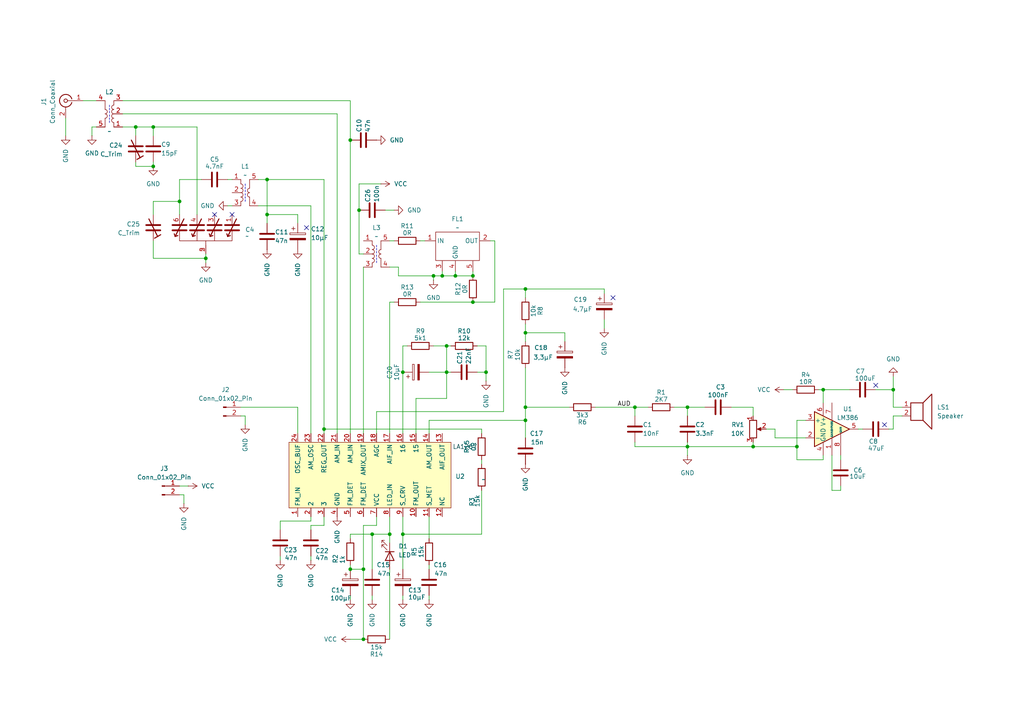
<source format=kicad_sch>
(kicad_sch
	(version 20231120)
	(generator "eeschema")
	(generator_version "8.0")
	(uuid "6300e091-5c0f-4e29-a56c-bd3d7c87a85e")
	(paper "A4")
	(lib_symbols
		(symbol "Amplifier_Audio:LM386"
			(pin_names
				(offset 0.127)
			)
			(exclude_from_sim no)
			(in_bom yes)
			(on_board yes)
			(property "Reference" "U"
				(at 1.27 7.62 0)
				(effects
					(font
						(size 1.27 1.27)
					)
					(justify left)
				)
			)
			(property "Value" "LM386"
				(at 1.27 5.08 0)
				(effects
					(font
						(size 1.27 1.27)
					)
					(justify left)
				)
			)
			(property "Footprint" ""
				(at 2.54 2.54 0)
				(effects
					(font
						(size 1.27 1.27)
					)
					(hide yes)
				)
			)
			(property "Datasheet" "http://www.ti.com/lit/ds/symlink/lm386.pdf"
				(at 5.08 5.08 0)
				(effects
					(font
						(size 1.27 1.27)
					)
					(hide yes)
				)
			)
			(property "Description" "Low Voltage Audio Power Amplifier, DIP-8/SOIC-8/SSOP-8"
				(at 0 0 0)
				(effects
					(font
						(size 1.27 1.27)
					)
					(hide yes)
				)
			)
			(property "ki_keywords" "single Power opamp"
				(at 0 0 0)
				(effects
					(font
						(size 1.27 1.27)
					)
					(hide yes)
				)
			)
			(property "ki_fp_filters" "SOIC*3.9x4.9mm*P1.27mm* DIP*W7.62mm* MSSOP*P0.65mm* TSSOP*3x3mm*P0.5mm*"
				(at 0 0 0)
				(effects
					(font
						(size 1.27 1.27)
					)
					(hide yes)
				)
			)
			(symbol "LM386_0_1"
				(polyline
					(pts
						(xy 5.08 0) (xy -5.08 5.08) (xy -5.08 -5.08) (xy 5.08 0)
					)
					(stroke
						(width 0.254)
						(type default)
					)
					(fill
						(type background)
					)
				)
			)
			(symbol "LM386_1_1"
				(pin input line
					(at 0 -7.62 90)
					(length 5.08)
					(name "GAIN"
						(effects
							(font
								(size 0.508 0.508)
							)
						)
					)
					(number "1"
						(effects
							(font
								(size 1.27 1.27)
							)
						)
					)
				)
				(pin input line
					(at -7.62 -2.54 0)
					(length 2.54)
					(name "-"
						(effects
							(font
								(size 1.27 1.27)
							)
						)
					)
					(number "2"
						(effects
							(font
								(size 1.27 1.27)
							)
						)
					)
				)
				(pin input line
					(at -7.62 2.54 0)
					(length 2.54)
					(name "+"
						(effects
							(font
								(size 1.27 1.27)
							)
						)
					)
					(number "3"
						(effects
							(font
								(size 1.27 1.27)
							)
						)
					)
				)
				(pin power_in line
					(at -2.54 -7.62 90)
					(length 3.81)
					(name "GND"
						(effects
							(font
								(size 1.27 1.27)
							)
						)
					)
					(number "4"
						(effects
							(font
								(size 1.27 1.27)
							)
						)
					)
				)
				(pin output line
					(at 7.62 0 180)
					(length 2.54)
					(name "~"
						(effects
							(font
								(size 1.27 1.27)
							)
						)
					)
					(number "5"
						(effects
							(font
								(size 1.27 1.27)
							)
						)
					)
				)
				(pin power_in line
					(at -2.54 7.62 270)
					(length 3.81)
					(name "V+"
						(effects
							(font
								(size 1.27 1.27)
							)
						)
					)
					(number "6"
						(effects
							(font
								(size 1.27 1.27)
							)
						)
					)
				)
				(pin input line
					(at 0 7.62 270)
					(length 5.08)
					(name "BYPASS"
						(effects
							(font
								(size 0.508 0.508)
							)
						)
					)
					(number "7"
						(effects
							(font
								(size 1.27 1.27)
							)
						)
					)
				)
				(pin input line
					(at 2.54 -7.62 90)
					(length 6.35)
					(name "GAIN"
						(effects
							(font
								(size 0.508 0.508)
							)
						)
					)
					(number "8"
						(effects
							(font
								(size 1.27 1.27)
							)
						)
					)
				)
			)
		)
		(symbol "Connector:Conn_01x02_Pin"
			(pin_names
				(offset 1.016) hide)
			(exclude_from_sim no)
			(in_bom yes)
			(on_board yes)
			(property "Reference" "J"
				(at 0 2.54 0)
				(effects
					(font
						(size 1.27 1.27)
					)
				)
			)
			(property "Value" "Conn_01x02_Pin"
				(at 0 -5.08 0)
				(effects
					(font
						(size 1.27 1.27)
					)
				)
			)
			(property "Footprint" ""
				(at 0 0 0)
				(effects
					(font
						(size 1.27 1.27)
					)
					(hide yes)
				)
			)
			(property "Datasheet" "~"
				(at 0 0 0)
				(effects
					(font
						(size 1.27 1.27)
					)
					(hide yes)
				)
			)
			(property "Description" "Generic connector, single row, 01x02, script generated"
				(at 0 0 0)
				(effects
					(font
						(size 1.27 1.27)
					)
					(hide yes)
				)
			)
			(property "ki_locked" ""
				(at 0 0 0)
				(effects
					(font
						(size 1.27 1.27)
					)
				)
			)
			(property "ki_keywords" "connector"
				(at 0 0 0)
				(effects
					(font
						(size 1.27 1.27)
					)
					(hide yes)
				)
			)
			(property "ki_fp_filters" "Connector*:*_1x??_*"
				(at 0 0 0)
				(effects
					(font
						(size 1.27 1.27)
					)
					(hide yes)
				)
			)
			(symbol "Conn_01x02_Pin_1_1"
				(polyline
					(pts
						(xy 1.27 -2.54) (xy 0.8636 -2.54)
					)
					(stroke
						(width 0.1524)
						(type default)
					)
					(fill
						(type none)
					)
				)
				(polyline
					(pts
						(xy 1.27 0) (xy 0.8636 0)
					)
					(stroke
						(width 0.1524)
						(type default)
					)
					(fill
						(type none)
					)
				)
				(rectangle
					(start 0.8636 -2.413)
					(end 0 -2.667)
					(stroke
						(width 0.1524)
						(type default)
					)
					(fill
						(type outline)
					)
				)
				(rectangle
					(start 0.8636 0.127)
					(end 0 -0.127)
					(stroke
						(width 0.1524)
						(type default)
					)
					(fill
						(type outline)
					)
				)
				(pin passive line
					(at 5.08 0 180)
					(length 3.81)
					(name "Pin_1"
						(effects
							(font
								(size 1.27 1.27)
							)
						)
					)
					(number "1"
						(effects
							(font
								(size 1.27 1.27)
							)
						)
					)
				)
				(pin passive line
					(at 5.08 -2.54 180)
					(length 3.81)
					(name "Pin_2"
						(effects
							(font
								(size 1.27 1.27)
							)
						)
					)
					(number "2"
						(effects
							(font
								(size 1.27 1.27)
							)
						)
					)
				)
			)
		)
		(symbol "Connector:Conn_Coaxial"
			(pin_names
				(offset 1.016) hide)
			(exclude_from_sim no)
			(in_bom yes)
			(on_board yes)
			(property "Reference" "J"
				(at 0.254 3.048 0)
				(effects
					(font
						(size 1.27 1.27)
					)
				)
			)
			(property "Value" "Conn_Coaxial"
				(at 2.921 0 90)
				(effects
					(font
						(size 1.27 1.27)
					)
				)
			)
			(property "Footprint" ""
				(at 0 0 0)
				(effects
					(font
						(size 1.27 1.27)
					)
					(hide yes)
				)
			)
			(property "Datasheet" "~"
				(at 0 0 0)
				(effects
					(font
						(size 1.27 1.27)
					)
					(hide yes)
				)
			)
			(property "Description" "coaxial connector (BNC, SMA, SMB, SMC, Cinch/RCA, LEMO, ...)"
				(at 0 0 0)
				(effects
					(font
						(size 1.27 1.27)
					)
					(hide yes)
				)
			)
			(property "ki_keywords" "BNC SMA SMB SMC LEMO coaxial connector CINCH RCA MCX MMCX U.FL UMRF"
				(at 0 0 0)
				(effects
					(font
						(size 1.27 1.27)
					)
					(hide yes)
				)
			)
			(property "ki_fp_filters" "*BNC* *SMA* *SMB* *SMC* *Cinch* *LEMO* *UMRF* *MCX* *U.FL*"
				(at 0 0 0)
				(effects
					(font
						(size 1.27 1.27)
					)
					(hide yes)
				)
			)
			(symbol "Conn_Coaxial_0_1"
				(arc
					(start -1.778 -0.508)
					(mid 0.2311 -1.8066)
					(end 1.778 0)
					(stroke
						(width 0.254)
						(type default)
					)
					(fill
						(type none)
					)
				)
				(polyline
					(pts
						(xy -2.54 0) (xy -0.508 0)
					)
					(stroke
						(width 0)
						(type default)
					)
					(fill
						(type none)
					)
				)
				(polyline
					(pts
						(xy 0 -2.54) (xy 0 -1.778)
					)
					(stroke
						(width 0)
						(type default)
					)
					(fill
						(type none)
					)
				)
				(circle
					(center 0 0)
					(radius 0.508)
					(stroke
						(width 0.2032)
						(type default)
					)
					(fill
						(type none)
					)
				)
				(arc
					(start 1.778 0)
					(mid 0.2099 1.8101)
					(end -1.778 0.508)
					(stroke
						(width 0.254)
						(type default)
					)
					(fill
						(type none)
					)
				)
			)
			(symbol "Conn_Coaxial_1_1"
				(pin passive line
					(at -5.08 0 0)
					(length 2.54)
					(name "In"
						(effects
							(font
								(size 1.27 1.27)
							)
						)
					)
					(number "1"
						(effects
							(font
								(size 1.27 1.27)
							)
						)
					)
				)
				(pin passive line
					(at 0 -5.08 90)
					(length 2.54)
					(name "Ext"
						(effects
							(font
								(size 1.27 1.27)
							)
						)
					)
					(number "2"
						(effects
							(font
								(size 1.27 1.27)
							)
						)
					)
				)
			)
		)
		(symbol "Custom_Symbols:A55Ha"
			(exclude_from_sim no)
			(in_bom yes)
			(on_board yes)
			(property "Reference" "FL"
				(at 8.89 4.318 0)
				(effects
					(font
						(size 1.27 1.27)
					)
				)
			)
			(property "Value" ""
				(at 7.62 -6.35 0)
				(effects
					(font
						(size 1.27 1.27)
					)
				)
			)
			(property "Footprint" "Custom:A55Ha"
				(at 7.62 -6.35 0)
				(effects
					(font
						(size 1.27 1.27)
					)
					(hide yes)
				)
			)
			(property "Datasheet" ""
				(at 7.62 -6.35 0)
				(effects
					(font
						(size 1.27 1.27)
					)
					(hide yes)
				)
			)
			(property "Description" ""
				(at 7.62 -6.35 0)
				(effects
					(font
						(size 1.27 1.27)
					)
					(hide yes)
				)
			)
			(symbol "A55Ha_0_1"
				(rectangle
					(start 3.175 2.54)
					(end 15.875 -5.715)
					(stroke
						(width 0)
						(type default)
					)
					(fill
						(type none)
					)
				)
			)
			(symbol "A55Ha_1_1"
				(pin passive line
					(at 0 0 0)
					(length 3.048)
					(name "IN"
						(effects
							(font
								(size 1.27 1.27)
							)
						)
					)
					(number "1"
						(effects
							(font
								(size 1.27 1.27)
							)
						)
					)
				)
				(pin passive line
					(at 19.05 0 180)
					(length 3.048)
					(name "OUT"
						(effects
							(font
								(size 1.27 1.27)
							)
						)
					)
					(number "2"
						(effects
							(font
								(size 1.27 1.27)
							)
						)
					)
				)
				(pin passive line
					(at 5.08 -8.89 90)
					(length 3.048)
					(name ""
						(effects
							(font
								(size 1.27 1.27)
							)
						)
					)
					(number "3"
						(effects
							(font
								(size 1.27 1.27)
							)
						)
					)
				)
				(pin passive line
					(at 8.89 -8.89 90)
					(length 3.048)
					(name "GND"
						(effects
							(font
								(size 1.27 1.27)
							)
						)
					)
					(number "4"
						(effects
							(font
								(size 1.27 1.27)
							)
						)
					)
				)
				(pin passive line
					(at 13.97 -8.89 90)
					(length 3.048)
					(name ""
						(effects
							(font
								(size 1.27 1.27)
							)
						)
					)
					(number "5"
						(effects
							(font
								(size 1.27 1.27)
							)
						)
					)
				)
			)
		)
		(symbol "Custom_Symbols:Inductor_IF"
			(exclude_from_sim no)
			(in_bom yes)
			(on_board yes)
			(property "Reference" "L"
				(at 0 4.572 0)
				(effects
					(font
						(size 1.27 1.27)
					)
				)
			)
			(property "Value" ""
				(at 0 -0.762 0)
				(effects
					(font
						(size 1.27 1.27)
					)
				)
			)
			(property "Footprint" ""
				(at 0 -0.762 0)
				(effects
					(font
						(size 1.27 1.27)
					)
					(hide yes)
				)
			)
			(property "Datasheet" ""
				(at 0 -0.762 0)
				(effects
					(font
						(size 1.27 1.27)
					)
					(hide yes)
				)
			)
			(property "Description" ""
				(at 0 -0.762 0)
				(effects
					(font
						(size 1.27 1.27)
					)
					(hide yes)
				)
			)
			(symbol "Inductor_IF_0_1"
				(arc
					(start -1.2673 -2.54)
					(mid -0.635 -1.905)
					(end -1.2673 -1.27)
					(stroke
						(width 0)
						(type default)
					)
					(fill
						(type none)
					)
				)
				(arc
					(start -1.2673 -1.27)
					(mid -0.635 -0.635)
					(end -1.2673 0)
					(stroke
						(width 0)
						(type default)
					)
					(fill
						(type none)
					)
				)
				(arc
					(start -1.2673 0)
					(mid -0.635 0.635)
					(end -1.2673 1.27)
					(stroke
						(width 0)
						(type default)
					)
					(fill
						(type none)
					)
				)
				(arc
					(start -1.2673 1.27)
					(mid -0.635 1.905)
					(end -1.2673 2.54)
					(stroke
						(width 0)
						(type default)
					)
					(fill
						(type none)
					)
				)
				(polyline
					(pts
						(xy -1.27 -2.54) (xy -1.27 -3.81)
					)
					(stroke
						(width 0)
						(type default)
					)
					(fill
						(type none)
					)
				)
				(polyline
					(pts
						(xy -1.27 3.81) (xy -1.27 2.54)
					)
					(stroke
						(width 0)
						(type default)
					)
					(fill
						(type none)
					)
				)
				(polyline
					(pts
						(xy 1.27 -1.27) (xy 1.27 -3.81)
					)
					(stroke
						(width 0)
						(type default)
					)
					(fill
						(type none)
					)
				)
				(polyline
					(pts
						(xy 1.27 1.27) (xy 1.27 3.81)
					)
					(stroke
						(width 0)
						(type default)
					)
					(fill
						(type none)
					)
				)
				(arc
					(start 1.2673 0)
					(mid 0.635 -0.635)
					(end 1.2673 -1.27)
					(stroke
						(width 0)
						(type default)
					)
					(fill
						(type none)
					)
				)
				(arc
					(start 1.2673 1.27)
					(mid 0.635 0.635)
					(end 1.2673 0)
					(stroke
						(width 0)
						(type default)
					)
					(fill
						(type none)
					)
				)
			)
			(symbol "Inductor_IF_1_1"
				(polyline
					(pts
						(xy 0 -2.032) (xy 0 -2.413) (xy 0 -2.54)
					)
					(stroke
						(width 0)
						(type default)
						(color 0 0 194 1)
					)
					(fill
						(type none)
					)
				)
				(polyline
					(pts
						(xy 0 -1.143) (xy 0 -1.524) (xy 0 -1.651)
					)
					(stroke
						(width 0)
						(type default)
						(color 0 0 194 1)
					)
					(fill
						(type none)
					)
				)
				(polyline
					(pts
						(xy 0 -0.254) (xy 0 -0.635) (xy 0 -0.762)
					)
					(stroke
						(width 0)
						(type default)
						(color 0 0 194 1)
					)
					(fill
						(type none)
					)
				)
				(polyline
					(pts
						(xy 0 0.762) (xy 0 0.381) (xy 0 0.254)
					)
					(stroke
						(width 0)
						(type default)
						(color 0 0 194 1)
					)
					(fill
						(type none)
					)
				)
				(polyline
					(pts
						(xy 0 1.651) (xy 0 1.27) (xy 0 1.143)
					)
					(stroke
						(width 0)
						(type default)
						(color 0 0 194 1)
					)
					(fill
						(type none)
					)
				)
				(polyline
					(pts
						(xy 0 2.54) (xy 0 2.159) (xy 0 2.032)
					)
					(stroke
						(width 0)
						(type default)
						(color 0 0 194 1)
					)
					(fill
						(type none)
					)
				)
				(pin input line
					(at -3.81 3.81 0)
					(length 2.54)
					(name ""
						(effects
							(font
								(size 1.27 1.27)
							)
						)
					)
					(number "1"
						(effects
							(font
								(size 1.27 1.27)
							)
						)
					)
				)
				(pin input line
					(at -3.81 0 0)
					(length 2.54)
					(name ""
						(effects
							(font
								(size 1.27 1.27)
							)
						)
					)
					(number "2"
						(effects
							(font
								(size 1.27 1.27)
							)
						)
					)
				)
				(pin input line
					(at -3.81 -3.81 0)
					(length 2.54)
					(name ""
						(effects
							(font
								(size 1.27 1.27)
							)
						)
					)
					(number "3"
						(effects
							(font
								(size 1.27 1.27)
							)
						)
					)
				)
				(pin input line
					(at 3.81 -3.81 180)
					(length 2.54)
					(name ""
						(effects
							(font
								(size 1.27 1.27)
							)
						)
					)
					(number "4"
						(effects
							(font
								(size 1.27 1.27)
							)
						)
					)
				)
				(pin input line
					(at 3.81 3.81 180)
					(length 2.54)
					(name ""
						(effects
							(font
								(size 1.27 1.27)
							)
						)
					)
					(number "5"
						(effects
							(font
								(size 1.27 1.27)
							)
						)
					)
				)
			)
		)
		(symbol "Custom_Symbols:LA1267"
			(exclude_from_sim no)
			(in_bom yes)
			(on_board yes)
			(property "Reference" "U"
				(at 0 12.7 0)
				(effects
					(font
						(size 1.27 1.27)
					)
				)
			)
			(property "Value" ""
				(at 0 12.7 0)
				(effects
					(font
						(size 1.27 1.27)
					)
				)
			)
			(property "Footprint" ""
				(at 0 12.7 0)
				(effects
					(font
						(size 1.27 1.27)
					)
					(hide yes)
				)
			)
			(property "Datasheet" ""
				(at 0 12.7 0)
				(effects
					(font
						(size 1.27 1.27)
					)
					(hide yes)
				)
			)
			(property "Description" ""
				(at 0 12.7 0)
				(effects
					(font
						(size 1.27 1.27)
					)
					(hide yes)
				)
			)
			(symbol "LA1267_1_1"
				(rectangle
					(start -21.59 3.81)
					(end 25.4 -15.24)
					(stroke
						(width 0)
						(type default)
					)
					(fill
						(type background)
					)
				)
				(text "LA1267"
					(at 29.464 2.54 0)
					(effects
						(font
							(size 1.27 1.27)
							(color 0 72 72 1)
						)
					)
				)
				(pin input line
					(at -19.05 -17.78 90)
					(length 2.54)
					(name "FM_IN"
						(effects
							(font
								(size 1.27 1.27)
							)
						)
					)
					(number "1"
						(effects
							(font
								(size 1.27 1.27)
							)
						)
					)
				)
				(pin input line
					(at 15.24 -17.78 90)
					(length 2.54)
					(name "FM_OUT"
						(effects
							(font
								(size 1.27 1.27)
							)
						)
					)
					(number "10"
						(effects
							(font
								(size 1.27 1.27)
							)
						)
					)
				)
				(pin input line
					(at 19.05 -17.78 90)
					(length 2.54)
					(name "S_MET"
						(effects
							(font
								(size 1.27 1.27)
							)
						)
					)
					(number "11"
						(effects
							(font
								(size 1.27 1.27)
							)
						)
					)
				)
				(pin input line
					(at 22.86 -17.78 90)
					(length 2.54)
					(name "NC"
						(effects
							(font
								(size 1.27 1.27)
							)
						)
					)
					(number "12"
						(effects
							(font
								(size 1.27 1.27)
							)
						)
					)
				)
				(pin input line
					(at 22.86 6.35 270)
					(length 2.54)
					(name "AIF_OUT"
						(effects
							(font
								(size 1.27 1.27)
							)
						)
					)
					(number "13"
						(effects
							(font
								(size 1.27 1.27)
							)
						)
					)
				)
				(pin input line
					(at 19.05 6.35 270)
					(length 2.54)
					(name "AM_OUT"
						(effects
							(font
								(size 1.27 1.27)
							)
						)
					)
					(number "14"
						(effects
							(font
								(size 1.27 1.27)
							)
						)
					)
				)
				(pin input line
					(at 15.24 6.35 270)
					(length 2.54)
					(name "15"
						(effects
							(font
								(size 1.27 1.27)
							)
						)
					)
					(number "15"
						(effects
							(font
								(size 1.27 1.27)
							)
						)
					)
				)
				(pin input line
					(at 11.43 6.35 270)
					(length 2.54)
					(name "16"
						(effects
							(font
								(size 1.27 1.27)
							)
						)
					)
					(number "16"
						(effects
							(font
								(size 1.27 1.27)
							)
						)
					)
				)
				(pin input line
					(at 7.62 6.35 270)
					(length 2.54)
					(name "AIF_IN"
						(effects
							(font
								(size 1.27 1.27)
							)
						)
					)
					(number "17"
						(effects
							(font
								(size 1.27 1.27)
							)
						)
					)
				)
				(pin input line
					(at 3.81 6.35 270)
					(length 2.54)
					(name "AGC"
						(effects
							(font
								(size 1.27 1.27)
							)
						)
					)
					(number "18"
						(effects
							(font
								(size 1.27 1.27)
							)
						)
					)
				)
				(pin input line
					(at 0 6.35 270)
					(length 2.54)
					(name "AMIX_OUT"
						(effects
							(font
								(size 1.27 1.27)
							)
						)
					)
					(number "19"
						(effects
							(font
								(size 1.27 1.27)
							)
						)
					)
				)
				(pin input line
					(at -15.24 -17.78 90)
					(length 2.54)
					(name "2"
						(effects
							(font
								(size 1.27 1.27)
							)
						)
					)
					(number "2"
						(effects
							(font
								(size 1.27 1.27)
							)
						)
					)
				)
				(pin input line
					(at -3.81 6.35 270)
					(length 2.54)
					(name "AM_IN"
						(effects
							(font
								(size 1.27 1.27)
							)
						)
					)
					(number "20"
						(effects
							(font
								(size 1.27 1.27)
							)
						)
					)
				)
				(pin input line
					(at -7.62 6.35 270)
					(length 2.54)
					(name "AM_IN"
						(effects
							(font
								(size 1.27 1.27)
							)
						)
					)
					(number "21"
						(effects
							(font
								(size 1.27 1.27)
							)
						)
					)
				)
				(pin input line
					(at -11.43 6.35 270)
					(length 2.54)
					(name "REG_OUT"
						(effects
							(font
								(size 1.27 1.27)
							)
						)
					)
					(number "22"
						(effects
							(font
								(size 1.27 1.27)
							)
						)
					)
				)
				(pin input line
					(at -15.24 6.35 270)
					(length 2.54)
					(name "AM_OSC"
						(effects
							(font
								(size 1.27 1.27)
							)
						)
					)
					(number "23"
						(effects
							(font
								(size 1.27 1.27)
							)
						)
					)
				)
				(pin input line
					(at -19.05 6.35 270)
					(length 2.54)
					(name "OSC_BUF"
						(effects
							(font
								(size 1.27 1.27)
							)
						)
					)
					(number "24"
						(effects
							(font
								(size 1.27 1.27)
							)
						)
					)
				)
				(pin input line
					(at -11.43 -17.78 90)
					(length 2.54)
					(name "3"
						(effects
							(font
								(size 1.27 1.27)
							)
						)
					)
					(number "3"
						(effects
							(font
								(size 1.27 1.27)
							)
						)
					)
				)
				(pin input line
					(at -7.62 -17.78 90)
					(length 2.54)
					(name "GND"
						(effects
							(font
								(size 1.27 1.27)
							)
						)
					)
					(number "4"
						(effects
							(font
								(size 1.27 1.27)
							)
						)
					)
				)
				(pin input line
					(at -3.81 -17.78 90)
					(length 2.54)
					(name "FM_DET"
						(effects
							(font
								(size 1.27 1.27)
							)
						)
					)
					(number "5"
						(effects
							(font
								(size 1.27 1.27)
							)
						)
					)
				)
				(pin input line
					(at 0 -17.78 90)
					(length 2.54)
					(name "FM_DET"
						(effects
							(font
								(size 1.27 1.27)
							)
						)
					)
					(number "6"
						(effects
							(font
								(size 1.27 1.27)
							)
						)
					)
				)
				(pin input line
					(at 3.81 -17.78 90)
					(length 2.54)
					(name "VCC"
						(effects
							(font
								(size 1.27 1.27)
							)
						)
					)
					(number "7"
						(effects
							(font
								(size 1.27 1.27)
							)
						)
					)
				)
				(pin input line
					(at 7.62 -17.78 90)
					(length 2.54)
					(name "LED_IN"
						(effects
							(font
								(size 1.27 1.27)
							)
						)
					)
					(number "8"
						(effects
							(font
								(size 1.27 1.27)
							)
						)
					)
				)
				(pin input line
					(at 11.43 -17.78 90)
					(length 2.54)
					(name "S_CRV"
						(effects
							(font
								(size 1.27 1.27)
							)
						)
					)
					(number "9"
						(effects
							(font
								(size 1.27 1.27)
							)
						)
					)
				)
			)
		)
		(symbol "Custom_Symbols:Variable_cap"
			(exclude_from_sim no)
			(in_bom yes)
			(on_board yes)
			(property "Reference" "C"
				(at 0 8.89 0)
				(effects
					(font
						(size 1.27 1.27)
					)
				)
			)
			(property "Value" ""
				(at 0 8.89 0)
				(effects
					(font
						(size 1.27 1.27)
					)
				)
			)
			(property "Footprint" ""
				(at 0 8.89 0)
				(effects
					(font
						(size 1.27 1.27)
					)
					(hide yes)
				)
			)
			(property "Datasheet" ""
				(at 0 8.89 0)
				(effects
					(font
						(size 1.27 1.27)
					)
					(hide yes)
				)
			)
			(property "Description" ""
				(at 0 8.89 0)
				(effects
					(font
						(size 1.27 1.27)
					)
					(hide yes)
				)
			)
			(symbol "Variable_cap_0_1"
				(polyline
					(pts
						(xy -0.762 -9.398) (xy -0.762 -13.462)
					)
					(stroke
						(width 0.508)
						(type default)
					)
					(fill
						(type none)
					)
				)
				(polyline
					(pts
						(xy -0.762 -4.318) (xy -0.762 -8.382)
					)
					(stroke
						(width 0.508)
						(type default)
					)
					(fill
						(type none)
					)
				)
				(polyline
					(pts
						(xy -0.762 0.762) (xy -0.762 -3.302)
					)
					(stroke
						(width 0.508)
						(type default)
					)
					(fill
						(type none)
					)
				)
				(polyline
					(pts
						(xy -0.762 5.842) (xy -0.762 1.778)
					)
					(stroke
						(width 0.508)
						(type default)
					)
					(fill
						(type none)
					)
				)
				(polyline
					(pts
						(xy 0.635 -6.35) (xy 3.81 -6.35)
					)
					(stroke
						(width 0)
						(type default)
					)
					(fill
						(type none)
					)
				)
				(polyline
					(pts
						(xy 0.635 -1.27) (xy 3.81 -1.27)
					)
					(stroke
						(width 0)
						(type default)
					)
					(fill
						(type none)
					)
				)
				(polyline
					(pts
						(xy 0.762 -9.398) (xy 0.762 -13.462)
					)
					(stroke
						(width 0.508)
						(type default)
					)
					(fill
						(type none)
					)
				)
				(polyline
					(pts
						(xy 0.762 -4.318) (xy 0.762 -8.382)
					)
					(stroke
						(width 0.508)
						(type default)
					)
					(fill
						(type none)
					)
				)
				(polyline
					(pts
						(xy 0.762 0.762) (xy 0.762 -3.302)
					)
					(stroke
						(width 0.508)
						(type default)
					)
					(fill
						(type none)
					)
				)
				(polyline
					(pts
						(xy 0.762 5.842) (xy 0.762 1.778)
					)
					(stroke
						(width 0.508)
						(type default)
					)
					(fill
						(type none)
					)
				)
				(polyline
					(pts
						(xy 2.54 -12.7) (xy -2.54 -10.16)
					)
					(stroke
						(width 0.3048)
						(type default)
					)
					(fill
						(type none)
					)
				)
				(polyline
					(pts
						(xy 2.54 -12.7) (xy 1.778 -12.954)
					)
					(stroke
						(width 0.3048)
						(type default)
					)
					(fill
						(type none)
					)
				)
				(polyline
					(pts
						(xy 2.54 -12.7) (xy 2.286 -11.938)
					)
					(stroke
						(width 0.3048)
						(type default)
					)
					(fill
						(type none)
					)
				)
				(polyline
					(pts
						(xy 2.54 -7.62) (xy -2.54 -5.08)
					)
					(stroke
						(width 0.3048)
						(type default)
					)
					(fill
						(type none)
					)
				)
				(polyline
					(pts
						(xy 2.54 -7.62) (xy 1.778 -7.874)
					)
					(stroke
						(width 0.3048)
						(type default)
					)
					(fill
						(type none)
					)
				)
				(polyline
					(pts
						(xy 2.54 -7.62) (xy 2.286 -6.858)
					)
					(stroke
						(width 0.3048)
						(type default)
					)
					(fill
						(type none)
					)
				)
				(polyline
					(pts
						(xy 2.54 -2.54) (xy -2.54 0)
					)
					(stroke
						(width 0.3048)
						(type default)
					)
					(fill
						(type none)
					)
				)
				(polyline
					(pts
						(xy 2.54 -2.54) (xy 1.778 -2.794)
					)
					(stroke
						(width 0.3048)
						(type default)
					)
					(fill
						(type none)
					)
				)
				(polyline
					(pts
						(xy 2.54 -2.54) (xy 2.286 -1.778)
					)
					(stroke
						(width 0.3048)
						(type default)
					)
					(fill
						(type none)
					)
				)
				(polyline
					(pts
						(xy 2.54 2.54) (xy -2.54 5.08)
					)
					(stroke
						(width 0.3048)
						(type default)
					)
					(fill
						(type none)
					)
				)
				(polyline
					(pts
						(xy 2.54 2.54) (xy 1.778 2.286)
					)
					(stroke
						(width 0.3048)
						(type default)
					)
					(fill
						(type none)
					)
				)
				(polyline
					(pts
						(xy 2.54 2.54) (xy 2.286 3.302)
					)
					(stroke
						(width 0.3048)
						(type default)
					)
					(fill
						(type none)
					)
				)
				(polyline
					(pts
						(xy 3.81 -3.81) (xy 3.81 -11.43) (xy 0.635 -11.43)
					)
					(stroke
						(width 0)
						(type default)
					)
					(fill
						(type none)
					)
				)
				(polyline
					(pts
						(xy 5.08 -3.81) (xy 3.81 -3.81) (xy 3.81 3.81) (xy 0.635 3.81)
					)
					(stroke
						(width 0)
						(type default)
					)
					(fill
						(type none)
					)
				)
			)
			(symbol "Variable_cap_1_1"
				(pin passive line
					(at -3.81 3.81 0)
					(length 3.048)
					(name "~"
						(effects
							(font
								(size 1.27 1.27)
							)
						)
					)
					(number "1"
						(effects
							(font
								(size 1.27 1.27)
							)
						)
					)
				)
				(pin input line
					(at 7.62 -3.81 180)
					(length 2.54)
					(name ""
						(effects
							(font
								(size 1.27 1.27)
							)
						)
					)
					(number "2"
						(effects
							(font
								(size 1.27 1.27)
							)
						)
					)
				)
				(pin passive line
					(at -3.81 -1.27 0)
					(length 3.048)
					(name "~"
						(effects
							(font
								(size 1.27 1.27)
							)
						)
					)
					(number "3"
						(effects
							(font
								(size 1.27 1.27)
							)
						)
					)
				)
				(pin passive line
					(at -3.81 -6.35 0)
					(length 3.048)
					(name "~"
						(effects
							(font
								(size 1.27 1.27)
							)
						)
					)
					(number "4"
						(effects
							(font
								(size 1.27 1.27)
							)
						)
					)
				)
				(pin input line
					(at 7.62 -3.81 180)
					(length 2.54)
					(name ""
						(effects
							(font
								(size 1.27 1.27)
							)
						)
					)
					(number "5"
						(effects
							(font
								(size 1.27 1.27)
							)
						)
					)
				)
				(pin passive line
					(at -3.81 -11.43 0)
					(length 3.048)
					(name "~"
						(effects
							(font
								(size 1.27 1.27)
							)
						)
					)
					(number "6"
						(effects
							(font
								(size 1.27 1.27)
							)
						)
					)
				)
			)
		)
		(symbol "Device:C"
			(pin_numbers hide)
			(pin_names
				(offset 0.254)
			)
			(exclude_from_sim no)
			(in_bom yes)
			(on_board yes)
			(property "Reference" "C"
				(at 0.635 2.54 0)
				(effects
					(font
						(size 1.27 1.27)
					)
					(justify left)
				)
			)
			(property "Value" "C"
				(at 0.635 -2.54 0)
				(effects
					(font
						(size 1.27 1.27)
					)
					(justify left)
				)
			)
			(property "Footprint" ""
				(at 0.9652 -3.81 0)
				(effects
					(font
						(size 1.27 1.27)
					)
					(hide yes)
				)
			)
			(property "Datasheet" "~"
				(at 0 0 0)
				(effects
					(font
						(size 1.27 1.27)
					)
					(hide yes)
				)
			)
			(property "Description" "Unpolarized capacitor"
				(at 0 0 0)
				(effects
					(font
						(size 1.27 1.27)
					)
					(hide yes)
				)
			)
			(property "ki_keywords" "cap capacitor"
				(at 0 0 0)
				(effects
					(font
						(size 1.27 1.27)
					)
					(hide yes)
				)
			)
			(property "ki_fp_filters" "C_*"
				(at 0 0 0)
				(effects
					(font
						(size 1.27 1.27)
					)
					(hide yes)
				)
			)
			(symbol "C_0_1"
				(polyline
					(pts
						(xy -2.032 -0.762) (xy 2.032 -0.762)
					)
					(stroke
						(width 0.508)
						(type default)
					)
					(fill
						(type none)
					)
				)
				(polyline
					(pts
						(xy -2.032 0.762) (xy 2.032 0.762)
					)
					(stroke
						(width 0.508)
						(type default)
					)
					(fill
						(type none)
					)
				)
			)
			(symbol "C_1_1"
				(pin passive line
					(at 0 3.81 270)
					(length 2.794)
					(name "~"
						(effects
							(font
								(size 1.27 1.27)
							)
						)
					)
					(number "1"
						(effects
							(font
								(size 1.27 1.27)
							)
						)
					)
				)
				(pin passive line
					(at 0 -3.81 90)
					(length 2.794)
					(name "~"
						(effects
							(font
								(size 1.27 1.27)
							)
						)
					)
					(number "2"
						(effects
							(font
								(size 1.27 1.27)
							)
						)
					)
				)
			)
		)
		(symbol "Device:C_Polarized"
			(pin_numbers hide)
			(pin_names
				(offset 0.254)
			)
			(exclude_from_sim no)
			(in_bom yes)
			(on_board yes)
			(property "Reference" "C"
				(at 0.635 2.54 0)
				(effects
					(font
						(size 1.27 1.27)
					)
					(justify left)
				)
			)
			(property "Value" "C_Polarized"
				(at 0.635 -2.54 0)
				(effects
					(font
						(size 1.27 1.27)
					)
					(justify left)
				)
			)
			(property "Footprint" ""
				(at 0.9652 -3.81 0)
				(effects
					(font
						(size 1.27 1.27)
					)
					(hide yes)
				)
			)
			(property "Datasheet" "~"
				(at 0 0 0)
				(effects
					(font
						(size 1.27 1.27)
					)
					(hide yes)
				)
			)
			(property "Description" "Polarized capacitor"
				(at 0 0 0)
				(effects
					(font
						(size 1.27 1.27)
					)
					(hide yes)
				)
			)
			(property "ki_keywords" "cap capacitor"
				(at 0 0 0)
				(effects
					(font
						(size 1.27 1.27)
					)
					(hide yes)
				)
			)
			(property "ki_fp_filters" "CP_*"
				(at 0 0 0)
				(effects
					(font
						(size 1.27 1.27)
					)
					(hide yes)
				)
			)
			(symbol "C_Polarized_0_1"
				(rectangle
					(start -2.286 0.508)
					(end 2.286 1.016)
					(stroke
						(width 0)
						(type default)
					)
					(fill
						(type none)
					)
				)
				(polyline
					(pts
						(xy -1.778 2.286) (xy -0.762 2.286)
					)
					(stroke
						(width 0)
						(type default)
					)
					(fill
						(type none)
					)
				)
				(polyline
					(pts
						(xy -1.27 2.794) (xy -1.27 1.778)
					)
					(stroke
						(width 0)
						(type default)
					)
					(fill
						(type none)
					)
				)
				(rectangle
					(start 2.286 -0.508)
					(end -2.286 -1.016)
					(stroke
						(width 0)
						(type default)
					)
					(fill
						(type outline)
					)
				)
			)
			(symbol "C_Polarized_1_1"
				(pin passive line
					(at 0 3.81 270)
					(length 2.794)
					(name "~"
						(effects
							(font
								(size 1.27 1.27)
							)
						)
					)
					(number "1"
						(effects
							(font
								(size 1.27 1.27)
							)
						)
					)
				)
				(pin passive line
					(at 0 -3.81 90)
					(length 2.794)
					(name "~"
						(effects
							(font
								(size 1.27 1.27)
							)
						)
					)
					(number "2"
						(effects
							(font
								(size 1.27 1.27)
							)
						)
					)
				)
			)
		)
		(symbol "Device:C_Trim"
			(pin_numbers hide)
			(pin_names
				(offset 0.254) hide)
			(exclude_from_sim no)
			(in_bom yes)
			(on_board yes)
			(property "Reference" "C"
				(at 1.524 -2.032 0)
				(effects
					(font
						(size 1.27 1.27)
					)
				)
			)
			(property "Value" "C_Trim"
				(at 3.048 -3.556 0)
				(effects
					(font
						(size 1.27 1.27)
					)
				)
			)
			(property "Footprint" ""
				(at 0 0 0)
				(effects
					(font
						(size 1.27 1.27)
					)
					(hide yes)
				)
			)
			(property "Datasheet" "~"
				(at 0 0 0)
				(effects
					(font
						(size 1.27 1.27)
					)
					(hide yes)
				)
			)
			(property "Description" "Trimmable capacitor"
				(at 0 0 0)
				(effects
					(font
						(size 1.27 1.27)
					)
					(hide yes)
				)
			)
			(property "ki_keywords" "trimmer variable capacitor"
				(at 0 0 0)
				(effects
					(font
						(size 1.27 1.27)
					)
					(hide yes)
				)
			)
			(symbol "C_Trim_0_1"
				(polyline
					(pts
						(xy -2.032 -0.762) (xy 2.032 -0.762)
					)
					(stroke
						(width 0.508)
						(type default)
					)
					(fill
						(type none)
					)
				)
				(polyline
					(pts
						(xy -2.032 0.762) (xy 2.032 0.762)
					)
					(stroke
						(width 0.508)
						(type default)
					)
					(fill
						(type none)
					)
				)
				(polyline
					(pts
						(xy 1.27 2.54) (xy -1.27 -2.54)
					)
					(stroke
						(width 0.3048)
						(type default)
					)
					(fill
						(type none)
					)
				)
				(polyline
					(pts
						(xy 1.27 2.54) (xy 0.381 3.048)
					)
					(stroke
						(width 0.3048)
						(type default)
					)
					(fill
						(type none)
					)
				)
				(polyline
					(pts
						(xy 1.27 2.54) (xy 2.159 2.032)
					)
					(stroke
						(width 0.3048)
						(type default)
					)
					(fill
						(type none)
					)
				)
			)
			(symbol "C_Trim_1_1"
				(pin passive line
					(at 0 3.81 270)
					(length 3.048)
					(name "~"
						(effects
							(font
								(size 1.27 1.27)
							)
						)
					)
					(number "1"
						(effects
							(font
								(size 1.27 1.27)
							)
						)
					)
				)
				(pin passive line
					(at 0 -3.81 90)
					(length 3.048)
					(name "~"
						(effects
							(font
								(size 1.27 1.27)
							)
						)
					)
					(number "2"
						(effects
							(font
								(size 1.27 1.27)
							)
						)
					)
				)
			)
		)
		(symbol "Device:LED"
			(pin_numbers hide)
			(pin_names
				(offset 1.016) hide)
			(exclude_from_sim no)
			(in_bom yes)
			(on_board yes)
			(property "Reference" "D"
				(at 0 2.54 0)
				(effects
					(font
						(size 1.27 1.27)
					)
				)
			)
			(property "Value" "LED"
				(at 0 -2.54 0)
				(effects
					(font
						(size 1.27 1.27)
					)
				)
			)
			(property "Footprint" ""
				(at 0 0 0)
				(effects
					(font
						(size 1.27 1.27)
					)
					(hide yes)
				)
			)
			(property "Datasheet" "~"
				(at 0 0 0)
				(effects
					(font
						(size 1.27 1.27)
					)
					(hide yes)
				)
			)
			(property "Description" "Light emitting diode"
				(at 0 0 0)
				(effects
					(font
						(size 1.27 1.27)
					)
					(hide yes)
				)
			)
			(property "ki_keywords" "LED diode"
				(at 0 0 0)
				(effects
					(font
						(size 1.27 1.27)
					)
					(hide yes)
				)
			)
			(property "ki_fp_filters" "LED* LED_SMD:* LED_THT:*"
				(at 0 0 0)
				(effects
					(font
						(size 1.27 1.27)
					)
					(hide yes)
				)
			)
			(symbol "LED_0_1"
				(polyline
					(pts
						(xy -1.27 -1.27) (xy -1.27 1.27)
					)
					(stroke
						(width 0.254)
						(type default)
					)
					(fill
						(type none)
					)
				)
				(polyline
					(pts
						(xy -1.27 0) (xy 1.27 0)
					)
					(stroke
						(width 0)
						(type default)
					)
					(fill
						(type none)
					)
				)
				(polyline
					(pts
						(xy 1.27 -1.27) (xy 1.27 1.27) (xy -1.27 0) (xy 1.27 -1.27)
					)
					(stroke
						(width 0.254)
						(type default)
					)
					(fill
						(type none)
					)
				)
				(polyline
					(pts
						(xy -3.048 -0.762) (xy -4.572 -2.286) (xy -3.81 -2.286) (xy -4.572 -2.286) (xy -4.572 -1.524)
					)
					(stroke
						(width 0)
						(type default)
					)
					(fill
						(type none)
					)
				)
				(polyline
					(pts
						(xy -1.778 -0.762) (xy -3.302 -2.286) (xy -2.54 -2.286) (xy -3.302 -2.286) (xy -3.302 -1.524)
					)
					(stroke
						(width 0)
						(type default)
					)
					(fill
						(type none)
					)
				)
			)
			(symbol "LED_1_1"
				(pin passive line
					(at -3.81 0 0)
					(length 2.54)
					(name "K"
						(effects
							(font
								(size 1.27 1.27)
							)
						)
					)
					(number "1"
						(effects
							(font
								(size 1.27 1.27)
							)
						)
					)
				)
				(pin passive line
					(at 3.81 0 180)
					(length 2.54)
					(name "A"
						(effects
							(font
								(size 1.27 1.27)
							)
						)
					)
					(number "2"
						(effects
							(font
								(size 1.27 1.27)
							)
						)
					)
				)
			)
		)
		(symbol "Device:R"
			(pin_numbers hide)
			(pin_names
				(offset 0)
			)
			(exclude_from_sim no)
			(in_bom yes)
			(on_board yes)
			(property "Reference" "R"
				(at 2.032 0 90)
				(effects
					(font
						(size 1.27 1.27)
					)
				)
			)
			(property "Value" "R"
				(at 0 0 90)
				(effects
					(font
						(size 1.27 1.27)
					)
				)
			)
			(property "Footprint" ""
				(at -1.778 0 90)
				(effects
					(font
						(size 1.27 1.27)
					)
					(hide yes)
				)
			)
			(property "Datasheet" "~"
				(at 0 0 0)
				(effects
					(font
						(size 1.27 1.27)
					)
					(hide yes)
				)
			)
			(property "Description" "Resistor"
				(at 0 0 0)
				(effects
					(font
						(size 1.27 1.27)
					)
					(hide yes)
				)
			)
			(property "ki_keywords" "R res resistor"
				(at 0 0 0)
				(effects
					(font
						(size 1.27 1.27)
					)
					(hide yes)
				)
			)
			(property "ki_fp_filters" "R_*"
				(at 0 0 0)
				(effects
					(font
						(size 1.27 1.27)
					)
					(hide yes)
				)
			)
			(symbol "R_0_1"
				(rectangle
					(start -1.016 -2.54)
					(end 1.016 2.54)
					(stroke
						(width 0.254)
						(type default)
					)
					(fill
						(type none)
					)
				)
			)
			(symbol "R_1_1"
				(pin passive line
					(at 0 3.81 270)
					(length 1.27)
					(name "~"
						(effects
							(font
								(size 1.27 1.27)
							)
						)
					)
					(number "1"
						(effects
							(font
								(size 1.27 1.27)
							)
						)
					)
				)
				(pin passive line
					(at 0 -3.81 90)
					(length 1.27)
					(name "~"
						(effects
							(font
								(size 1.27 1.27)
							)
						)
					)
					(number "2"
						(effects
							(font
								(size 1.27 1.27)
							)
						)
					)
				)
			)
		)
		(symbol "Device:R_Potentiometer"
			(pin_names
				(offset 1.016) hide)
			(exclude_from_sim no)
			(in_bom yes)
			(on_board yes)
			(property "Reference" "RV"
				(at -4.445 0 90)
				(effects
					(font
						(size 1.27 1.27)
					)
				)
			)
			(property "Value" "R_Potentiometer"
				(at -2.54 0 90)
				(effects
					(font
						(size 1.27 1.27)
					)
				)
			)
			(property "Footprint" ""
				(at 0 0 0)
				(effects
					(font
						(size 1.27 1.27)
					)
					(hide yes)
				)
			)
			(property "Datasheet" "~"
				(at 0 0 0)
				(effects
					(font
						(size 1.27 1.27)
					)
					(hide yes)
				)
			)
			(property "Description" "Potentiometer"
				(at 0 0 0)
				(effects
					(font
						(size 1.27 1.27)
					)
					(hide yes)
				)
			)
			(property "ki_keywords" "resistor variable"
				(at 0 0 0)
				(effects
					(font
						(size 1.27 1.27)
					)
					(hide yes)
				)
			)
			(property "ki_fp_filters" "Potentiometer*"
				(at 0 0 0)
				(effects
					(font
						(size 1.27 1.27)
					)
					(hide yes)
				)
			)
			(symbol "R_Potentiometer_0_1"
				(polyline
					(pts
						(xy 2.54 0) (xy 1.524 0)
					)
					(stroke
						(width 0)
						(type default)
					)
					(fill
						(type none)
					)
				)
				(polyline
					(pts
						(xy 1.143 0) (xy 2.286 0.508) (xy 2.286 -0.508) (xy 1.143 0)
					)
					(stroke
						(width 0)
						(type default)
					)
					(fill
						(type outline)
					)
				)
				(rectangle
					(start 1.016 2.54)
					(end -1.016 -2.54)
					(stroke
						(width 0.254)
						(type default)
					)
					(fill
						(type none)
					)
				)
			)
			(symbol "R_Potentiometer_1_1"
				(pin passive line
					(at 0 3.81 270)
					(length 1.27)
					(name "1"
						(effects
							(font
								(size 1.27 1.27)
							)
						)
					)
					(number "1"
						(effects
							(font
								(size 1.27 1.27)
							)
						)
					)
				)
				(pin passive line
					(at 3.81 0 180)
					(length 1.27)
					(name "2"
						(effects
							(font
								(size 1.27 1.27)
							)
						)
					)
					(number "2"
						(effects
							(font
								(size 1.27 1.27)
							)
						)
					)
				)
				(pin passive line
					(at 0 -3.81 90)
					(length 1.27)
					(name "3"
						(effects
							(font
								(size 1.27 1.27)
							)
						)
					)
					(number "3"
						(effects
							(font
								(size 1.27 1.27)
							)
						)
					)
				)
			)
		)
		(symbol "Device:Speaker"
			(pin_names
				(offset 0) hide)
			(exclude_from_sim no)
			(in_bom yes)
			(on_board yes)
			(property "Reference" "LS"
				(at 1.27 5.715 0)
				(effects
					(font
						(size 1.27 1.27)
					)
					(justify right)
				)
			)
			(property "Value" "Speaker"
				(at 1.27 3.81 0)
				(effects
					(font
						(size 1.27 1.27)
					)
					(justify right)
				)
			)
			(property "Footprint" ""
				(at 0 -5.08 0)
				(effects
					(font
						(size 1.27 1.27)
					)
					(hide yes)
				)
			)
			(property "Datasheet" "~"
				(at -0.254 -1.27 0)
				(effects
					(font
						(size 1.27 1.27)
					)
					(hide yes)
				)
			)
			(property "Description" "Speaker"
				(at 0 0 0)
				(effects
					(font
						(size 1.27 1.27)
					)
					(hide yes)
				)
			)
			(property "ki_keywords" "speaker sound"
				(at 0 0 0)
				(effects
					(font
						(size 1.27 1.27)
					)
					(hide yes)
				)
			)
			(symbol "Speaker_0_0"
				(rectangle
					(start -2.54 1.27)
					(end 1.016 -3.81)
					(stroke
						(width 0.254)
						(type default)
					)
					(fill
						(type none)
					)
				)
				(polyline
					(pts
						(xy 1.016 1.27) (xy 3.556 3.81) (xy 3.556 -6.35) (xy 1.016 -3.81)
					)
					(stroke
						(width 0.254)
						(type default)
					)
					(fill
						(type none)
					)
				)
			)
			(symbol "Speaker_1_1"
				(pin input line
					(at -5.08 0 0)
					(length 2.54)
					(name "1"
						(effects
							(font
								(size 1.27 1.27)
							)
						)
					)
					(number "1"
						(effects
							(font
								(size 1.27 1.27)
							)
						)
					)
				)
				(pin input line
					(at -5.08 -2.54 0)
					(length 2.54)
					(name "2"
						(effects
							(font
								(size 1.27 1.27)
							)
						)
					)
					(number "2"
						(effects
							(font
								(size 1.27 1.27)
							)
						)
					)
				)
			)
		)
		(symbol "power:GND"
			(power)
			(pin_numbers hide)
			(pin_names
				(offset 0) hide)
			(exclude_from_sim no)
			(in_bom yes)
			(on_board yes)
			(property "Reference" "#PWR"
				(at 0 -6.35 0)
				(effects
					(font
						(size 1.27 1.27)
					)
					(hide yes)
				)
			)
			(property "Value" "GND"
				(at 0 -3.81 0)
				(effects
					(font
						(size 1.27 1.27)
					)
				)
			)
			(property "Footprint" ""
				(at 0 0 0)
				(effects
					(font
						(size 1.27 1.27)
					)
					(hide yes)
				)
			)
			(property "Datasheet" ""
				(at 0 0 0)
				(effects
					(font
						(size 1.27 1.27)
					)
					(hide yes)
				)
			)
			(property "Description" "Power symbol creates a global label with name \"GND\" , ground"
				(at 0 0 0)
				(effects
					(font
						(size 1.27 1.27)
					)
					(hide yes)
				)
			)
			(property "ki_keywords" "global power"
				(at 0 0 0)
				(effects
					(font
						(size 1.27 1.27)
					)
					(hide yes)
				)
			)
			(symbol "GND_0_1"
				(polyline
					(pts
						(xy 0 0) (xy 0 -1.27) (xy 1.27 -1.27) (xy 0 -2.54) (xy -1.27 -1.27) (xy 0 -1.27)
					)
					(stroke
						(width 0)
						(type default)
					)
					(fill
						(type none)
					)
				)
			)
			(symbol "GND_1_1"
				(pin power_in line
					(at 0 0 270)
					(length 0)
					(name "~"
						(effects
							(font
								(size 1.27 1.27)
							)
						)
					)
					(number "1"
						(effects
							(font
								(size 1.27 1.27)
							)
						)
					)
				)
			)
		)
		(symbol "power:VCC"
			(power)
			(pin_numbers hide)
			(pin_names
				(offset 0) hide)
			(exclude_from_sim no)
			(in_bom yes)
			(on_board yes)
			(property "Reference" "#PWR"
				(at 0 -3.81 0)
				(effects
					(font
						(size 1.27 1.27)
					)
					(hide yes)
				)
			)
			(property "Value" "VCC"
				(at 0 3.556 0)
				(effects
					(font
						(size 1.27 1.27)
					)
				)
			)
			(property "Footprint" ""
				(at 0 0 0)
				(effects
					(font
						(size 1.27 1.27)
					)
					(hide yes)
				)
			)
			(property "Datasheet" ""
				(at 0 0 0)
				(effects
					(font
						(size 1.27 1.27)
					)
					(hide yes)
				)
			)
			(property "Description" "Power symbol creates a global label with name \"VCC\""
				(at 0 0 0)
				(effects
					(font
						(size 1.27 1.27)
					)
					(hide yes)
				)
			)
			(property "ki_keywords" "global power"
				(at 0 0 0)
				(effects
					(font
						(size 1.27 1.27)
					)
					(hide yes)
				)
			)
			(symbol "VCC_0_1"
				(polyline
					(pts
						(xy -0.762 1.27) (xy 0 2.54)
					)
					(stroke
						(width 0)
						(type default)
					)
					(fill
						(type none)
					)
				)
				(polyline
					(pts
						(xy 0 0) (xy 0 2.54)
					)
					(stroke
						(width 0)
						(type default)
					)
					(fill
						(type none)
					)
				)
				(polyline
					(pts
						(xy 0 2.54) (xy 0.762 1.27)
					)
					(stroke
						(width 0)
						(type default)
					)
					(fill
						(type none)
					)
				)
			)
			(symbol "VCC_1_1"
				(pin power_in line
					(at 0 0 90)
					(length 0)
					(name "~"
						(effects
							(font
								(size 1.27 1.27)
							)
						)
					)
					(number "1"
						(effects
							(font
								(size 1.27 1.27)
							)
						)
					)
				)
			)
		)
	)
	(junction
		(at 137.16 80.01)
		(diameter 0)
		(color 0 0 0 0)
		(uuid "0ef71952-d249-4ad7-8e83-9d8a2fb587c8")
	)
	(junction
		(at 184.15 118.11)
		(diameter 0)
		(color 0 0 0 0)
		(uuid "1a7a8bcf-72ea-4601-ba8f-e5212d6ac14f")
	)
	(junction
		(at 113.03 154.94)
		(diameter 0)
		(color 0 0 0 0)
		(uuid "1acc0e6a-394c-45df-b2d4-406ad9f7f34d")
	)
	(junction
		(at 59.69 74.93)
		(diameter 0)
		(color 0 0 0 0)
		(uuid "29a3d652-edfb-43df-a0f4-41eca375d394")
	)
	(junction
		(at 132.08 80.01)
		(diameter 0)
		(color 0 0 0 0)
		(uuid "2f8c1155-5d2d-48ec-9200-72a55f7a50e7")
	)
	(junction
		(at 125.73 80.01)
		(diameter 0)
		(color 0 0 0 0)
		(uuid "3dc38ce6-2eaa-4759-aab9-7f7891acbc39")
	)
	(junction
		(at 77.47 52.07)
		(diameter 0)
		(color 0 0 0 0)
		(uuid "406972de-70de-41fd-a52a-042138bce5df")
	)
	(junction
		(at 105.41 185.42)
		(diameter 0)
		(color 0 0 0 0)
		(uuid "40acf1c3-59fe-49c1-8d08-744b9215ed0d")
	)
	(junction
		(at 152.4 121.92)
		(diameter 0)
		(color 0 0 0 0)
		(uuid "4216d19d-f293-4e36-8399-f916b438041a")
	)
	(junction
		(at 259.08 113.03)
		(diameter 0)
		(color 0 0 0 0)
		(uuid "461258ed-0665-4574-8d42-c26c8d8fe6d5")
	)
	(junction
		(at 116.84 107.95)
		(diameter 0)
		(color 0 0 0 0)
		(uuid "481434be-4bc5-4711-92a1-819a0f1cf758")
	)
	(junction
		(at 104.14 60.96)
		(diameter 0)
		(color 0 0 0 0)
		(uuid "5777efb1-6156-4f56-8357-d515380beaf5")
	)
	(junction
		(at 152.4 118.11)
		(diameter 0)
		(color 0 0 0 0)
		(uuid "5cda49f3-21bc-4dd9-9fff-691109b1c08f")
	)
	(junction
		(at 44.45 36.83)
		(diameter 0)
		(color 0 0 0 0)
		(uuid "65dbc1a8-a537-48d1-8a5b-dc27a44d0863")
	)
	(junction
		(at 129.54 100.33)
		(diameter 0)
		(color 0 0 0 0)
		(uuid "7143d4f5-1d7a-4690-a968-8da993606720")
	)
	(junction
		(at 137.16 87.63)
		(diameter 0)
		(color 0 0 0 0)
		(uuid "7749d2ee-4262-4f8d-b1a7-78314d3dc564")
	)
	(junction
		(at 218.44 129.54)
		(diameter 0)
		(color 0 0 0 0)
		(uuid "7d5789e3-f42d-4405-b1c5-f00d687833ab")
	)
	(junction
		(at 231.14 129.54)
		(diameter 0)
		(color 0 0 0 0)
		(uuid "866f85f5-3d0e-49b2-b5b2-88f104448fac")
	)
	(junction
		(at 129.54 107.95)
		(diameter 0)
		(color 0 0 0 0)
		(uuid "87f02a6c-0323-4efb-bf47-30da80b0c2a9")
	)
	(junction
		(at 77.47 62.23)
		(diameter 0)
		(color 0 0 0 0)
		(uuid "906b7c3a-1514-4e3a-a05c-ccb93e4bf361")
	)
	(junction
		(at 39.37 36.83)
		(diameter 0)
		(color 0 0 0 0)
		(uuid "98e3ad6d-2671-449b-9a41-a131db07129c")
	)
	(junction
		(at 199.39 118.11)
		(diameter 0)
		(color 0 0 0 0)
		(uuid "9e5dc9e9-f556-4bca-8dd2-9b8dac9683c6")
	)
	(junction
		(at 93.98 124.46)
		(diameter 0)
		(color 0 0 0 0)
		(uuid "9fa5ff2a-231d-4a45-b739-960285d663d1")
	)
	(junction
		(at 128.27 80.01)
		(diameter 0)
		(color 0 0 0 0)
		(uuid "ac3f3672-48d8-47f1-9797-12f6dbe8555a")
	)
	(junction
		(at 238.76 113.03)
		(diameter 0)
		(color 0 0 0 0)
		(uuid "baa67c11-cc14-4e24-851d-99472e2afe1a")
	)
	(junction
		(at 152.4 83.82)
		(diameter 0)
		(color 0 0 0 0)
		(uuid "c6512a84-ab78-4883-99ca-ff33c5b67ebc")
	)
	(junction
		(at 101.6 165.1)
		(diameter 0)
		(color 0 0 0 0)
		(uuid "ca50ae6f-07fb-4bd0-98ee-f801f7b23d27")
	)
	(junction
		(at 140.97 107.95)
		(diameter 0)
		(color 0 0 0 0)
		(uuid "cd4b1e0d-fa2e-4621-aa8c-e56c3c14ff01")
	)
	(junction
		(at 52.07 58.42)
		(diameter 0)
		(color 0 0 0 0)
		(uuid "d246804b-ccb7-4421-b051-011961f26577")
	)
	(junction
		(at 152.4 96.52)
		(diameter 0)
		(color 0 0 0 0)
		(uuid "d3f24f9f-efab-4761-a084-6f5fa358d26b")
	)
	(junction
		(at 199.39 129.54)
		(diameter 0)
		(color 0 0 0 0)
		(uuid "d528422f-b2ee-4319-95d8-3dbb219d5218")
	)
	(junction
		(at 105.41 165.1)
		(diameter 0)
		(color 0 0 0 0)
		(uuid "dcd49e31-3c42-4a8c-914d-a62134d7e1f5")
	)
	(junction
		(at 116.84 154.94)
		(diameter 0)
		(color 0 0 0 0)
		(uuid "e4a4110e-b479-4452-bab6-213b875319b7")
	)
	(junction
		(at 107.95 154.94)
		(diameter 0)
		(color 0 0 0 0)
		(uuid "ea334828-9535-49fd-9373-71d353c5362a")
	)
	(junction
		(at 101.6 40.64)
		(diameter 0)
		(color 0 0 0 0)
		(uuid "f5070dec-add2-4f6d-9c95-dda95f4c1ac4")
	)
	(junction
		(at 44.45 48.26)
		(diameter 0)
		(color 0 0 0 0)
		(uuid "fb1d9ea9-9f25-485b-87f1-db6c6a7148ed")
	)
	(no_connect
		(at 254 111.76)
		(uuid "26855623-f903-4d6d-a5da-6a473e6fd34c")
	)
	(no_connect
		(at 67.31 62.23)
		(uuid "2a2c2aec-47c9-49d0-9c0b-c3a729dceb4e")
	)
	(no_connect
		(at 177.8 86.36)
		(uuid "3cc00039-b468-44fb-bdc6-815ac46cdfa9")
	)
	(no_connect
		(at 62.23 62.23)
		(uuid "5e144afb-5bc1-4af1-a1f6-32ce268de142")
	)
	(no_connect
		(at 88.9 66.04)
		(uuid "cc3f86a7-9cb4-4060-85a1-81b12d506316")
	)
	(no_connect
		(at 256.54 123.19)
		(uuid "f1a865b1-1e7a-4216-a05e-863f1f201ff8")
	)
	(wire
		(pts
			(xy 139.7 124.46) (xy 93.98 124.46)
		)
		(stroke
			(width 0)
			(type default)
		)
		(uuid "006685cb-322f-4d7b-b1b4-fcb1069723fa")
	)
	(wire
		(pts
			(xy 109.22 119.38) (xy 146.05 119.38)
		)
		(stroke
			(width 0)
			(type default)
		)
		(uuid "00b57441-367d-46d9-b3bd-da90e3b84434")
	)
	(wire
		(pts
			(xy 39.37 48.26) (xy 44.45 48.26)
		)
		(stroke
			(width 0)
			(type default)
		)
		(uuid "02722de3-9d72-4823-bf21-eb80a5dd3b4a")
	)
	(wire
		(pts
			(xy 218.44 118.11) (xy 212.09 118.11)
		)
		(stroke
			(width 0)
			(type default)
		)
		(uuid "03da28d5-680f-4934-b823-d6a6cefe4d1d")
	)
	(wire
		(pts
			(xy 124.46 121.92) (xy 152.4 121.92)
		)
		(stroke
			(width 0)
			(type default)
		)
		(uuid "067b0524-f95b-48cc-9d40-1dd8f0a7b6df")
	)
	(wire
		(pts
			(xy 218.44 129.54) (xy 231.14 129.54)
		)
		(stroke
			(width 0)
			(type default)
		)
		(uuid "0b082df9-cc59-46bb-8a9f-216b4874ed3e")
	)
	(wire
		(pts
			(xy 116.84 100.33) (xy 116.84 107.95)
		)
		(stroke
			(width 0)
			(type default)
		)
		(uuid "0b459055-ba95-4838-8385-ac717a3e8365")
	)
	(wire
		(pts
			(xy 152.4 118.11) (xy 165.1 118.11)
		)
		(stroke
			(width 0)
			(type default)
		)
		(uuid "0b4e067b-694d-4708-aefd-17fbe9069593")
	)
	(wire
		(pts
			(xy 138.43 100.33) (xy 140.97 100.33)
		)
		(stroke
			(width 0)
			(type default)
		)
		(uuid "0c9b44a9-06ac-42a2-b171-97b76fbc995d")
	)
	(wire
		(pts
			(xy 238.76 113.03) (xy 238.76 116.84)
		)
		(stroke
			(width 0)
			(type default)
		)
		(uuid "0cd07a8c-e833-47ad-bab3-ed35cc5bde69")
	)
	(wire
		(pts
			(xy 254 113.03) (xy 259.08 113.03)
		)
		(stroke
			(width 0)
			(type default)
		)
		(uuid "0ddae945-7192-42ee-b5d0-e33671e274b4")
	)
	(wire
		(pts
			(xy 52.07 58.42) (xy 44.45 58.42)
		)
		(stroke
			(width 0)
			(type default)
		)
		(uuid "0eeaf131-7948-4dd8-ae7d-b42b01eee4e0")
	)
	(wire
		(pts
			(xy 59.69 74.93) (xy 59.69 76.2)
		)
		(stroke
			(width 0)
			(type default)
		)
		(uuid "0fc13c91-ba6c-4237-a72c-3c5577495999")
	)
	(wire
		(pts
			(xy 111.76 60.96) (xy 114.3 60.96)
		)
		(stroke
			(width 0)
			(type default)
		)
		(uuid "100f5327-5f61-48a7-9a71-b7d27b71e6c3")
	)
	(wire
		(pts
			(xy 77.47 62.23) (xy 77.47 64.77)
		)
		(stroke
			(width 0)
			(type default)
		)
		(uuid "102c8d01-faf9-403d-86c6-5baaeb85849f")
	)
	(wire
		(pts
			(xy 104.14 60.96) (xy 104.14 53.34)
		)
		(stroke
			(width 0)
			(type default)
		)
		(uuid "106a122c-1aad-481e-906c-c894d6599dc4")
	)
	(wire
		(pts
			(xy 93.98 152.4) (xy 93.98 149.86)
		)
		(stroke
			(width 0)
			(type default)
		)
		(uuid "10c5c414-6f0f-4d3d-ac76-96e992011356")
	)
	(wire
		(pts
			(xy 52.07 143.51) (xy 53.34 143.51)
		)
		(stroke
			(width 0)
			(type default)
		)
		(uuid "119c7e8a-ca65-4aa7-9c56-ea9f3cd85eeb")
	)
	(wire
		(pts
			(xy 128.27 78.74) (xy 128.27 80.01)
		)
		(stroke
			(width 0)
			(type default)
		)
		(uuid "11b4eeb3-fa5b-44f8-86e1-6ce6e9d4d78e")
	)
	(wire
		(pts
			(xy 121.92 87.63) (xy 137.16 87.63)
		)
		(stroke
			(width 0)
			(type default)
		)
		(uuid "12d68c06-320f-43b9-90d0-b51edb0af928")
	)
	(wire
		(pts
			(xy 120.65 125.73) (xy 120.65 115.57)
		)
		(stroke
			(width 0)
			(type default)
		)
		(uuid "13296f50-2370-4342-be56-c04045205280")
	)
	(wire
		(pts
			(xy 113.03 77.47) (xy 115.57 77.47)
		)
		(stroke
			(width 0)
			(type default)
		)
		(uuid "137d56da-6821-4f7b-b3f3-4bfc3f09d211")
	)
	(wire
		(pts
			(xy 77.47 52.07) (xy 74.93 52.07)
		)
		(stroke
			(width 0)
			(type default)
		)
		(uuid "162a98d2-72ac-46bf-bd50-245549c9293e")
	)
	(wire
		(pts
			(xy 116.84 154.94) (xy 139.7 154.94)
		)
		(stroke
			(width 0)
			(type default)
		)
		(uuid "16c932ce-cc10-44a3-a3fe-f6d2432a526f")
	)
	(wire
		(pts
			(xy 74.93 59.69) (xy 90.17 59.69)
		)
		(stroke
			(width 0)
			(type default)
		)
		(uuid "17d8ec24-a4ee-4e0d-9b2d-08f329085e92")
	)
	(wire
		(pts
			(xy 44.45 36.83) (xy 57.15 36.83)
		)
		(stroke
			(width 0)
			(type default)
		)
		(uuid "18c16ef3-b686-4fc1-baa8-ff9adb0c26f7")
	)
	(wire
		(pts
			(xy 238.76 113.03) (xy 246.38 113.03)
		)
		(stroke
			(width 0)
			(type default)
		)
		(uuid "1a836189-5edc-4d6e-8f9a-e6422ce5f30d")
	)
	(wire
		(pts
			(xy 140.97 107.95) (xy 140.97 110.49)
		)
		(stroke
			(width 0)
			(type default)
		)
		(uuid "1a8509ad-3c89-4aa9-9380-e123986c08d4")
	)
	(wire
		(pts
			(xy 39.37 36.83) (xy 39.37 39.37)
		)
		(stroke
			(width 0)
			(type default)
		)
		(uuid "1b96e40f-b033-4145-8c1c-9ec8400f2287")
	)
	(wire
		(pts
			(xy 86.36 125.73) (xy 86.36 118.11)
		)
		(stroke
			(width 0)
			(type default)
		)
		(uuid "1f50dd1a-0b62-40e3-93ed-3154f8e6a00d")
	)
	(wire
		(pts
			(xy 52.07 52.07) (xy 58.42 52.07)
		)
		(stroke
			(width 0)
			(type default)
		)
		(uuid "21c57b1c-e405-41b0-8e33-1d4e52875e0b")
	)
	(wire
		(pts
			(xy 163.83 96.52) (xy 163.83 99.06)
		)
		(stroke
			(width 0)
			(type default)
		)
		(uuid "2231e23d-5b69-40b5-8dee-b92cd4eaf317")
	)
	(wire
		(pts
			(xy 199.39 129.54) (xy 199.39 132.08)
		)
		(stroke
			(width 0)
			(type default)
		)
		(uuid "24661f29-b785-4f88-90c8-8ecb4f8c08cb")
	)
	(wire
		(pts
			(xy 39.37 46.99) (xy 39.37 48.26)
		)
		(stroke
			(width 0)
			(type default)
		)
		(uuid "24d5e027-21b3-4188-9818-ce267bbfd4c6")
	)
	(wire
		(pts
			(xy 139.7 134.62) (xy 139.7 133.35)
		)
		(stroke
			(width 0)
			(type default)
		)
		(uuid "25886694-cc01-4f00-ae29-121ebe946437")
	)
	(wire
		(pts
			(xy 77.47 62.23) (xy 86.36 62.23)
		)
		(stroke
			(width 0)
			(type default)
		)
		(uuid "263973f0-dd2e-48b1-8349-5306c7bc4e2a")
	)
	(wire
		(pts
			(xy 105.41 165.1) (xy 105.41 152.4)
		)
		(stroke
			(width 0)
			(type default)
		)
		(uuid "274c9aef-fb56-4bfd-99ad-355572d43439")
	)
	(wire
		(pts
			(xy 105.41 77.47) (xy 105.41 125.73)
		)
		(stroke
			(width 0)
			(type default)
		)
		(uuid "27752548-ea39-4642-9da9-07b9d01983aa")
	)
	(wire
		(pts
			(xy 257.81 124.46) (xy 259.08 124.46)
		)
		(stroke
			(width 0)
			(type default)
		)
		(uuid "2941bfd3-c756-4520-9b62-05f43a3decbd")
	)
	(wire
		(pts
			(xy 243.84 132.08) (xy 243.84 133.35)
		)
		(stroke
			(width 0)
			(type default)
		)
		(uuid "296ca12a-7a7f-4611-9ba5-fe7ff08f0e60")
	)
	(wire
		(pts
			(xy 199.39 118.11) (xy 195.58 118.11)
		)
		(stroke
			(width 0)
			(type default)
		)
		(uuid "2bb9809d-9709-4e85-9936-53a9d516a5ff")
	)
	(wire
		(pts
			(xy 81.28 151.13) (xy 81.28 153.67)
		)
		(stroke
			(width 0)
			(type default)
		)
		(uuid "2d12acfb-6fba-4c37-a158-7fb4eb9f3d04")
	)
	(wire
		(pts
			(xy 184.15 118.11) (xy 187.96 118.11)
		)
		(stroke
			(width 0)
			(type default)
		)
		(uuid "2d1bec56-d9f0-4719-acab-a63b93b8d0c3")
	)
	(wire
		(pts
			(xy 101.6 154.94) (xy 101.6 156.21)
		)
		(stroke
			(width 0)
			(type default)
		)
		(uuid "2dc6a94a-0c33-4497-942f-9feb449c2b27")
	)
	(wire
		(pts
			(xy 35.56 36.83) (xy 39.37 36.83)
		)
		(stroke
			(width 0)
			(type default)
		)
		(uuid "2de8a7de-e6d6-49cb-ab53-a94aeb691662")
	)
	(wire
		(pts
			(xy 35.56 33.02) (xy 97.79 33.02)
		)
		(stroke
			(width 0)
			(type default)
		)
		(uuid "2e74b98d-63df-40a3-9249-83de56ffe98a")
	)
	(wire
		(pts
			(xy 238.76 133.35) (xy 238.76 132.08)
		)
		(stroke
			(width 0)
			(type default)
		)
		(uuid "2f859859-7d94-4cbb-b113-0755f62471a7")
	)
	(wire
		(pts
			(xy 116.84 149.86) (xy 116.84 154.94)
		)
		(stroke
			(width 0)
			(type default)
		)
		(uuid "3076645c-8385-4804-a4ae-ae493310fb62")
	)
	(wire
		(pts
			(xy 175.26 83.82) (xy 175.26 85.09)
		)
		(stroke
			(width 0)
			(type default)
		)
		(uuid "307820e1-b393-4a88-9402-48d4c4475b9e")
	)
	(wire
		(pts
			(xy 113.03 87.63) (xy 113.03 125.73)
		)
		(stroke
			(width 0)
			(type default)
		)
		(uuid "356d4bb1-3a4a-49f9-98ab-cf4894c97080")
	)
	(wire
		(pts
			(xy 24.13 29.21) (xy 27.94 29.21)
		)
		(stroke
			(width 0)
			(type default)
		)
		(uuid "3ca8432e-a17d-4984-ae90-b8b556efd609")
	)
	(wire
		(pts
			(xy 199.39 118.11) (xy 199.39 120.65)
		)
		(stroke
			(width 0)
			(type default)
		)
		(uuid "400b4ad2-2cb1-4e1a-ae18-137b53ed2f35")
	)
	(wire
		(pts
			(xy 222.25 124.46) (xy 224.79 124.46)
		)
		(stroke
			(width 0)
			(type default)
		)
		(uuid "41d0a9c5-fd3f-41fd-8472-6a5eb30a4198")
	)
	(wire
		(pts
			(xy 139.7 154.94) (xy 139.7 142.24)
		)
		(stroke
			(width 0)
			(type default)
		)
		(uuid "42dc58f4-fca7-41a3-b8e3-fd6eec5604ec")
	)
	(wire
		(pts
			(xy 77.47 52.07) (xy 77.47 62.23)
		)
		(stroke
			(width 0)
			(type default)
		)
		(uuid "435c6080-229c-4a92-914a-fd0a1cbad398")
	)
	(wire
		(pts
			(xy 128.27 80.01) (xy 132.08 80.01)
		)
		(stroke
			(width 0)
			(type default)
		)
		(uuid "43996931-f347-46d1-843d-b54374e88615")
	)
	(wire
		(pts
			(xy 26.67 36.83) (xy 26.67 39.37)
		)
		(stroke
			(width 0)
			(type default)
		)
		(uuid "449fe449-ba9b-49db-b5d9-acd938281960")
	)
	(wire
		(pts
			(xy 116.84 154.94) (xy 116.84 165.1)
		)
		(stroke
			(width 0)
			(type default)
		)
		(uuid "45bf9a62-2932-4650-b6c6-36397aa709af")
	)
	(wire
		(pts
			(xy 129.54 115.57) (xy 129.54 107.95)
		)
		(stroke
			(width 0)
			(type default)
		)
		(uuid "462a402e-8968-4d94-bf93-826b1ba19e1a")
	)
	(wire
		(pts
			(xy 101.6 29.21) (xy 35.56 29.21)
		)
		(stroke
			(width 0)
			(type default)
		)
		(uuid "486a7f89-9669-42f6-837c-1dddcd3bf704")
	)
	(wire
		(pts
			(xy 52.07 52.07) (xy 52.07 58.42)
		)
		(stroke
			(width 0)
			(type default)
		)
		(uuid "4939a3d6-f294-48d2-b61e-b789b5fd97c9")
	)
	(wire
		(pts
			(xy 44.45 36.83) (xy 44.45 39.37)
		)
		(stroke
			(width 0)
			(type default)
		)
		(uuid "49469241-1859-4947-989c-1a601aa899fd")
	)
	(wire
		(pts
			(xy 113.03 154.94) (xy 113.03 157.48)
		)
		(stroke
			(width 0)
			(type default)
		)
		(uuid "4c6d3fe1-7d0e-4cce-90c7-042d9194f262")
	)
	(wire
		(pts
			(xy 259.08 109.22) (xy 259.08 113.03)
		)
		(stroke
			(width 0)
			(type default)
		)
		(uuid "4d46c516-80ed-4857-813f-481ad55daea3")
	)
	(wire
		(pts
			(xy 259.08 113.03) (xy 259.08 118.11)
		)
		(stroke
			(width 0)
			(type default)
		)
		(uuid "4d865604-db79-42d9-9fd3-1fb5a789320d")
	)
	(wire
		(pts
			(xy 69.85 118.11) (xy 86.36 118.11)
		)
		(stroke
			(width 0)
			(type default)
		)
		(uuid "4ed2cf4e-d23f-46f4-af35-009f33383f0e")
	)
	(wire
		(pts
			(xy 248.92 124.46) (xy 250.19 124.46)
		)
		(stroke
			(width 0)
			(type default)
		)
		(uuid "513d0fa9-d5c4-4950-98db-7fa7636f47ad")
	)
	(wire
		(pts
			(xy 152.4 83.82) (xy 152.4 86.36)
		)
		(stroke
			(width 0)
			(type default)
		)
		(uuid "5165fbf2-a7f0-4186-af1f-dfdfefa4b5a3")
	)
	(wire
		(pts
			(xy 218.44 129.54) (xy 199.39 129.54)
		)
		(stroke
			(width 0)
			(type default)
		)
		(uuid "52c51d4e-47da-4596-9901-7709485d7313")
	)
	(wire
		(pts
			(xy 59.69 73.66) (xy 59.69 74.93)
		)
		(stroke
			(width 0)
			(type default)
		)
		(uuid "53ce626c-af90-4dbb-9ac8-b215b6b4f04f")
	)
	(wire
		(pts
			(xy 129.54 100.33) (xy 129.54 107.95)
		)
		(stroke
			(width 0)
			(type default)
		)
		(uuid "5408523f-83d5-4a05-8601-2d5f255459d9")
	)
	(wire
		(pts
			(xy 152.4 83.82) (xy 175.26 83.82)
		)
		(stroke
			(width 0)
			(type default)
		)
		(uuid "5e6b4e02-fca4-4ad5-9270-f4e8daef4812")
	)
	(wire
		(pts
			(xy 90.17 152.4) (xy 90.17 153.67)
		)
		(stroke
			(width 0)
			(type default)
		)
		(uuid "604c5467-a5da-4cbd-a336-f5c7ff9ddbf4")
	)
	(wire
		(pts
			(xy 218.44 120.65) (xy 218.44 118.11)
		)
		(stroke
			(width 0)
			(type default)
		)
		(uuid "6263dc02-5780-4530-9c62-e0eb8286b5f8")
	)
	(wire
		(pts
			(xy 139.7 125.73) (xy 139.7 124.46)
		)
		(stroke
			(width 0)
			(type default)
		)
		(uuid "631ea74e-540b-4397-acf0-d13dec95b1b7")
	)
	(wire
		(pts
			(xy 120.65 115.57) (xy 129.54 115.57)
		)
		(stroke
			(width 0)
			(type default)
		)
		(uuid "6396fdbc-3539-4c04-9f2d-660132f3912f")
	)
	(wire
		(pts
			(xy 199.39 129.54) (xy 199.39 128.27)
		)
		(stroke
			(width 0)
			(type default)
		)
		(uuid "63d26261-5697-42a0-9667-41ab30452152")
	)
	(wire
		(pts
			(xy 86.36 64.77) (xy 86.36 62.23)
		)
		(stroke
			(width 0)
			(type default)
		)
		(uuid "641deb17-0ad3-4c04-b016-02ecf0514410")
	)
	(wire
		(pts
			(xy 107.95 172.72) (xy 107.95 173.99)
		)
		(stroke
			(width 0)
			(type default)
		)
		(uuid "644d1beb-037c-4255-980a-1dd460b2f6c0")
	)
	(wire
		(pts
			(xy 44.45 58.42) (xy 44.45 62.23)
		)
		(stroke
			(width 0)
			(type default)
		)
		(uuid "665fc877-b923-423b-8cbc-b5d22f25890b")
	)
	(wire
		(pts
			(xy 115.57 77.47) (xy 115.57 80.01)
		)
		(stroke
			(width 0)
			(type default)
		)
		(uuid "66806bc2-8d86-4805-95a2-4128b24235f0")
	)
	(wire
		(pts
			(xy 259.08 118.11) (xy 261.62 118.11)
		)
		(stroke
			(width 0)
			(type default)
		)
		(uuid "67ee2a1b-b46f-4cfd-8faf-2db9d94caf77")
	)
	(wire
		(pts
			(xy 116.84 107.95) (xy 116.84 125.73)
		)
		(stroke
			(width 0)
			(type default)
		)
		(uuid "688f8b32-2190-401b-86b9-184992427b13")
	)
	(wire
		(pts
			(xy 69.85 120.65) (xy 71.12 120.65)
		)
		(stroke
			(width 0)
			(type default)
		)
		(uuid "68a3543f-492f-45d0-9652-6236a615b60f")
	)
	(wire
		(pts
			(xy 243.84 142.24) (xy 243.84 140.97)
		)
		(stroke
			(width 0)
			(type default)
		)
		(uuid "6aca4421-c5ac-4d3f-9645-3c76515d6631")
	)
	(wire
		(pts
			(xy 113.03 165.1) (xy 113.03 185.42)
		)
		(stroke
			(width 0)
			(type default)
		)
		(uuid "6b1fd676-ec58-4abe-accb-ab603b4905eb")
	)
	(wire
		(pts
			(xy 175.26 92.71) (xy 175.26 95.25)
		)
		(stroke
			(width 0)
			(type default)
		)
		(uuid "6e5f00e7-49af-43b2-becf-aa49d3e50089")
	)
	(wire
		(pts
			(xy 57.15 36.83) (xy 57.15 62.23)
		)
		(stroke
			(width 0)
			(type default)
		)
		(uuid "7047409d-4110-49de-8ca3-a44569322a1e")
	)
	(wire
		(pts
			(xy 53.34 143.51) (xy 53.34 146.05)
		)
		(stroke
			(width 0)
			(type default)
		)
		(uuid "7179e6da-71f1-4989-8ea1-3d24913d2f34")
	)
	(wire
		(pts
			(xy 116.84 172.72) (xy 116.84 173.99)
		)
		(stroke
			(width 0)
			(type default)
		)
		(uuid "71f85f41-cbfd-40d7-844f-d7065b3e719e")
	)
	(wire
		(pts
			(xy 52.07 140.97) (xy 54.61 140.97)
		)
		(stroke
			(width 0)
			(type default)
		)
		(uuid "7739de62-a423-4912-ae5b-b4d5a651fdf7")
	)
	(wire
		(pts
			(xy 231.14 133.35) (xy 238.76 133.35)
		)
		(stroke
			(width 0)
			(type default)
		)
		(uuid "7847c800-923c-43c5-9188-edef1561ef31")
	)
	(wire
		(pts
			(xy 26.67 36.83) (xy 27.94 36.83)
		)
		(stroke
			(width 0)
			(type default)
		)
		(uuid "7a312567-bba8-4a66-a270-cc2d83fc32f8")
	)
	(wire
		(pts
			(xy 137.16 80.01) (xy 137.16 78.74)
		)
		(stroke
			(width 0)
			(type default)
		)
		(uuid "7a32d09b-0523-40cc-a985-a4719003c7b8")
	)
	(wire
		(pts
			(xy 101.6 172.72) (xy 101.6 173.99)
		)
		(stroke
			(width 0)
			(type default)
		)
		(uuid "7ab59906-cc72-48fb-ac8f-ca28c4ddc80a")
	)
	(wire
		(pts
			(xy 90.17 151.13) (xy 90.17 149.86)
		)
		(stroke
			(width 0)
			(type default)
		)
		(uuid "7b84132b-0cb0-496c-b5c6-a4d8890d9449")
	)
	(wire
		(pts
			(xy 231.14 121.92) (xy 231.14 129.54)
		)
		(stroke
			(width 0)
			(type default)
		)
		(uuid "7ba8f696-7823-49c1-b010-f6a9aff86180")
	)
	(wire
		(pts
			(xy 152.4 127) (xy 152.4 121.92)
		)
		(stroke
			(width 0)
			(type default)
		)
		(uuid "7c3514f3-ac3d-427e-94b1-4f32ec324b91")
	)
	(wire
		(pts
			(xy 184.15 118.11) (xy 184.15 120.65)
		)
		(stroke
			(width 0)
			(type default)
		)
		(uuid "7c502ba5-9819-4e15-b012-98bc243bd96d")
	)
	(wire
		(pts
			(xy 152.4 96.52) (xy 152.4 99.06)
		)
		(stroke
			(width 0)
			(type default)
		)
		(uuid "7c5f3d75-980b-48a7-9042-9b3650839651")
	)
	(wire
		(pts
			(xy 107.95 154.94) (xy 107.95 165.1)
		)
		(stroke
			(width 0)
			(type default)
		)
		(uuid "7d28e090-c46c-482f-ab61-a30a47e2664a")
	)
	(wire
		(pts
			(xy 104.14 73.66) (xy 104.14 60.96)
		)
		(stroke
			(width 0)
			(type default)
		)
		(uuid "7d62f130-762b-456f-bf7b-729ed144e133")
	)
	(wire
		(pts
			(xy 44.45 46.99) (xy 44.45 48.26)
		)
		(stroke
			(width 0)
			(type default)
		)
		(uuid "7ddd8401-38b1-433f-9986-3909e4f767a5")
	)
	(wire
		(pts
			(xy 90.17 161.29) (xy 90.17 162.56)
		)
		(stroke
			(width 0)
			(type default)
		)
		(uuid "7e8c99f8-b024-430c-b71a-9d89a4f0d730")
	)
	(wire
		(pts
			(xy 113.03 87.63) (xy 114.3 87.63)
		)
		(stroke
			(width 0)
			(type default)
		)
		(uuid "8156bc94-5b04-4b4f-b397-f0a70b25eb36")
	)
	(wire
		(pts
			(xy 152.4 106.68) (xy 152.4 118.11)
		)
		(stroke
			(width 0)
			(type default)
		)
		(uuid "82e6a8e9-5f18-419f-9c83-593c3f3eef4c")
	)
	(wire
		(pts
			(xy 129.54 100.33) (xy 130.81 100.33)
		)
		(stroke
			(width 0)
			(type default)
		)
		(uuid "8571dd7a-2281-4cad-b4a0-a8c3bc95d695")
	)
	(wire
		(pts
			(xy 137.16 87.63) (xy 143.51 87.63)
		)
		(stroke
			(width 0)
			(type default)
		)
		(uuid "8a4ffc65-9247-4eff-b40f-942763c0eeab")
	)
	(wire
		(pts
			(xy 104.14 53.34) (xy 110.49 53.34)
		)
		(stroke
			(width 0)
			(type default)
		)
		(uuid "8b0499a2-b496-4208-bd0f-c6be210f6e80")
	)
	(wire
		(pts
			(xy 146.05 83.82) (xy 146.05 119.38)
		)
		(stroke
			(width 0)
			(type default)
		)
		(uuid "8b30b4ce-a51f-433e-bbd6-a6dcc57fc212")
	)
	(wire
		(pts
			(xy 44.45 69.85) (xy 44.45 74.93)
		)
		(stroke
			(width 0)
			(type default)
		)
		(uuid "8c7d1a81-adcc-4a30-bacc-9fed387494db")
	)
	(wire
		(pts
			(xy 125.73 80.01) (xy 125.73 81.28)
		)
		(stroke
			(width 0)
			(type default)
		)
		(uuid "8d54e91d-7aa0-4995-9cf8-147f5408b682")
	)
	(wire
		(pts
			(xy 101.6 154.94) (xy 107.95 154.94)
		)
		(stroke
			(width 0)
			(type default)
		)
		(uuid "8ec9b96e-1e9f-4b9e-9f6a-92578cec9a69")
	)
	(wire
		(pts
			(xy 259.08 120.65) (xy 261.62 120.65)
		)
		(stroke
			(width 0)
			(type default)
		)
		(uuid "92d98e28-519b-4253-8d84-845be967a00f")
	)
	(wire
		(pts
			(xy 224.79 124.46) (xy 224.79 127)
		)
		(stroke
			(width 0)
			(type default)
		)
		(uuid "92e369fd-81f8-4836-a8ab-40950a4d5d55")
	)
	(wire
		(pts
			(xy 109.22 125.73) (xy 109.22 119.38)
		)
		(stroke
			(width 0)
			(type default)
		)
		(uuid "93d8f76a-a161-4c29-889e-2af36012364e")
	)
	(wire
		(pts
			(xy 172.72 118.11) (xy 184.15 118.11)
		)
		(stroke
			(width 0)
			(type default)
		)
		(uuid "95b2775c-b974-407e-8d3f-6262d4dd60d1")
	)
	(wire
		(pts
			(xy 125.73 80.01) (xy 128.27 80.01)
		)
		(stroke
			(width 0)
			(type default)
		)
		(uuid "97280260-f0ab-485a-b045-f18f2741dbc6")
	)
	(wire
		(pts
			(xy 227.33 113.03) (xy 229.87 113.03)
		)
		(stroke
			(width 0)
			(type default)
		)
		(uuid "97d749de-f1d1-41d1-ab3a-c7b4e4e4f49d")
	)
	(wire
		(pts
			(xy 124.46 163.83) (xy 124.46 165.1)
		)
		(stroke
			(width 0)
			(type default)
		)
		(uuid "9c01646f-76d9-423e-9eec-0e9162ced4a4")
	)
	(wire
		(pts
			(xy 152.4 96.52) (xy 163.83 96.52)
		)
		(stroke
			(width 0)
			(type default)
		)
		(uuid "9e36d7e0-4ca4-4917-b503-abb5861a7221")
	)
	(wire
		(pts
			(xy 218.44 128.27) (xy 218.44 129.54)
		)
		(stroke
			(width 0)
			(type default)
		)
		(uuid "9f32c7e1-e20c-4248-a6e9-1017cef11e3d")
	)
	(wire
		(pts
			(xy 146.05 83.82) (xy 152.4 83.82)
		)
		(stroke
			(width 0)
			(type default)
		)
		(uuid "9f75ac10-221c-435e-92aa-6b9354a211e0")
	)
	(wire
		(pts
			(xy 90.17 59.69) (xy 90.17 125.73)
		)
		(stroke
			(width 0)
			(type default)
		)
		(uuid "a25769fc-db30-49ca-a640-f2fe9405bde8")
	)
	(wire
		(pts
			(xy 184.15 129.54) (xy 184.15 128.27)
		)
		(stroke
			(width 0)
			(type default)
		)
		(uuid "a2a7b31f-a0fb-44a2-9498-ea6b63086ddc")
	)
	(wire
		(pts
			(xy 105.41 165.1) (xy 105.41 185.42)
		)
		(stroke
			(width 0)
			(type default)
		)
		(uuid "a51e9e6f-6a45-4838-9f39-c089a4b51adc")
	)
	(wire
		(pts
			(xy 152.4 121.92) (xy 152.4 118.11)
		)
		(stroke
			(width 0)
			(type default)
		)
		(uuid "a7a4a702-6b84-482b-ba59-fa0038f4f2c6")
	)
	(wire
		(pts
			(xy 113.03 69.85) (xy 114.3 69.85)
		)
		(stroke
			(width 0)
			(type default)
		)
		(uuid "a8479baa-02c9-4c8e-b989-93a505968308")
	)
	(wire
		(pts
			(xy 123.19 69.85) (xy 121.92 69.85)
		)
		(stroke
			(width 0)
			(type default)
		)
		(uuid "a956a8a3-fc2b-4637-96b1-2d67dcbc8b62")
	)
	(wire
		(pts
			(xy 97.79 33.02) (xy 97.79 125.73)
		)
		(stroke
			(width 0)
			(type default)
		)
		(uuid "aa436976-0a4c-4505-8505-7c5cab1b5734")
	)
	(wire
		(pts
			(xy 52.07 58.42) (xy 52.07 62.23)
		)
		(stroke
			(width 0)
			(type default)
		)
		(uuid "aa89d648-ca9f-441f-a9de-6231c508c5e9")
	)
	(wire
		(pts
			(xy 81.28 151.13) (xy 90.17 151.13)
		)
		(stroke
			(width 0)
			(type default)
		)
		(uuid "ab08ec02-1207-4f0f-baf8-e28132b32247")
	)
	(wire
		(pts
			(xy 259.08 124.46) (xy 259.08 120.65)
		)
		(stroke
			(width 0)
			(type default)
		)
		(uuid "abc57cf7-61f0-40a6-86e3-26b4754e7686")
	)
	(wire
		(pts
			(xy 237.49 113.03) (xy 238.76 113.03)
		)
		(stroke
			(width 0)
			(type default)
		)
		(uuid "abf54b30-b6e0-4fb2-add8-07309d06cf35")
	)
	(wire
		(pts
			(xy 81.28 161.29) (xy 81.28 162.56)
		)
		(stroke
			(width 0)
			(type default)
		)
		(uuid "ae9b78aa-fa1c-4504-aa57-7ac4ce321477")
	)
	(wire
		(pts
			(xy 44.45 74.93) (xy 59.69 74.93)
		)
		(stroke
			(width 0)
			(type default)
		)
		(uuid "aeb681cf-da54-4b61-b899-0e639ee60003")
	)
	(wire
		(pts
			(xy 107.95 154.94) (xy 113.03 154.94)
		)
		(stroke
			(width 0)
			(type default)
		)
		(uuid "b4bd1382-c3a3-4184-a131-458dc24ef46c")
	)
	(wire
		(pts
			(xy 105.41 152.4) (xy 109.22 152.4)
		)
		(stroke
			(width 0)
			(type default)
		)
		(uuid "b681416d-dff9-4fdf-b368-8f1ca06ad769")
	)
	(wire
		(pts
			(xy 66.04 59.69) (xy 67.31 59.69)
		)
		(stroke
			(width 0)
			(type default)
		)
		(uuid "b795815f-a034-44d8-b792-5e69b2c9e49c")
	)
	(wire
		(pts
			(xy 140.97 107.95) (xy 138.43 107.95)
		)
		(stroke
			(width 0)
			(type default)
		)
		(uuid "bd7f6f7e-f30d-4cdb-9ff1-a25a6f75878a")
	)
	(wire
		(pts
			(xy 125.73 100.33) (xy 129.54 100.33)
		)
		(stroke
			(width 0)
			(type default)
		)
		(uuid "c0f74a8c-4ac9-49bc-820c-e9f528d0bc19")
	)
	(wire
		(pts
			(xy 241.3 132.08) (xy 241.3 142.24)
		)
		(stroke
			(width 0)
			(type default)
		)
		(uuid "c6b7fbc7-85a4-4e91-b7a2-0322b487269f")
	)
	(wire
		(pts
			(xy 115.57 80.01) (xy 125.73 80.01)
		)
		(stroke
			(width 0)
			(type default)
		)
		(uuid "c81615d7-5e39-4182-b42f-4f37f96ee8e0")
	)
	(wire
		(pts
			(xy 231.14 129.54) (xy 231.14 133.35)
		)
		(stroke
			(width 0)
			(type default)
		)
		(uuid "c8bc53d8-bb59-4a2f-bc6e-6f357b047fdc")
	)
	(wire
		(pts
			(xy 199.39 118.11) (xy 204.47 118.11)
		)
		(stroke
			(width 0)
			(type default)
		)
		(uuid "c8d1301e-b195-48ff-a422-2d457678d7a2")
	)
	(wire
		(pts
			(xy 93.98 125.73) (xy 93.98 124.46)
		)
		(stroke
			(width 0)
			(type default)
		)
		(uuid "c934f26b-8661-4aed-9b84-c784d8607f04")
	)
	(wire
		(pts
			(xy 66.04 52.07) (xy 67.31 52.07)
		)
		(stroke
			(width 0)
			(type default)
		)
		(uuid "c94e8e7b-7719-4e11-a620-6277d4ae379f")
	)
	(wire
		(pts
			(xy 101.6 29.21) (xy 101.6 40.64)
		)
		(stroke
			(width 0)
			(type default)
		)
		(uuid "cd40eaaf-155b-4990-81e1-72c2346f4eaf")
	)
	(wire
		(pts
			(xy 129.54 107.95) (xy 130.81 107.95)
		)
		(stroke
			(width 0)
			(type default)
		)
		(uuid "cf148463-25a6-4300-81ce-d7531d9cbb47")
	)
	(wire
		(pts
			(xy 184.15 129.54) (xy 199.39 129.54)
		)
		(stroke
			(width 0)
			(type default)
		)
		(uuid "d141456b-316e-49d1-903a-959aa59b3eaa")
	)
	(wire
		(pts
			(xy 93.98 52.07) (xy 77.47 52.07)
		)
		(stroke
			(width 0)
			(type default)
		)
		(uuid "d2b55ba4-5ca5-43c0-a807-9912bb9e7680")
	)
	(wire
		(pts
			(xy 124.46 149.86) (xy 124.46 156.21)
		)
		(stroke
			(width 0)
			(type default)
		)
		(uuid "d570e83e-c214-45fe-9457-7b8ff4bebffe")
	)
	(wire
		(pts
			(xy 105.41 185.42) (xy 101.6 185.42)
		)
		(stroke
			(width 0)
			(type default)
		)
		(uuid "d5e770c4-4a0f-499f-a22a-200825cf4525")
	)
	(wire
		(pts
			(xy 101.6 165.1) (xy 105.41 165.1)
		)
		(stroke
			(width 0)
			(type default)
		)
		(uuid "d7056ae7-8b4e-4a31-a325-e355f50a76d5")
	)
	(wire
		(pts
			(xy 109.22 152.4) (xy 109.22 149.86)
		)
		(stroke
			(width 0)
			(type default)
		)
		(uuid "d91e011f-709b-443e-9f67-488301a0a51c")
	)
	(wire
		(pts
			(xy 101.6 40.64) (xy 101.6 125.73)
		)
		(stroke
			(width 0)
			(type default)
		)
		(uuid "d9c90bd1-9b3c-455e-892c-bde04639cf09")
	)
	(wire
		(pts
			(xy 129.54 107.95) (xy 124.46 107.95)
		)
		(stroke
			(width 0)
			(type default)
		)
		(uuid "de519108-1358-4bf8-b3be-1a9f5b87c698")
	)
	(wire
		(pts
			(xy 140.97 100.33) (xy 140.97 107.95)
		)
		(stroke
			(width 0)
			(type default)
		)
		(uuid "e09a43ec-25bd-4b66-8807-be1a6df6dc82")
	)
	(wire
		(pts
			(xy 101.6 163.83) (xy 101.6 165.1)
		)
		(stroke
			(width 0)
			(type default)
		)
		(uuid "e0c4796d-9212-4561-b913-2fa8061b03c6")
	)
	(wire
		(pts
			(xy 113.03 154.94) (xy 113.03 149.86)
		)
		(stroke
			(width 0)
			(type default)
		)
		(uuid "e15f5ce5-2282-4de1-b93c-7db213b30225")
	)
	(wire
		(pts
			(xy 224.79 127) (xy 233.68 127)
		)
		(stroke
			(width 0)
			(type default)
		)
		(uuid "e1cd81b9-0a7b-4761-a4ba-92f2c6a312a8")
	)
	(wire
		(pts
			(xy 233.68 121.92) (xy 231.14 121.92)
		)
		(stroke
			(width 0)
			(type default)
		)
		(uuid "e28ea6e7-f1d4-4b77-8ef5-04adfd9d8251")
	)
	(wire
		(pts
			(xy 143.51 69.85) (xy 142.24 69.85)
		)
		(stroke
			(width 0)
			(type default)
		)
		(uuid "e5fbc419-3c5c-4f98-a8ef-7165aa854c26")
	)
	(wire
		(pts
			(xy 132.08 80.01) (xy 137.16 80.01)
		)
		(stroke
			(width 0)
			(type default)
		)
		(uuid "e65531aa-f058-4ad2-a231-79b6eb2922f3")
	)
	(wire
		(pts
			(xy 152.4 93.98) (xy 152.4 96.52)
		)
		(stroke
			(width 0)
			(type default)
		)
		(uuid "e7a7d5b4-aae8-440a-9e45-cf29a89f986c")
	)
	(wire
		(pts
			(xy 19.05 34.29) (xy 19.05 39.37)
		)
		(stroke
			(width 0)
			(type default)
		)
		(uuid "e99ab3bd-26da-4dd0-9f0f-39abc5ad5427")
	)
	(wire
		(pts
			(xy 132.08 78.74) (xy 132.08 80.01)
		)
		(stroke
			(width 0)
			(type default)
		)
		(uuid "ea6b8d0b-f192-4764-8036-e734be67ca26")
	)
	(wire
		(pts
			(xy 105.41 73.66) (xy 104.14 73.66)
		)
		(stroke
			(width 0)
			(type default)
		)
		(uuid "eced226b-955b-499f-b2dc-43a85213af23")
	)
	(wire
		(pts
			(xy 118.11 100.33) (xy 116.84 100.33)
		)
		(stroke
			(width 0)
			(type default)
		)
		(uuid "ed313501-09a9-43df-92eb-928b7d5dc694")
	)
	(wire
		(pts
			(xy 143.51 69.85) (xy 143.51 87.63)
		)
		(stroke
			(width 0)
			(type default)
		)
		(uuid "ee09ed85-91b1-43a8-9e26-a649e520f688")
	)
	(wire
		(pts
			(xy 39.37 36.83) (xy 44.45 36.83)
		)
		(stroke
			(width 0)
			(type default)
		)
		(uuid "f0ec65f4-cb61-4f74-b302-f2fa1df682cf")
	)
	(wire
		(pts
			(xy 93.98 52.07) (xy 93.98 124.46)
		)
		(stroke
			(width 0)
			(type default)
		)
		(uuid "f7e8c8be-2b6b-45f4-978b-0eeabe0b074e")
	)
	(wire
		(pts
			(xy 90.17 152.4) (xy 93.98 152.4)
		)
		(stroke
			(width 0)
			(type default)
		)
		(uuid "f7f2bb52-7be0-40c6-8493-a2697b3d7d62")
	)
	(wire
		(pts
			(xy 241.3 142.24) (xy 243.84 142.24)
		)
		(stroke
			(width 0)
			(type default)
		)
		(uuid "f9e1b682-0f3d-4f52-ade3-cf7d14e2399b")
	)
	(wire
		(pts
			(xy 124.46 125.73) (xy 124.46 121.92)
		)
		(stroke
			(width 0)
			(type default)
		)
		(uuid "fb682406-8f0e-45d0-9dc7-8358a7b673d0")
	)
	(wire
		(pts
			(xy 124.46 172.72) (xy 124.46 173.99)
		)
		(stroke
			(width 0)
			(type default)
		)
		(uuid "fda539c1-9738-42c5-bcf0-222b45c7b728")
	)
	(wire
		(pts
			(xy 71.12 120.65) (xy 71.12 123.19)
		)
		(stroke
			(width 0)
			(type default)
		)
		(uuid "ff88bf99-ff30-4507-8e1f-0b4a83d176af")
	)
	(label "AUD"
		(at 179.07 118.11 0)
		(fields_autoplaced yes)
		(effects
			(font
				(size 1.27 1.27)
			)
			(justify left bottom)
		)
		(uuid "8795af67-bc62-45c1-89ad-7173b1321a78")
	)
	(symbol
		(lib_id "power:GND")
		(at 124.46 173.99 0)
		(unit 1)
		(exclude_from_sim no)
		(in_bom yes)
		(on_board yes)
		(dnp no)
		(fields_autoplaced yes)
		(uuid "00819ae3-6729-414b-a20d-3dea19657a4d")
		(property "Reference" "#PWR014"
			(at 124.46 180.34 0)
			(effects
				(font
					(size 1.27 1.27)
				)
				(hide yes)
			)
		)
		(property "Value" "GND"
			(at 124.4601 177.8 90)
			(effects
				(font
					(size 1.27 1.27)
				)
				(justify right)
			)
		)
		(property "Footprint" ""
			(at 124.46 173.99 0)
			(effects
				(font
					(size 1.27 1.27)
				)
				(hide yes)
			)
		)
		(property "Datasheet" ""
			(at 124.46 173.99 0)
			(effects
				(font
					(size 1.27 1.27)
				)
				(hide yes)
			)
		)
		(property "Description" "Power symbol creates a global label with name \"GND\" , ground"
			(at 124.46 173.99 0)
			(effects
				(font
					(size 1.27 1.27)
				)
				(hide yes)
			)
		)
		(pin "1"
			(uuid "a014a290-8ee6-4e2d-a5bd-1e32cd0dc3dc")
		)
		(instances
			(project "am_demod"
				(path "/6300e091-5c0f-4e29-a56c-bd3d7c87a85e"
					(reference "#PWR014")
					(unit 1)
				)
			)
		)
	)
	(symbol
		(lib_id "power:GND")
		(at 175.26 95.25 0)
		(unit 1)
		(exclude_from_sim no)
		(in_bom yes)
		(on_board yes)
		(dnp no)
		(fields_autoplaced yes)
		(uuid "031d6737-80c6-41c4-a5c1-2b843d10dfc1")
		(property "Reference" "#PWR017"
			(at 175.26 101.6 0)
			(effects
				(font
					(size 1.27 1.27)
				)
				(hide yes)
			)
		)
		(property "Value" "GND"
			(at 175.2601 99.06 90)
			(effects
				(font
					(size 1.27 1.27)
				)
				(justify right)
			)
		)
		(property "Footprint" ""
			(at 175.26 95.25 0)
			(effects
				(font
					(size 1.27 1.27)
				)
				(hide yes)
			)
		)
		(property "Datasheet" ""
			(at 175.26 95.25 0)
			(effects
				(font
					(size 1.27 1.27)
				)
				(hide yes)
			)
		)
		(property "Description" "Power symbol creates a global label with name \"GND\" , ground"
			(at 175.26 95.25 0)
			(effects
				(font
					(size 1.27 1.27)
				)
				(hide yes)
			)
		)
		(pin "1"
			(uuid "68e87352-81ca-4939-b6dc-2b76d96ca86c")
		)
		(instances
			(project "am_demod"
				(path "/6300e091-5c0f-4e29-a56c-bd3d7c87a85e"
					(reference "#PWR017")
					(unit 1)
				)
			)
		)
	)
	(symbol
		(lib_id "Device:C")
		(at 90.17 157.48 180)
		(unit 1)
		(exclude_from_sim no)
		(in_bom yes)
		(on_board yes)
		(dnp no)
		(uuid "04c65f9b-c51a-428e-aef0-e525fdd68036")
		(property "Reference" "C22"
			(at 91.44 159.766 0)
			(effects
				(font
					(size 1.27 1.27)
				)
				(justify right)
			)
		)
		(property "Value" "47n"
			(at 91.44 161.798 0)
			(effects
				(font
					(size 1.27 1.27)
				)
				(justify right)
			)
		)
		(property "Footprint" "Capacitor_SMD:C_0603_1608Metric"
			(at 89.2048 153.67 0)
			(effects
				(font
					(size 1.27 1.27)
				)
				(hide yes)
			)
		)
		(property "Datasheet" "~"
			(at 90.17 157.48 0)
			(effects
				(font
					(size 1.27 1.27)
				)
				(hide yes)
			)
		)
		(property "Description" "Unpolarized capacitor"
			(at 90.17 157.48 0)
			(effects
				(font
					(size 1.27 1.27)
				)
				(hide yes)
			)
		)
		(pin "1"
			(uuid "a727479d-5ec0-4181-b46d-231d50b273a8")
		)
		(pin "2"
			(uuid "06f16169-66fd-4628-990d-84ec9b809a91")
		)
		(instances
			(project "am_demod"
				(path "/6300e091-5c0f-4e29-a56c-bd3d7c87a85e"
					(reference "C22")
					(unit 1)
				)
			)
		)
	)
	(symbol
		(lib_id "Custom_Symbols:Inductor_IF")
		(at 109.22 73.66 0)
		(unit 1)
		(exclude_from_sim no)
		(in_bom yes)
		(on_board yes)
		(dnp no)
		(uuid "068a8984-2326-41f7-a7c1-3fe57ab85057")
		(property "Reference" "L3"
			(at 109.22 66.04 0)
			(effects
				(font
					(size 1.27 1.27)
				)
			)
		)
		(property "Value" "~"
			(at 109.22 68.58 0)
			(effects
				(font
					(size 1.27 1.27)
				)
			)
		)
		(property "Footprint" "Custom:Inductor_IF"
			(at 109.22 74.422 0)
			(effects
				(font
					(size 1.27 1.27)
				)
				(hide yes)
			)
		)
		(property "Datasheet" ""
			(at 109.22 74.422 0)
			(effects
				(font
					(size 1.27 1.27)
				)
				(hide yes)
			)
		)
		(property "Description" ""
			(at 109.22 74.422 0)
			(effects
				(font
					(size 1.27 1.27)
				)
				(hide yes)
			)
		)
		(pin "2"
			(uuid "a1eaac9e-8a14-4443-ac4b-8f1f74b3aaa3")
		)
		(pin "5"
			(uuid "0024198c-621b-4ae3-8c93-14dd1d6475c4")
		)
		(pin "3"
			(uuid "d1cbfe94-e529-471b-ac2c-f1efecb7482f")
		)
		(pin "1"
			(uuid "699388f2-4ecf-442f-a171-6b1e3f127d9a")
		)
		(pin "4"
			(uuid "3455ecc0-e89b-4306-b3c7-ab121101c468")
		)
		(instances
			(project "am_demod"
				(path "/6300e091-5c0f-4e29-a56c-bd3d7c87a85e"
					(reference "L3")
					(unit 1)
				)
			)
		)
	)
	(symbol
		(lib_id "Device:R")
		(at 118.11 69.85 90)
		(unit 1)
		(exclude_from_sim no)
		(in_bom yes)
		(on_board yes)
		(dnp no)
		(uuid "0812b75f-7d20-48b4-ba12-680c178bec08")
		(property "Reference" "R11"
			(at 118.11 65.532 90)
			(effects
				(font
					(size 1.27 1.27)
				)
			)
		)
		(property "Value" "0R"
			(at 118.11 67.564 90)
			(effects
				(font
					(size 1.27 1.27)
				)
			)
		)
		(property "Footprint" "Resistor_SMD:R_0603_1608Metric"
			(at 118.11 71.628 90)
			(effects
				(font
					(size 1.27 1.27)
				)
				(hide yes)
			)
		)
		(property "Datasheet" "~"
			(at 118.11 69.85 0)
			(effects
				(font
					(size 1.27 1.27)
				)
				(hide yes)
			)
		)
		(property "Description" "Resistor"
			(at 118.11 69.85 0)
			(effects
				(font
					(size 1.27 1.27)
				)
				(hide yes)
			)
		)
		(pin "1"
			(uuid "aa396fac-a3dc-488d-b7e3-103d8662bf7f")
		)
		(pin "2"
			(uuid "7dd4c1f3-9b99-4696-8de3-9ed75ffc427f")
		)
		(instances
			(project "am_demod"
				(path "/6300e091-5c0f-4e29-a56c-bd3d7c87a85e"
					(reference "R11")
					(unit 1)
				)
			)
		)
	)
	(symbol
		(lib_id "Device:C")
		(at 81.28 157.48 180)
		(unit 1)
		(exclude_from_sim no)
		(in_bom yes)
		(on_board yes)
		(dnp no)
		(uuid "0ee34f3f-6c73-4ff9-aed6-7402924e5fa6")
		(property "Reference" "C23"
			(at 82.296 159.512 0)
			(effects
				(font
					(size 1.27 1.27)
				)
				(justify right)
			)
		)
		(property "Value" "47n"
			(at 82.55 161.798 0)
			(effects
				(font
					(size 1.27 1.27)
				)
				(justify right)
			)
		)
		(property "Footprint" "Capacitor_SMD:C_0603_1608Metric"
			(at 80.3148 153.67 0)
			(effects
				(font
					(size 1.27 1.27)
				)
				(hide yes)
			)
		)
		(property "Datasheet" "~"
			(at 81.28 157.48 0)
			(effects
				(font
					(size 1.27 1.27)
				)
				(hide yes)
			)
		)
		(property "Description" "Unpolarized capacitor"
			(at 81.28 157.48 0)
			(effects
				(font
					(size 1.27 1.27)
				)
				(hide yes)
			)
		)
		(pin "1"
			(uuid "8fd43f36-72f9-4bd2-a352-4a753841203f")
		)
		(pin "2"
			(uuid "970aa70c-2c23-4af0-8001-f0b1e96d9a5e")
		)
		(instances
			(project "am_demod"
				(path "/6300e091-5c0f-4e29-a56c-bd3d7c87a85e"
					(reference "C23")
					(unit 1)
				)
			)
		)
	)
	(symbol
		(lib_id "Device:R")
		(at 137.16 83.82 180)
		(unit 1)
		(exclude_from_sim no)
		(in_bom yes)
		(on_board yes)
		(dnp no)
		(uuid "0fad8c4c-a0f9-4fa1-8e58-51dda6bd9462")
		(property "Reference" "R12"
			(at 132.842 83.82 90)
			(effects
				(font
					(size 1.27 1.27)
				)
			)
		)
		(property "Value" "0R"
			(at 134.874 83.82 90)
			(effects
				(font
					(size 1.27 1.27)
				)
			)
		)
		(property "Footprint" "Resistor_SMD:R_0603_1608Metric"
			(at 138.938 83.82 90)
			(effects
				(font
					(size 1.27 1.27)
				)
				(hide yes)
			)
		)
		(property "Datasheet" "~"
			(at 137.16 83.82 0)
			(effects
				(font
					(size 1.27 1.27)
				)
				(hide yes)
			)
		)
		(property "Description" "Resistor"
			(at 137.16 83.82 0)
			(effects
				(font
					(size 1.27 1.27)
				)
				(hide yes)
			)
		)
		(pin "1"
			(uuid "6ca24180-5af9-453a-9b93-97515f2f3bd9")
		)
		(pin "2"
			(uuid "b6e8a56c-3277-46c8-a1e3-4cfe2d673ef3")
		)
		(instances
			(project "am_demod"
				(path "/6300e091-5c0f-4e29-a56c-bd3d7c87a85e"
					(reference "R12")
					(unit 1)
				)
			)
		)
	)
	(symbol
		(lib_id "Device:R")
		(at 233.68 113.03 90)
		(unit 1)
		(exclude_from_sim no)
		(in_bom yes)
		(on_board yes)
		(dnp no)
		(uuid "12a7cb91-1b0c-47d1-9452-663c660398a6")
		(property "Reference" "R4"
			(at 233.68 108.712 90)
			(effects
				(font
					(size 1.27 1.27)
				)
			)
		)
		(property "Value" "10R"
			(at 233.68 110.744 90)
			(effects
				(font
					(size 1.27 1.27)
				)
			)
		)
		(property "Footprint" "Resistor_SMD:R_0603_1608Metric"
			(at 233.68 114.808 90)
			(effects
				(font
					(size 1.27 1.27)
				)
				(hide yes)
			)
		)
		(property "Datasheet" "~"
			(at 233.68 113.03 0)
			(effects
				(font
					(size 1.27 1.27)
				)
				(hide yes)
			)
		)
		(property "Description" "Resistor"
			(at 233.68 113.03 0)
			(effects
				(font
					(size 1.27 1.27)
				)
				(hide yes)
			)
		)
		(pin "1"
			(uuid "647e0fff-0446-4570-b178-84e95ea69d8f")
		)
		(pin "2"
			(uuid "657ca7ba-c7fb-4105-943d-f32b47434ff6")
		)
		(instances
			(project "am_demod"
				(path "/6300e091-5c0f-4e29-a56c-bd3d7c87a85e"
					(reference "R4")
					(unit 1)
				)
			)
		)
	)
	(symbol
		(lib_id "power:GND")
		(at 90.17 162.56 0)
		(unit 1)
		(exclude_from_sim no)
		(in_bom yes)
		(on_board yes)
		(dnp no)
		(fields_autoplaced yes)
		(uuid "14870671-7174-473f-92d4-119b7148a861")
		(property "Reference" "#PWR020"
			(at 90.17 168.91 0)
			(effects
				(font
					(size 1.27 1.27)
				)
				(hide yes)
			)
		)
		(property "Value" "GND"
			(at 90.1701 166.37 90)
			(effects
				(font
					(size 1.27 1.27)
				)
				(justify right)
			)
		)
		(property "Footprint" ""
			(at 90.17 162.56 0)
			(effects
				(font
					(size 1.27 1.27)
				)
				(hide yes)
			)
		)
		(property "Datasheet" ""
			(at 90.17 162.56 0)
			(effects
				(font
					(size 1.27 1.27)
				)
				(hide yes)
			)
		)
		(property "Description" "Power symbol creates a global label with name \"GND\" , ground"
			(at 90.17 162.56 0)
			(effects
				(font
					(size 1.27 1.27)
				)
				(hide yes)
			)
		)
		(pin "1"
			(uuid "8813b601-b451-4622-8f28-64a046280936")
		)
		(instances
			(project "am_demod"
				(path "/6300e091-5c0f-4e29-a56c-bd3d7c87a85e"
					(reference "#PWR020")
					(unit 1)
				)
			)
		)
	)
	(symbol
		(lib_id "power:GND")
		(at 77.47 72.39 0)
		(unit 1)
		(exclude_from_sim no)
		(in_bom yes)
		(on_board yes)
		(dnp no)
		(fields_autoplaced yes)
		(uuid "1aeac9a8-b87b-425b-a3a9-f990f8d70630")
		(property "Reference" "#PWR09"
			(at 77.47 78.74 0)
			(effects
				(font
					(size 1.27 1.27)
				)
				(hide yes)
			)
		)
		(property "Value" "GND"
			(at 77.4701 76.2 90)
			(effects
				(font
					(size 1.27 1.27)
				)
				(justify right)
			)
		)
		(property "Footprint" ""
			(at 77.47 72.39 0)
			(effects
				(font
					(size 1.27 1.27)
				)
				(hide yes)
			)
		)
		(property "Datasheet" ""
			(at 77.47 72.39 0)
			(effects
				(font
					(size 1.27 1.27)
				)
				(hide yes)
			)
		)
		(property "Description" "Power symbol creates a global label with name \"GND\" , ground"
			(at 77.47 72.39 0)
			(effects
				(font
					(size 1.27 1.27)
				)
				(hide yes)
			)
		)
		(pin "1"
			(uuid "e150004c-2021-4e0d-9c68-3cc4b6ac7045")
		)
		(instances
			(project "am_demod"
				(path "/6300e091-5c0f-4e29-a56c-bd3d7c87a85e"
					(reference "#PWR09")
					(unit 1)
				)
			)
		)
	)
	(symbol
		(lib_id "Device:R_Potentiometer")
		(at 218.44 124.46 0)
		(unit 1)
		(exclude_from_sim no)
		(in_bom yes)
		(on_board yes)
		(dnp no)
		(fields_autoplaced yes)
		(uuid "1b45db4c-4ed3-4e0d-ac22-a5047284ed32")
		(property "Reference" "RV1"
			(at 215.9 123.1899 0)
			(effects
				(font
					(size 1.27 1.27)
				)
				(justify right)
			)
		)
		(property "Value" "10K"
			(at 215.9 125.7299 0)
			(effects
				(font
					(size 1.27 1.27)
				)
				(justify right)
			)
		)
		(property "Footprint" "Potentiometer_THT:Potentiometer_Piher_PC-16_Single_Horizontal"
			(at 218.44 124.46 0)
			(effects
				(font
					(size 1.27 1.27)
				)
				(hide yes)
			)
		)
		(property "Datasheet" "~"
			(at 218.44 124.46 0)
			(effects
				(font
					(size 1.27 1.27)
				)
				(hide yes)
			)
		)
		(property "Description" "Potentiometer"
			(at 218.44 124.46 0)
			(effects
				(font
					(size 1.27 1.27)
				)
				(hide yes)
			)
		)
		(pin "2"
			(uuid "c33123cd-abfc-4146-94bf-e31738945ecd")
		)
		(pin "1"
			(uuid "8f7e9781-9dd4-4b92-8aa6-4af8188ebf30")
		)
		(pin "3"
			(uuid "c19db324-ccfe-4e52-bf3d-666ee21e13d2")
		)
		(instances
			(project "am_demod"
				(path "/6300e091-5c0f-4e29-a56c-bd3d7c87a85e"
					(reference "RV1")
					(unit 1)
				)
			)
		)
	)
	(symbol
		(lib_id "Device:C_Polarized")
		(at 163.83 102.87 0)
		(unit 1)
		(exclude_from_sim no)
		(in_bom yes)
		(on_board yes)
		(dnp no)
		(uuid "1bf041c6-96fe-4727-80a1-9bfc40c7520b")
		(property "Reference" "C18"
			(at 154.94 100.838 0)
			(effects
				(font
					(size 1.27 1.27)
				)
				(justify left)
			)
		)
		(property "Value" "3,3µF"
			(at 154.686 103.632 0)
			(effects
				(font
					(size 1.27 1.27)
				)
				(justify left)
			)
		)
		(property "Footprint" "Capacitor_THT:CP_Radial_D4.0mm_P2.00mm"
			(at 164.7952 106.68 0)
			(effects
				(font
					(size 1.27 1.27)
				)
				(hide yes)
			)
		)
		(property "Datasheet" "~"
			(at 163.83 102.87 0)
			(effects
				(font
					(size 1.27 1.27)
				)
				(hide yes)
			)
		)
		(property "Description" "Polarized capacitor"
			(at 163.83 102.87 0)
			(effects
				(font
					(size 1.27 1.27)
				)
				(hide yes)
			)
		)
		(pin "2"
			(uuid "483680d7-d687-47de-9019-e6554cbe16fe")
		)
		(pin "1"
			(uuid "23e1671a-3e1f-445b-b579-0cf21ab6e974")
		)
		(instances
			(project "am_demod"
				(path "/6300e091-5c0f-4e29-a56c-bd3d7c87a85e"
					(reference "C18")
					(unit 1)
				)
			)
		)
	)
	(symbol
		(lib_id "Device:R")
		(at 168.91 118.11 270)
		(unit 1)
		(exclude_from_sim no)
		(in_bom yes)
		(on_board yes)
		(dnp no)
		(uuid "1c3b685f-ecc1-4f5e-92af-759e671624f6")
		(property "Reference" "R6"
			(at 168.91 122.428 90)
			(effects
				(font
					(size 1.27 1.27)
				)
			)
		)
		(property "Value" "3k3"
			(at 168.91 120.396 90)
			(effects
				(font
					(size 1.27 1.27)
				)
			)
		)
		(property "Footprint" "Resistor_SMD:R_0603_1608Metric"
			(at 168.91 116.332 90)
			(effects
				(font
					(size 1.27 1.27)
				)
				(hide yes)
			)
		)
		(property "Datasheet" "~"
			(at 168.91 118.11 0)
			(effects
				(font
					(size 1.27 1.27)
				)
				(hide yes)
			)
		)
		(property "Description" "Resistor"
			(at 168.91 118.11 0)
			(effects
				(font
					(size 1.27 1.27)
				)
				(hide yes)
			)
		)
		(pin "1"
			(uuid "0426773a-9e69-4267-a603-100c598eeed7")
		)
		(pin "2"
			(uuid "acda6135-bfa0-486c-af00-c41d31925d69")
		)
		(instances
			(project "am_demod"
				(path "/6300e091-5c0f-4e29-a56c-bd3d7c87a85e"
					(reference "R6")
					(unit 1)
				)
			)
		)
	)
	(symbol
		(lib_id "Device:Speaker")
		(at 266.7 118.11 0)
		(unit 1)
		(exclude_from_sim no)
		(in_bom yes)
		(on_board yes)
		(dnp no)
		(fields_autoplaced yes)
		(uuid "2561cdee-ef6a-44b6-a325-510a8aa1f752")
		(property "Reference" "LS1"
			(at 271.78 118.1099 0)
			(effects
				(font
					(size 1.27 1.27)
				)
				(justify left)
			)
		)
		(property "Value" "Speaker"
			(at 271.78 120.6499 0)
			(effects
				(font
					(size 1.27 1.27)
				)
				(justify left)
			)
		)
		(property "Footprint" "Connector_PinHeader_2.54mm:PinHeader_1x02_P2.54mm_Vertical"
			(at 266.7 123.19 0)
			(effects
				(font
					(size 1.27 1.27)
				)
				(hide yes)
			)
		)
		(property "Datasheet" "~"
			(at 266.446 119.38 0)
			(effects
				(font
					(size 1.27 1.27)
				)
				(hide yes)
			)
		)
		(property "Description" "Speaker"
			(at 266.7 118.11 0)
			(effects
				(font
					(size 1.27 1.27)
				)
				(hide yes)
			)
		)
		(pin "1"
			(uuid "f8cb6c78-1c6e-435c-bf88-31b7fc327cfe")
		)
		(pin "2"
			(uuid "314d4039-2c1c-43b9-9097-1962a0363090")
		)
		(instances
			(project "am_demod"
				(path "/6300e091-5c0f-4e29-a56c-bd3d7c87a85e"
					(reference "LS1")
					(unit 1)
				)
			)
		)
	)
	(symbol
		(lib_id "Device:C")
		(at 208.28 118.11 270)
		(unit 1)
		(exclude_from_sim no)
		(in_bom yes)
		(on_board yes)
		(dnp no)
		(uuid "28bdfbc1-0dd9-44a3-bfec-3dbaf6f62282")
		(property "Reference" "C3"
			(at 210.312 112.268 90)
			(effects
				(font
					(size 1.27 1.27)
				)
				(justify right)
			)
		)
		(property "Value" "100nF"
			(at 211.328 114.554 90)
			(effects
				(font
					(size 1.27 1.27)
				)
				(justify right)
			)
		)
		(property "Footprint" "Capacitor_SMD:C_0603_1608Metric"
			(at 204.47 119.0752 0)
			(effects
				(font
					(size 1.27 1.27)
				)
				(hide yes)
			)
		)
		(property "Datasheet" "~"
			(at 208.28 118.11 0)
			(effects
				(font
					(size 1.27 1.27)
				)
				(hide yes)
			)
		)
		(property "Description" "Unpolarized capacitor"
			(at 208.28 118.11 0)
			(effects
				(font
					(size 1.27 1.27)
				)
				(hide yes)
			)
		)
		(pin "1"
			(uuid "b1386ecf-5754-4ce9-bd81-2ad77c683a64")
		)
		(pin "2"
			(uuid "039bfb5a-ff4d-4e05-8f16-bdffcc4dcbfd")
		)
		(instances
			(project "am_demod"
				(path "/6300e091-5c0f-4e29-a56c-bd3d7c87a85e"
					(reference "C3")
					(unit 1)
				)
			)
		)
	)
	(symbol
		(lib_id "Device:C")
		(at 254 124.46 90)
		(unit 1)
		(exclude_from_sim no)
		(in_bom yes)
		(on_board yes)
		(dnp no)
		(uuid "29dfc366-4034-451b-806f-45c4ca504f9e")
		(property "Reference" "C8"
			(at 251.968 128.016 90)
			(effects
				(font
					(size 1.27 1.27)
				)
				(justify right)
			)
		)
		(property "Value" "47uF"
			(at 251.714 130.048 90)
			(effects
				(font
					(size 1.27 1.27)
				)
				(justify right)
			)
		)
		(property "Footprint" "Capacitor_THT:CP_Radial_D6.3mm_P2.50mm"
			(at 257.81 123.4948 0)
			(effects
				(font
					(size 1.27 1.27)
				)
				(hide yes)
			)
		)
		(property "Datasheet" "~"
			(at 254 124.46 0)
			(effects
				(font
					(size 1.27 1.27)
				)
				(hide yes)
			)
		)
		(property "Description" "Unpolarized capacitor"
			(at 254 124.46 0)
			(effects
				(font
					(size 1.27 1.27)
				)
				(hide yes)
			)
		)
		(pin "1"
			(uuid "c43db353-a4cb-4494-a4fe-143c6ab20db4")
		)
		(pin "2"
			(uuid "551a6235-0269-4b5c-bd71-b44ee9ecf72c")
		)
		(instances
			(project "am_demod"
				(path "/6300e091-5c0f-4e29-a56c-bd3d7c87a85e"
					(reference "C8")
					(unit 1)
				)
			)
		)
	)
	(symbol
		(lib_id "Device:C_Polarized")
		(at 101.6 168.91 0)
		(unit 1)
		(exclude_from_sim no)
		(in_bom yes)
		(on_board yes)
		(dnp no)
		(uuid "2cf5ea94-3bd9-4bfb-b753-7124dedde109")
		(property "Reference" "C14"
			(at 96.012 171.196 0)
			(effects
				(font
					(size 1.27 1.27)
				)
				(justify left)
			)
		)
		(property "Value" "100µF"
			(at 95.758 173.482 0)
			(effects
				(font
					(size 1.27 1.27)
				)
				(justify left)
			)
		)
		(property "Footprint" "Capacitor_THT:CP_Radial_D6.3mm_P2.50mm"
			(at 102.5652 172.72 0)
			(effects
				(font
					(size 1.27 1.27)
				)
				(hide yes)
			)
		)
		(property "Datasheet" "~"
			(at 101.6 168.91 0)
			(effects
				(font
					(size 1.27 1.27)
				)
				(hide yes)
			)
		)
		(property "Description" "Polarized capacitor"
			(at 101.6 168.91 0)
			(effects
				(font
					(size 1.27 1.27)
				)
				(hide yes)
			)
		)
		(pin "2"
			(uuid "142c4911-cb29-4b5b-af58-99e983a83f7f")
		)
		(pin "1"
			(uuid "7d70d49e-4a7e-415a-b321-1def3ac732c9")
		)
		(instances
			(project "am_demod"
				(path "/6300e091-5c0f-4e29-a56c-bd3d7c87a85e"
					(reference "C14")
					(unit 1)
				)
			)
		)
	)
	(symbol
		(lib_id "power:GND")
		(at 71.12 123.19 0)
		(unit 1)
		(exclude_from_sim no)
		(in_bom yes)
		(on_board yes)
		(dnp no)
		(fields_autoplaced yes)
		(uuid "2cf97b83-1e00-4c13-b33f-a3115ef26dec")
		(property "Reference" "#PWR025"
			(at 71.12 129.54 0)
			(effects
				(font
					(size 1.27 1.27)
				)
				(hide yes)
			)
		)
		(property "Value" "GND"
			(at 71.1201 127 90)
			(effects
				(font
					(size 1.27 1.27)
				)
				(justify right)
			)
		)
		(property "Footprint" ""
			(at 71.12 123.19 0)
			(effects
				(font
					(size 1.27 1.27)
				)
				(hide yes)
			)
		)
		(property "Datasheet" ""
			(at 71.12 123.19 0)
			(effects
				(font
					(size 1.27 1.27)
				)
				(hide yes)
			)
		)
		(property "Description" "Power symbol creates a global label with name \"GND\" , ground"
			(at 71.12 123.19 0)
			(effects
				(font
					(size 1.27 1.27)
				)
				(hide yes)
			)
		)
		(pin "1"
			(uuid "185df685-14e6-444c-8876-ac039a744498")
		)
		(instances
			(project "am_demod"
				(path "/6300e091-5c0f-4e29-a56c-bd3d7c87a85e"
					(reference "#PWR025")
					(unit 1)
				)
			)
		)
	)
	(symbol
		(lib_id "Device:R")
		(at 152.4 102.87 180)
		(unit 1)
		(exclude_from_sim no)
		(in_bom yes)
		(on_board yes)
		(dnp no)
		(uuid "2d552999-8bfb-43b5-bfbc-8ba0717ac543")
		(property "Reference" "R7"
			(at 148.082 102.87 90)
			(effects
				(font
					(size 1.27 1.27)
				)
			)
		)
		(property "Value" "10k"
			(at 150.114 102.87 90)
			(effects
				(font
					(size 1.27 1.27)
				)
			)
		)
		(property "Footprint" "Resistor_SMD:R_0603_1608Metric"
			(at 154.178 102.87 90)
			(effects
				(font
					(size 1.27 1.27)
				)
				(hide yes)
			)
		)
		(property "Datasheet" "~"
			(at 152.4 102.87 0)
			(effects
				(font
					(size 1.27 1.27)
				)
				(hide yes)
			)
		)
		(property "Description" "Resistor"
			(at 152.4 102.87 0)
			(effects
				(font
					(size 1.27 1.27)
				)
				(hide yes)
			)
		)
		(pin "1"
			(uuid "e18bcb44-996a-42af-9708-8d4af1ad6cee")
		)
		(pin "2"
			(uuid "d6dcdfeb-2ad4-43dc-84e1-1efc8236971e")
		)
		(instances
			(project "am_demod"
				(path "/6300e091-5c0f-4e29-a56c-bd3d7c87a85e"
					(reference "R7")
					(unit 1)
				)
			)
		)
	)
	(symbol
		(lib_id "power:GND")
		(at 53.34 146.05 0)
		(unit 1)
		(exclude_from_sim no)
		(in_bom yes)
		(on_board yes)
		(dnp no)
		(fields_autoplaced yes)
		(uuid "2fe0909e-4e6c-42d3-816e-c7eba28cbfd3")
		(property "Reference" "#PWR027"
			(at 53.34 152.4 0)
			(effects
				(font
					(size 1.27 1.27)
				)
				(hide yes)
			)
		)
		(property "Value" "GND"
			(at 53.3401 149.86 90)
			(effects
				(font
					(size 1.27 1.27)
				)
				(justify right)
			)
		)
		(property "Footprint" ""
			(at 53.34 146.05 0)
			(effects
				(font
					(size 1.27 1.27)
				)
				(hide yes)
			)
		)
		(property "Datasheet" ""
			(at 53.34 146.05 0)
			(effects
				(font
					(size 1.27 1.27)
				)
				(hide yes)
			)
		)
		(property "Description" "Power symbol creates a global label with name \"GND\" , ground"
			(at 53.34 146.05 0)
			(effects
				(font
					(size 1.27 1.27)
				)
				(hide yes)
			)
		)
		(pin "1"
			(uuid "12aa4b70-2f28-4d76-b08a-75c23ac9893a")
		)
		(instances
			(project "am_demod"
				(path "/6300e091-5c0f-4e29-a56c-bd3d7c87a85e"
					(reference "#PWR027")
					(unit 1)
				)
			)
		)
	)
	(symbol
		(lib_id "Device:C")
		(at 199.39 124.46 180)
		(unit 1)
		(exclude_from_sim no)
		(in_bom yes)
		(on_board yes)
		(dnp no)
		(uuid "312e7880-9ac9-4da4-a3e8-d17e06aa292c")
		(property "Reference" "C2"
			(at 201.676 123.19 0)
			(effects
				(font
					(size 1.27 1.27)
				)
				(justify right)
			)
		)
		(property "Value" "3.3nF"
			(at 201.676 125.73 0)
			(effects
				(font
					(size 1.27 1.27)
				)
				(justify right)
			)
		)
		(property "Footprint" "Capacitor_SMD:C_0603_1608Metric"
			(at 198.4248 120.65 0)
			(effects
				(font
					(size 1.27 1.27)
				)
				(hide yes)
			)
		)
		(property "Datasheet" "~"
			(at 199.39 124.46 0)
			(effects
				(font
					(size 1.27 1.27)
				)
				(hide yes)
			)
		)
		(property "Description" "Unpolarized capacitor"
			(at 199.39 124.46 0)
			(effects
				(font
					(size 1.27 1.27)
				)
				(hide yes)
			)
		)
		(pin "1"
			(uuid "44361dd8-22e9-4d2d-9e16-198160f91106")
		)
		(pin "2"
			(uuid "c6b8bfb8-2335-4b02-b6d3-1e05cf59ed5f")
		)
		(instances
			(project "am_demod"
				(path "/6300e091-5c0f-4e29-a56c-bd3d7c87a85e"
					(reference "C2")
					(unit 1)
				)
			)
		)
	)
	(symbol
		(lib_id "Device:C")
		(at 44.45 43.18 180)
		(unit 1)
		(exclude_from_sim no)
		(in_bom yes)
		(on_board yes)
		(dnp no)
		(uuid "372a1853-68dc-4230-893d-2af7324db4f4")
		(property "Reference" "C9"
			(at 46.736 41.91 0)
			(effects
				(font
					(size 1.27 1.27)
				)
				(justify right)
			)
		)
		(property "Value" "15pF"
			(at 46.736 44.45 0)
			(effects
				(font
					(size 1.27 1.27)
				)
				(justify right)
			)
		)
		(property "Footprint" "Capacitor_SMD:C_0603_1608Metric"
			(at 43.4848 39.37 0)
			(effects
				(font
					(size 1.27 1.27)
				)
				(hide yes)
			)
		)
		(property "Datasheet" "~"
			(at 44.45 43.18 0)
			(effects
				(font
					(size 1.27 1.27)
				)
				(hide yes)
			)
		)
		(property "Description" "Unpolarized capacitor"
			(at 44.45 43.18 0)
			(effects
				(font
					(size 1.27 1.27)
				)
				(hide yes)
			)
		)
		(pin "1"
			(uuid "427475a3-4ea7-4302-a318-f05469de1305")
		)
		(pin "2"
			(uuid "c5609505-f036-46f9-9cb4-586f0f126eff")
		)
		(instances
			(project "am_demod"
				(path "/6300e091-5c0f-4e29-a56c-bd3d7c87a85e"
					(reference "C9")
					(unit 1)
				)
			)
		)
	)
	(symbol
		(lib_id "Device:R")
		(at 191.77 118.11 90)
		(unit 1)
		(exclude_from_sim no)
		(in_bom yes)
		(on_board yes)
		(dnp no)
		(uuid "3f5ce006-f080-45d4-9ea2-478bbed11d93")
		(property "Reference" "R1"
			(at 191.77 113.792 90)
			(effects
				(font
					(size 1.27 1.27)
				)
			)
		)
		(property "Value" "2K7"
			(at 191.77 115.824 90)
			(effects
				(font
					(size 1.27 1.27)
				)
			)
		)
		(property "Footprint" "Resistor_SMD:R_0603_1608Metric"
			(at 191.77 119.888 90)
			(effects
				(font
					(size 1.27 1.27)
				)
				(hide yes)
			)
		)
		(property "Datasheet" "~"
			(at 191.77 118.11 0)
			(effects
				(font
					(size 1.27 1.27)
				)
				(hide yes)
			)
		)
		(property "Description" "Resistor"
			(at 191.77 118.11 0)
			(effects
				(font
					(size 1.27 1.27)
				)
				(hide yes)
			)
		)
		(pin "1"
			(uuid "a9b1909d-53e3-4d0d-b16d-2b9d7f6bc92c")
		)
		(pin "2"
			(uuid "02134d98-089d-44f4-bc12-9e3e7e632057")
		)
		(instances
			(project "am_demod"
				(path "/6300e091-5c0f-4e29-a56c-bd3d7c87a85e"
					(reference "R1")
					(unit 1)
				)
			)
		)
	)
	(symbol
		(lib_id "Connector:Conn_01x02_Pin")
		(at 46.99 140.97 0)
		(unit 1)
		(exclude_from_sim no)
		(in_bom yes)
		(on_board yes)
		(dnp no)
		(fields_autoplaced yes)
		(uuid "41990f0d-bb30-472c-b0ae-932b53c54834")
		(property "Reference" "J3"
			(at 47.625 135.89 0)
			(effects
				(font
					(size 1.27 1.27)
				)
			)
		)
		(property "Value" "Conn_01x02_Pin"
			(at 47.625 138.43 0)
			(effects
				(font
					(size 1.27 1.27)
				)
			)
		)
		(property "Footprint" "Connector_PinHeader_2.54mm:PinHeader_1x02_P2.54mm_Vertical"
			(at 46.99 140.97 0)
			(effects
				(font
					(size 1.27 1.27)
				)
				(hide yes)
			)
		)
		(property "Datasheet" "~"
			(at 46.99 140.97 0)
			(effects
				(font
					(size 1.27 1.27)
				)
				(hide yes)
			)
		)
		(property "Description" "Generic connector, single row, 01x02, script generated"
			(at 46.99 140.97 0)
			(effects
				(font
					(size 1.27 1.27)
				)
				(hide yes)
			)
		)
		(pin "2"
			(uuid "384e2534-92d4-4d84-bbfc-8f3bcf4fb131")
		)
		(pin "1"
			(uuid "6f921c2a-af71-40a9-b05b-9dffafdbfc85")
		)
		(instances
			(project "am_demod"
				(path "/6300e091-5c0f-4e29-a56c-bd3d7c87a85e"
					(reference "J3")
					(unit 1)
				)
			)
		)
	)
	(symbol
		(lib_id "Custom_Symbols:A55Ha")
		(at 123.19 69.85 0)
		(unit 1)
		(exclude_from_sim no)
		(in_bom yes)
		(on_board yes)
		(dnp no)
		(fields_autoplaced yes)
		(uuid "46263a55-b584-4d9d-9459-93f3339676be")
		(property "Reference" "FL1"
			(at 132.715 63.5 0)
			(effects
				(font
					(size 1.27 1.27)
				)
			)
		)
		(property "Value" "~"
			(at 132.715 66.04 0)
			(effects
				(font
					(size 1.27 1.27)
				)
			)
		)
		(property "Footprint" "Custom:A55Ha"
			(at 130.81 76.2 0)
			(effects
				(font
					(size 1.27 1.27)
				)
				(hide yes)
			)
		)
		(property "Datasheet" ""
			(at 130.81 76.2 0)
			(effects
				(font
					(size 1.27 1.27)
				)
				(hide yes)
			)
		)
		(property "Description" ""
			(at 130.81 76.2 0)
			(effects
				(font
					(size 1.27 1.27)
				)
				(hide yes)
			)
		)
		(pin "1"
			(uuid "84caa2e7-6536-4931-b99d-344add88ca42")
		)
		(pin "5"
			(uuid "1ad04864-b100-4aee-b1f8-400c76ae9f72")
		)
		(pin "2"
			(uuid "31e0267a-0321-4bfc-9550-a02ffe2ceb48")
		)
		(pin "3"
			(uuid "de9099d2-41b3-4225-8a5c-2916a6e3cf4b")
		)
		(pin "4"
			(uuid "6d840018-be39-4cac-a2dd-b5a8ad6584e3")
		)
		(instances
			(project ""
				(path "/6300e091-5c0f-4e29-a56c-bd3d7c87a85e"
					(reference "FL1")
					(unit 1)
				)
			)
		)
	)
	(symbol
		(lib_id "power:GND")
		(at 116.84 173.99 0)
		(unit 1)
		(exclude_from_sim no)
		(in_bom yes)
		(on_board yes)
		(dnp no)
		(fields_autoplaced yes)
		(uuid "477eddab-b7c6-4d45-8856-9a7c03d5aa7e")
		(property "Reference" "#PWR011"
			(at 116.84 180.34 0)
			(effects
				(font
					(size 1.27 1.27)
				)
				(hide yes)
			)
		)
		(property "Value" "GND"
			(at 116.8401 177.8 90)
			(effects
				(font
					(size 1.27 1.27)
				)
				(justify right)
			)
		)
		(property "Footprint" ""
			(at 116.84 173.99 0)
			(effects
				(font
					(size 1.27 1.27)
				)
				(hide yes)
			)
		)
		(property "Datasheet" ""
			(at 116.84 173.99 0)
			(effects
				(font
					(size 1.27 1.27)
				)
				(hide yes)
			)
		)
		(property "Description" "Power symbol creates a global label with name \"GND\" , ground"
			(at 116.84 173.99 0)
			(effects
				(font
					(size 1.27 1.27)
				)
				(hide yes)
			)
		)
		(pin "1"
			(uuid "7cd739db-1285-41f0-b0c8-8a683a183df6")
		)
		(instances
			(project "am_demod"
				(path "/6300e091-5c0f-4e29-a56c-bd3d7c87a85e"
					(reference "#PWR011")
					(unit 1)
				)
			)
		)
	)
	(symbol
		(lib_id "Device:C")
		(at 107.95 60.96 270)
		(unit 1)
		(exclude_from_sim no)
		(in_bom yes)
		(on_board yes)
		(dnp no)
		(uuid "48dc6bb3-0e8e-4758-bd03-52cfcda7ef7f")
		(property "Reference" "C26"
			(at 106.68 58.674 0)
			(effects
				(font
					(size 1.27 1.27)
				)
				(justify right)
			)
		)
		(property "Value" "100n"
			(at 109.22 58.674 0)
			(effects
				(font
					(size 1.27 1.27)
				)
				(justify right)
			)
		)
		(property "Footprint" "Capacitor_SMD:C_0603_1608Metric"
			(at 104.14 61.9252 0)
			(effects
				(font
					(size 1.27 1.27)
				)
				(hide yes)
			)
		)
		(property "Datasheet" "~"
			(at 107.95 60.96 0)
			(effects
				(font
					(size 1.27 1.27)
				)
				(hide yes)
			)
		)
		(property "Description" "Unpolarized capacitor"
			(at 107.95 60.96 0)
			(effects
				(font
					(size 1.27 1.27)
				)
				(hide yes)
			)
		)
		(pin "1"
			(uuid "871bd3be-3191-4242-8603-03a4fe1d2ca4")
		)
		(pin "2"
			(uuid "a44ae4f4-3d59-4826-8ec9-0046766c6fff")
		)
		(instances
			(project "am_demod"
				(path "/6300e091-5c0f-4e29-a56c-bd3d7c87a85e"
					(reference "C26")
					(unit 1)
				)
			)
		)
	)
	(symbol
		(lib_id "power:GND")
		(at 163.83 106.68 0)
		(unit 1)
		(exclude_from_sim no)
		(in_bom yes)
		(on_board yes)
		(dnp no)
		(fields_autoplaced yes)
		(uuid "4be2257b-ea9f-413e-9042-0950aa316541")
		(property "Reference" "#PWR016"
			(at 163.83 113.03 0)
			(effects
				(font
					(size 1.27 1.27)
				)
				(hide yes)
			)
		)
		(property "Value" "GND"
			(at 163.8301 110.49 90)
			(effects
				(font
					(size 1.27 1.27)
				)
				(justify right)
			)
		)
		(property "Footprint" ""
			(at 163.83 106.68 0)
			(effects
				(font
					(size 1.27 1.27)
				)
				(hide yes)
			)
		)
		(property "Datasheet" ""
			(at 163.83 106.68 0)
			(effects
				(font
					(size 1.27 1.27)
				)
				(hide yes)
			)
		)
		(property "Description" "Power symbol creates a global label with name \"GND\" , ground"
			(at 163.83 106.68 0)
			(effects
				(font
					(size 1.27 1.27)
				)
				(hide yes)
			)
		)
		(pin "1"
			(uuid "f62ff1a3-6ab4-4dd9-b5c9-7077681ad516")
		)
		(instances
			(project "am_demod"
				(path "/6300e091-5c0f-4e29-a56c-bd3d7c87a85e"
					(reference "#PWR016")
					(unit 1)
				)
			)
		)
	)
	(symbol
		(lib_id "Amplifier_Audio:LM386")
		(at 241.3 124.46 0)
		(unit 1)
		(exclude_from_sim no)
		(in_bom yes)
		(on_board yes)
		(dnp no)
		(uuid "4e1a21dc-4cc1-482f-ac1e-b89052c3d095")
		(property "Reference" "U1"
			(at 245.872 118.618 0)
			(effects
				(font
					(size 1.27 1.27)
				)
			)
		)
		(property "Value" "LM386"
			(at 245.872 121.158 0)
			(effects
				(font
					(size 1.27 1.27)
				)
			)
		)
		(property "Footprint" "Package_DIP:DIP-8_W7.62mm"
			(at 243.84 121.92 0)
			(effects
				(font
					(size 1.27 1.27)
				)
				(hide yes)
			)
		)
		(property "Datasheet" "http://www.ti.com/lit/ds/symlink/lm386.pdf"
			(at 246.38 119.38 0)
			(effects
				(font
					(size 1.27 1.27)
				)
				(hide yes)
			)
		)
		(property "Description" "Low Voltage Audio Power Amplifier, DIP-8/SOIC-8/SSOP-8"
			(at 241.3 124.46 0)
			(effects
				(font
					(size 1.27 1.27)
				)
				(hide yes)
			)
		)
		(pin "7"
			(uuid "1520e4ac-f8e6-4a92-898c-316f45ac8768")
		)
		(pin "3"
			(uuid "7a6b84cd-967e-47d4-ac0d-115fa3a0da02")
		)
		(pin "5"
			(uuid "da7e514d-5ce8-4e3e-857f-394142dad014")
		)
		(pin "2"
			(uuid "5ca990bb-aab9-491e-934d-006f4e506831")
		)
		(pin "1"
			(uuid "02b00c27-9ab7-4940-8216-e8661cdf2744")
		)
		(pin "8"
			(uuid "c15375da-6518-4832-b1de-ea02c6af504f")
		)
		(pin "4"
			(uuid "35f6bcec-05ba-469b-8f71-5d3c35f25a92")
		)
		(pin "6"
			(uuid "d1614f91-70fd-4c25-8e48-8bf5655e1bde")
		)
		(instances
			(project "am_demod"
				(path "/6300e091-5c0f-4e29-a56c-bd3d7c87a85e"
					(reference "U1")
					(unit 1)
				)
			)
		)
	)
	(symbol
		(lib_id "Device:C")
		(at 107.95 168.91 180)
		(unit 1)
		(exclude_from_sim no)
		(in_bom yes)
		(on_board yes)
		(dnp no)
		(uuid "51a93bbf-e4bb-427c-b100-fb231b5608c9")
		(property "Reference" "C15"
			(at 109.22 163.83 0)
			(effects
				(font
					(size 1.27 1.27)
				)
				(justify right)
			)
		)
		(property "Value" "47n"
			(at 109.474 166.37 0)
			(effects
				(font
					(size 1.27 1.27)
				)
				(justify right)
			)
		)
		(property "Footprint" "Capacitor_SMD:C_0603_1608Metric"
			(at 106.9848 165.1 0)
			(effects
				(font
					(size 1.27 1.27)
				)
				(hide yes)
			)
		)
		(property "Datasheet" "~"
			(at 107.95 168.91 0)
			(effects
				(font
					(size 1.27 1.27)
				)
				(hide yes)
			)
		)
		(property "Description" "Unpolarized capacitor"
			(at 107.95 168.91 0)
			(effects
				(font
					(size 1.27 1.27)
				)
				(hide yes)
			)
		)
		(pin "1"
			(uuid "dbe2bc82-9c7a-4e08-aba0-980aeaf1fec7")
		)
		(pin "2"
			(uuid "cde2c386-a428-440a-8313-ea04a2bbf508")
		)
		(instances
			(project "am_demod"
				(path "/6300e091-5c0f-4e29-a56c-bd3d7c87a85e"
					(reference "C15")
					(unit 1)
				)
			)
		)
	)
	(symbol
		(lib_id "Custom_Symbols:Variable_cap")
		(at 63.5 66.04 270)
		(unit 1)
		(exclude_from_sim no)
		(in_bom yes)
		(on_board yes)
		(dnp no)
		(fields_autoplaced yes)
		(uuid "51f80228-2a06-4121-8627-ecabcda99c9b")
		(property "Reference" "C4"
			(at 71.12 66.5987 90)
			(effects
				(font
					(size 1.27 1.27)
				)
				(justify left)
			)
		)
		(property "Value" "~"
			(at 71.12 68.5038 90)
			(effects
				(font
					(size 1.27 1.27)
				)
				(justify left)
			)
		)
		(property "Footprint" "Custom:Variable_Capacitance"
			(at 72.39 66.04 0)
			(effects
				(font
					(size 1.27 1.27)
				)
				(hide yes)
			)
		)
		(property "Datasheet" ""
			(at 72.39 66.04 0)
			(effects
				(font
					(size 1.27 1.27)
				)
				(hide yes)
			)
		)
		(property "Description" ""
			(at 72.39 66.04 0)
			(effects
				(font
					(size 1.27 1.27)
				)
				(hide yes)
			)
		)
		(pin "5"
			(uuid "efa61093-ad7b-446f-98af-4af5ca8a2a36")
		)
		(pin "3"
			(uuid "24175fa5-7b73-49f9-a41c-dda6ac821e49")
		)
		(pin "4"
			(uuid "92c3b164-261b-4778-af09-2ae3dcf0ef38")
		)
		(pin "1"
			(uuid "dc2b3fb3-71ff-449b-92cc-9e2ee3ac70e3")
		)
		(pin "2"
			(uuid "2177ec66-cff8-497e-a190-74152cbeda83")
		)
		(pin "6"
			(uuid "3cfbb1aa-37a9-4ea0-b41e-d20e02c9b25a")
		)
		(instances
			(project ""
				(path "/6300e091-5c0f-4e29-a56c-bd3d7c87a85e"
					(reference "C4")
					(unit 1)
				)
			)
		)
	)
	(symbol
		(lib_id "Device:C_Polarized")
		(at 175.26 88.9 0)
		(unit 1)
		(exclude_from_sim no)
		(in_bom yes)
		(on_board yes)
		(dnp no)
		(uuid "521f4605-6ce7-498f-8dba-cd3b4b6ff87e")
		(property "Reference" "C19"
			(at 166.37 86.868 0)
			(effects
				(font
					(size 1.27 1.27)
				)
				(justify left)
			)
		)
		(property "Value" "4,7µF"
			(at 166.116 89.662 0)
			(effects
				(font
					(size 1.27 1.27)
				)
				(justify left)
			)
		)
		(property "Footprint" "Capacitor_THT:CP_Radial_D4.0mm_P2.00mm"
			(at 176.2252 92.71 0)
			(effects
				(font
					(size 1.27 1.27)
				)
				(hide yes)
			)
		)
		(property "Datasheet" "~"
			(at 175.26 88.9 0)
			(effects
				(font
					(size 1.27 1.27)
				)
				(hide yes)
			)
		)
		(property "Description" "Polarized capacitor"
			(at 175.26 88.9 0)
			(effects
				(font
					(size 1.27 1.27)
				)
				(hide yes)
			)
		)
		(pin "2"
			(uuid "e1151d71-82be-45b2-873e-c6384562732b")
		)
		(pin "1"
			(uuid "8217c443-2ad3-4f36-bb15-ee3939a94de4")
		)
		(instances
			(project "am_demod"
				(path "/6300e091-5c0f-4e29-a56c-bd3d7c87a85e"
					(reference "C19")
					(unit 1)
				)
			)
		)
	)
	(symbol
		(lib_id "power:VCC")
		(at 227.33 113.03 90)
		(unit 1)
		(exclude_from_sim no)
		(in_bom yes)
		(on_board yes)
		(dnp no)
		(fields_autoplaced yes)
		(uuid "540b542a-9c3d-4b45-ac97-7f8bed4e19e7")
		(property "Reference" "#PWR04"
			(at 231.14 113.03 0)
			(effects
				(font
					(size 1.27 1.27)
				)
				(hide yes)
			)
		)
		(property "Value" "VCC"
			(at 223.52 113.0299 90)
			(effects
				(font
					(size 1.27 1.27)
				)
				(justify left)
			)
		)
		(property "Footprint" ""
			(at 227.33 113.03 0)
			(effects
				(font
					(size 1.27 1.27)
				)
				(hide yes)
			)
		)
		(property "Datasheet" ""
			(at 227.33 113.03 0)
			(effects
				(font
					(size 1.27 1.27)
				)
				(hide yes)
			)
		)
		(property "Description" "Power symbol creates a global label with name \"VCC\""
			(at 227.33 113.03 0)
			(effects
				(font
					(size 1.27 1.27)
				)
				(hide yes)
			)
		)
		(pin "1"
			(uuid "dbd9c2ae-98dc-4a1a-82d8-3c71745fad33")
		)
		(instances
			(project "am_demod"
				(path "/6300e091-5c0f-4e29-a56c-bd3d7c87a85e"
					(reference "#PWR04")
					(unit 1)
				)
			)
		)
	)
	(symbol
		(lib_id "Device:C")
		(at 152.4 130.81 180)
		(unit 1)
		(exclude_from_sim no)
		(in_bom yes)
		(on_board yes)
		(dnp no)
		(uuid "551cbefc-59e5-44d8-9733-588436144419")
		(property "Reference" "C17"
			(at 153.67 125.73 0)
			(effects
				(font
					(size 1.27 1.27)
				)
				(justify right)
			)
		)
		(property "Value" "15n"
			(at 153.924 128.27 0)
			(effects
				(font
					(size 1.27 1.27)
				)
				(justify right)
			)
		)
		(property "Footprint" "Capacitor_SMD:C_0603_1608Metric"
			(at 151.4348 127 0)
			(effects
				(font
					(size 1.27 1.27)
				)
				(hide yes)
			)
		)
		(property "Datasheet" "~"
			(at 152.4 130.81 0)
			(effects
				(font
					(size 1.27 1.27)
				)
				(hide yes)
			)
		)
		(property "Description" "Unpolarized capacitor"
			(at 152.4 130.81 0)
			(effects
				(font
					(size 1.27 1.27)
				)
				(hide yes)
			)
		)
		(pin "1"
			(uuid "3cbf73d2-845a-4c8b-a026-b95ccf0c513f")
		)
		(pin "2"
			(uuid "151a8192-4de5-4e31-9d74-8eb6ccdca335")
		)
		(instances
			(project "am_demod"
				(path "/6300e091-5c0f-4e29-a56c-bd3d7c87a85e"
					(reference "C17")
					(unit 1)
				)
			)
		)
	)
	(symbol
		(lib_id "power:GND")
		(at 199.39 132.08 0)
		(unit 1)
		(exclude_from_sim no)
		(in_bom yes)
		(on_board yes)
		(dnp no)
		(fields_autoplaced yes)
		(uuid "5587c8f8-a211-463d-98f7-88929d8e94b7")
		(property "Reference" "#PWR02"
			(at 199.39 138.43 0)
			(effects
				(font
					(size 1.27 1.27)
				)
				(hide yes)
			)
		)
		(property "Value" "GND"
			(at 199.39 137.16 0)
			(effects
				(font
					(size 1.27 1.27)
				)
			)
		)
		(property "Footprint" ""
			(at 199.39 132.08 0)
			(effects
				(font
					(size 1.27 1.27)
				)
				(hide yes)
			)
		)
		(property "Datasheet" ""
			(at 199.39 132.08 0)
			(effects
				(font
					(size 1.27 1.27)
				)
				(hide yes)
			)
		)
		(property "Description" "Power symbol creates a global label with name \"GND\" , ground"
			(at 199.39 132.08 0)
			(effects
				(font
					(size 1.27 1.27)
				)
				(hide yes)
			)
		)
		(pin "1"
			(uuid "c5f52c07-e583-4387-8120-054dab0479ac")
		)
		(instances
			(project "am_demod"
				(path "/6300e091-5c0f-4e29-a56c-bd3d7c87a85e"
					(reference "#PWR02")
					(unit 1)
				)
			)
		)
	)
	(symbol
		(lib_id "power:VCC")
		(at 54.61 140.97 270)
		(unit 1)
		(exclude_from_sim no)
		(in_bom yes)
		(on_board yes)
		(dnp no)
		(fields_autoplaced yes)
		(uuid "5cdd5e86-defe-498e-81e7-8ea165e6aa81")
		(property "Reference" "#PWR028"
			(at 50.8 140.97 0)
			(effects
				(font
					(size 1.27 1.27)
				)
				(hide yes)
			)
		)
		(property "Value" "VCC"
			(at 58.42 140.9701 90)
			(effects
				(font
					(size 1.27 1.27)
				)
				(justify left)
			)
		)
		(property "Footprint" ""
			(at 54.61 140.97 0)
			(effects
				(font
					(size 1.27 1.27)
				)
				(hide yes)
			)
		)
		(property "Datasheet" ""
			(at 54.61 140.97 0)
			(effects
				(font
					(size 1.27 1.27)
				)
				(hide yes)
			)
		)
		(property "Description" "Power symbol creates a global label with name \"VCC\""
			(at 54.61 140.97 0)
			(effects
				(font
					(size 1.27 1.27)
				)
				(hide yes)
			)
		)
		(pin "1"
			(uuid "2b51708c-a8a0-4682-b28f-f6eae502aacc")
		)
		(instances
			(project "am_demod"
				(path "/6300e091-5c0f-4e29-a56c-bd3d7c87a85e"
					(reference "#PWR028")
					(unit 1)
				)
			)
		)
	)
	(symbol
		(lib_id "power:GND")
		(at 97.79 149.86 0)
		(unit 1)
		(exclude_from_sim no)
		(in_bom yes)
		(on_board yes)
		(dnp no)
		(fields_autoplaced yes)
		(uuid "5ffd72dc-ce80-46cd-8e8c-43a484d524d8")
		(property "Reference" "#PWR019"
			(at 97.79 156.21 0)
			(effects
				(font
					(size 1.27 1.27)
				)
				(hide yes)
			)
		)
		(property "Value" "GND"
			(at 97.7901 153.67 90)
			(effects
				(font
					(size 1.27 1.27)
				)
				(justify right)
			)
		)
		(property "Footprint" ""
			(at 97.79 149.86 0)
			(effects
				(font
					(size 1.27 1.27)
				)
				(hide yes)
			)
		)
		(property "Datasheet" ""
			(at 97.79 149.86 0)
			(effects
				(font
					(size 1.27 1.27)
				)
				(hide yes)
			)
		)
		(property "Description" "Power symbol creates a global label with name \"GND\" , ground"
			(at 97.79 149.86 0)
			(effects
				(font
					(size 1.27 1.27)
				)
				(hide yes)
			)
		)
		(pin "1"
			(uuid "dd149780-80f3-4c4c-ab95-1424006f50b0")
		)
		(instances
			(project "am_demod"
				(path "/6300e091-5c0f-4e29-a56c-bd3d7c87a85e"
					(reference "#PWR019")
					(unit 1)
				)
			)
		)
	)
	(symbol
		(lib_id "power:GND")
		(at 101.6 173.99 0)
		(unit 1)
		(exclude_from_sim no)
		(in_bom yes)
		(on_board yes)
		(dnp no)
		(fields_autoplaced yes)
		(uuid "60e1934f-3fce-4dcf-8365-306c410c82de")
		(property "Reference" "#PWR012"
			(at 101.6 180.34 0)
			(effects
				(font
					(size 1.27 1.27)
				)
				(hide yes)
			)
		)
		(property "Value" "GND"
			(at 101.6001 177.8 90)
			(effects
				(font
					(size 1.27 1.27)
				)
				(justify right)
			)
		)
		(property "Footprint" ""
			(at 101.6 173.99 0)
			(effects
				(font
					(size 1.27 1.27)
				)
				(hide yes)
			)
		)
		(property "Datasheet" ""
			(at 101.6 173.99 0)
			(effects
				(font
					(size 1.27 1.27)
				)
				(hide yes)
			)
		)
		(property "Description" "Power symbol creates a global label with name \"GND\" , ground"
			(at 101.6 173.99 0)
			(effects
				(font
					(size 1.27 1.27)
				)
				(hide yes)
			)
		)
		(pin "1"
			(uuid "33334643-727e-496e-956a-b5797ef49886")
		)
		(instances
			(project "am_demod"
				(path "/6300e091-5c0f-4e29-a56c-bd3d7c87a85e"
					(reference "#PWR012")
					(unit 1)
				)
			)
		)
	)
	(symbol
		(lib_id "Device:R")
		(at 124.46 160.02 180)
		(unit 1)
		(exclude_from_sim no)
		(in_bom yes)
		(on_board yes)
		(dnp no)
		(uuid "67d04929-06f9-4540-8f0f-481a6f024572")
		(property "Reference" "R5"
			(at 120.142 160.02 90)
			(effects
				(font
					(size 1.27 1.27)
				)
			)
		)
		(property "Value" "15k"
			(at 122.174 160.02 90)
			(effects
				(font
					(size 1.27 1.27)
				)
			)
		)
		(property "Footprint" "Resistor_SMD:R_0603_1608Metric"
			(at 126.238 160.02 90)
			(effects
				(font
					(size 1.27 1.27)
				)
				(hide yes)
			)
		)
		(property "Datasheet" "~"
			(at 124.46 160.02 0)
			(effects
				(font
					(size 1.27 1.27)
				)
				(hide yes)
			)
		)
		(property "Description" "Resistor"
			(at 124.46 160.02 0)
			(effects
				(font
					(size 1.27 1.27)
				)
				(hide yes)
			)
		)
		(pin "1"
			(uuid "02160ab0-83d3-4a6b-8f57-5ffb92a867cd")
		)
		(pin "2"
			(uuid "1f861a89-a42b-4a7e-b1dd-10269451cb8d")
		)
		(instances
			(project "am_demod"
				(path "/6300e091-5c0f-4e29-a56c-bd3d7c87a85e"
					(reference "R5")
					(unit 1)
				)
			)
		)
	)
	(symbol
		(lib_id "power:GND")
		(at 59.69 76.2 0)
		(unit 1)
		(exclude_from_sim no)
		(in_bom yes)
		(on_board yes)
		(dnp no)
		(fields_autoplaced yes)
		(uuid "726798e1-538a-4f81-8426-33892695136c")
		(property "Reference" "#PWR01"
			(at 59.69 82.55 0)
			(effects
				(font
					(size 1.27 1.27)
				)
				(hide yes)
			)
		)
		(property "Value" "GND"
			(at 59.69 81.28 0)
			(effects
				(font
					(size 1.27 1.27)
				)
			)
		)
		(property "Footprint" ""
			(at 59.69 76.2 0)
			(effects
				(font
					(size 1.27 1.27)
				)
				(hide yes)
			)
		)
		(property "Datasheet" ""
			(at 59.69 76.2 0)
			(effects
				(font
					(size 1.27 1.27)
				)
				(hide yes)
			)
		)
		(property "Description" "Power symbol creates a global label with name \"GND\" , ground"
			(at 59.69 76.2 0)
			(effects
				(font
					(size 1.27 1.27)
				)
				(hide yes)
			)
		)
		(pin "1"
			(uuid "ceb2d4e0-b1e1-46de-a23f-a8046cfdcfe2")
		)
		(instances
			(project ""
				(path "/6300e091-5c0f-4e29-a56c-bd3d7c87a85e"
					(reference "#PWR01")
					(unit 1)
				)
			)
		)
	)
	(symbol
		(lib_id "Device:C_Trim")
		(at 39.37 43.18 0)
		(mirror x)
		(unit 1)
		(exclude_from_sim no)
		(in_bom yes)
		(on_board yes)
		(dnp no)
		(fields_autoplaced yes)
		(uuid "7323155a-ccd4-4796-befc-459dd56b3561")
		(property "Reference" "C24"
			(at 35.56 42.1639 0)
			(effects
				(font
					(size 1.27 1.27)
				)
				(justify right)
			)
		)
		(property "Value" "C_Trim"
			(at 35.56 44.7039 0)
			(effects
				(font
					(size 1.27 1.27)
				)
				(justify right)
			)
		)
		(property "Footprint" "Custom:cap_trim"
			(at 39.37 43.18 0)
			(effects
				(font
					(size 1.27 1.27)
				)
				(hide yes)
			)
		)
		(property "Datasheet" "~"
			(at 39.37 43.18 0)
			(effects
				(font
					(size 1.27 1.27)
				)
				(hide yes)
			)
		)
		(property "Description" "Trimmable capacitor"
			(at 39.37 43.18 0)
			(effects
				(font
					(size 1.27 1.27)
				)
				(hide yes)
			)
		)
		(pin "2"
			(uuid "8e2134fc-43b2-4610-9c78-040f44c4e9d8")
		)
		(pin "1"
			(uuid "7f0c7a22-934c-4df8-94f2-092256f8ee33")
		)
		(instances
			(project ""
				(path "/6300e091-5c0f-4e29-a56c-bd3d7c87a85e"
					(reference "C24")
					(unit 1)
				)
			)
		)
	)
	(symbol
		(lib_id "Device:R")
		(at 118.11 87.63 90)
		(unit 1)
		(exclude_from_sim no)
		(in_bom yes)
		(on_board yes)
		(dnp no)
		(uuid "74762e86-dae8-4430-987e-50ca766c22f0")
		(property "Reference" "R13"
			(at 118.11 83.312 90)
			(effects
				(font
					(size 1.27 1.27)
				)
			)
		)
		(property "Value" "0R"
			(at 118.11 85.344 90)
			(effects
				(font
					(size 1.27 1.27)
				)
			)
		)
		(property "Footprint" "Resistor_SMD:R_0603_1608Metric"
			(at 118.11 89.408 90)
			(effects
				(font
					(size 1.27 1.27)
				)
				(hide yes)
			)
		)
		(property "Datasheet" "~"
			(at 118.11 87.63 0)
			(effects
				(font
					(size 1.27 1.27)
				)
				(hide yes)
			)
		)
		(property "Description" "Resistor"
			(at 118.11 87.63 0)
			(effects
				(font
					(size 1.27 1.27)
				)
				(hide yes)
			)
		)
		(pin "1"
			(uuid "1fd57421-cfbf-4d76-ba40-2dd276903cc3")
		)
		(pin "2"
			(uuid "ded89696-4ef3-4ed2-92f9-c67d000af9c4")
		)
		(instances
			(project "am_demod"
				(path "/6300e091-5c0f-4e29-a56c-bd3d7c87a85e"
					(reference "R13")
					(unit 1)
				)
			)
		)
	)
	(symbol
		(lib_id "Device:R")
		(at 139.7 129.54 180)
		(unit 1)
		(exclude_from_sim no)
		(in_bom yes)
		(on_board yes)
		(dnp no)
		(uuid "7886db9f-8665-4338-b40a-1803dd58c24a")
		(property "Reference" "R15"
			(at 135.382 129.54 90)
			(effects
				(font
					(size 1.27 1.27)
				)
			)
		)
		(property "Value" "0R"
			(at 137.414 129.54 90)
			(effects
				(font
					(size 1.27 1.27)
				)
			)
		)
		(property "Footprint" "Resistor_SMD:R_1206_3216Metric"
			(at 141.478 129.54 90)
			(effects
				(font
					(size 1.27 1.27)
				)
				(hide yes)
			)
		)
		(property "Datasheet" "~"
			(at 139.7 129.54 0)
			(effects
				(font
					(size 1.27 1.27)
				)
				(hide yes)
			)
		)
		(property "Description" "Resistor"
			(at 139.7 129.54 0)
			(effects
				(font
					(size 1.27 1.27)
				)
				(hide yes)
			)
		)
		(pin "1"
			(uuid "547fb255-ba68-4f45-bc3d-f5b2b76bafbf")
		)
		(pin "2"
			(uuid "7f36dcb4-d33c-4eb3-ba45-c98517a59893")
		)
		(instances
			(project "am_demod"
				(path "/6300e091-5c0f-4e29-a56c-bd3d7c87a85e"
					(reference "R15")
					(unit 1)
				)
			)
		)
	)
	(symbol
		(lib_id "power:GND")
		(at 107.95 173.99 0)
		(unit 1)
		(exclude_from_sim no)
		(in_bom yes)
		(on_board yes)
		(dnp no)
		(fields_autoplaced yes)
		(uuid "80aa7daf-a38f-4ae3-9bdb-f85e0746dbfd")
		(property "Reference" "#PWR013"
			(at 107.95 180.34 0)
			(effects
				(font
					(size 1.27 1.27)
				)
				(hide yes)
			)
		)
		(property "Value" "GND"
			(at 107.9501 177.8 90)
			(effects
				(font
					(size 1.27 1.27)
				)
				(justify right)
			)
		)
		(property "Footprint" ""
			(at 107.95 173.99 0)
			(effects
				(font
					(size 1.27 1.27)
				)
				(hide yes)
			)
		)
		(property "Datasheet" ""
			(at 107.95 173.99 0)
			(effects
				(font
					(size 1.27 1.27)
				)
				(hide yes)
			)
		)
		(property "Description" "Power symbol creates a global label with name \"GND\" , ground"
			(at 107.95 173.99 0)
			(effects
				(font
					(size 1.27 1.27)
				)
				(hide yes)
			)
		)
		(pin "1"
			(uuid "44b9aa2e-0778-4bb8-9e38-7429d4380d79")
		)
		(instances
			(project "am_demod"
				(path "/6300e091-5c0f-4e29-a56c-bd3d7c87a85e"
					(reference "#PWR013")
					(unit 1)
				)
			)
		)
	)
	(symbol
		(lib_id "Device:R")
		(at 101.6 160.02 180)
		(unit 1)
		(exclude_from_sim no)
		(in_bom yes)
		(on_board yes)
		(dnp no)
		(uuid "84285ada-ba87-406f-9075-3355bbd18d6c")
		(property "Reference" "R2"
			(at 97.282 162.052 90)
			(effects
				(font
					(size 1.27 1.27)
				)
			)
		)
		(property "Value" "1k"
			(at 99.314 162.306 90)
			(effects
				(font
					(size 1.27 1.27)
				)
			)
		)
		(property "Footprint" "Resistor_SMD:R_0603_1608Metric"
			(at 103.378 160.02 90)
			(effects
				(font
					(size 1.27 1.27)
				)
				(hide yes)
			)
		)
		(property "Datasheet" "~"
			(at 101.6 160.02 0)
			(effects
				(font
					(size 1.27 1.27)
				)
				(hide yes)
			)
		)
		(property "Description" "Resistor"
			(at 101.6 160.02 0)
			(effects
				(font
					(size 1.27 1.27)
				)
				(hide yes)
			)
		)
		(pin "1"
			(uuid "a61128e9-092e-4a08-9e10-3f1cff359f97")
		)
		(pin "2"
			(uuid "d58077f2-9baa-47d4-ba01-c962f60ef611")
		)
		(instances
			(project "am_demod"
				(path "/6300e091-5c0f-4e29-a56c-bd3d7c87a85e"
					(reference "R2")
					(unit 1)
				)
			)
		)
	)
	(symbol
		(lib_id "Device:R")
		(at 121.92 100.33 90)
		(unit 1)
		(exclude_from_sim no)
		(in_bom yes)
		(on_board yes)
		(dnp no)
		(uuid "86dbd651-2e39-4ba8-8254-0af773dea324")
		(property "Reference" "R9"
			(at 121.92 96.012 90)
			(effects
				(font
					(size 1.27 1.27)
				)
			)
		)
		(property "Value" "5k1"
			(at 121.92 98.044 90)
			(effects
				(font
					(size 1.27 1.27)
				)
			)
		)
		(property "Footprint" "Resistor_SMD:R_0603_1608Metric"
			(at 121.92 102.108 90)
			(effects
				(font
					(size 1.27 1.27)
				)
				(hide yes)
			)
		)
		(property "Datasheet" "~"
			(at 121.92 100.33 0)
			(effects
				(font
					(size 1.27 1.27)
				)
				(hide yes)
			)
		)
		(property "Description" "Resistor"
			(at 121.92 100.33 0)
			(effects
				(font
					(size 1.27 1.27)
				)
				(hide yes)
			)
		)
		(pin "1"
			(uuid "b7f6992b-d570-42ca-87b5-6c2870b1b3dd")
		)
		(pin "2"
			(uuid "081e3e2f-dc3c-4b85-b23c-570a215f60d3")
		)
		(instances
			(project "am_demod"
				(path "/6300e091-5c0f-4e29-a56c-bd3d7c87a85e"
					(reference "R9")
					(unit 1)
				)
			)
		)
	)
	(symbol
		(lib_id "Device:R")
		(at 109.22 185.42 270)
		(unit 1)
		(exclude_from_sim no)
		(in_bom yes)
		(on_board yes)
		(dnp no)
		(uuid "8878c7cb-3e7a-4eea-979c-c6f5aab47677")
		(property "Reference" "R14"
			(at 109.22 189.738 90)
			(effects
				(font
					(size 1.27 1.27)
				)
			)
		)
		(property "Value" "15k"
			(at 109.22 187.706 90)
			(effects
				(font
					(size 1.27 1.27)
				)
			)
		)
		(property "Footprint" "Resistor_SMD:R_0603_1608Metric"
			(at 109.22 183.642 90)
			(effects
				(font
					(size 1.27 1.27)
				)
				(hide yes)
			)
		)
		(property "Datasheet" "~"
			(at 109.22 185.42 0)
			(effects
				(font
					(size 1.27 1.27)
				)
				(hide yes)
			)
		)
		(property "Description" "Resistor"
			(at 109.22 185.42 0)
			(effects
				(font
					(size 1.27 1.27)
				)
				(hide yes)
			)
		)
		(pin "1"
			(uuid "8eb9082c-8d7a-4720-978a-40ca0f8c78e5")
		)
		(pin "2"
			(uuid "8b37c183-83f8-4045-88f4-118beec39ab7")
		)
		(instances
			(project "am_demod"
				(path "/6300e091-5c0f-4e29-a56c-bd3d7c87a85e"
					(reference "R14")
					(unit 1)
				)
			)
		)
	)
	(symbol
		(lib_id "Connector:Conn_Coaxial")
		(at 19.05 29.21 0)
		(mirror y)
		(unit 1)
		(exclude_from_sim no)
		(in_bom yes)
		(on_board yes)
		(dnp no)
		(fields_autoplaced yes)
		(uuid "89ecb217-0721-48e4-b57b-87e558b42587")
		(property "Reference" "J1"
			(at 12.7 29.5032 90)
			(effects
				(font
					(size 1.27 1.27)
				)
			)
		)
		(property "Value" "Conn_Coaxial"
			(at 15.24 29.5032 90)
			(effects
				(font
					(size 1.27 1.27)
				)
			)
		)
		(property "Footprint" "Connector_Coaxial:SMA_Samtec_SMA-J-P-H-ST-EM1_EdgeMount"
			(at 19.05 29.21 0)
			(effects
				(font
					(size 1.27 1.27)
				)
				(hide yes)
			)
		)
		(property "Datasheet" "~"
			(at 19.05 29.21 0)
			(effects
				(font
					(size 1.27 1.27)
				)
				(hide yes)
			)
		)
		(property "Description" "coaxial connector (BNC, SMA, SMB, SMC, Cinch/RCA, LEMO, ...)"
			(at 19.05 29.21 0)
			(effects
				(font
					(size 1.27 1.27)
				)
				(hide yes)
			)
		)
		(pin "1"
			(uuid "67ca1824-fa83-43f6-ab25-149131d2084e")
		)
		(pin "2"
			(uuid "bd48da49-5532-4b32-9479-89b3446da111")
		)
		(instances
			(project ""
				(path "/6300e091-5c0f-4e29-a56c-bd3d7c87a85e"
					(reference "J1")
					(unit 1)
				)
			)
		)
	)
	(symbol
		(lib_id "power:GND")
		(at 125.73 81.28 0)
		(unit 1)
		(exclude_from_sim no)
		(in_bom yes)
		(on_board yes)
		(dnp no)
		(fields_autoplaced yes)
		(uuid "8aa63f7d-5e08-4ace-9bd6-5ad202da7eb7")
		(property "Reference" "#PWR022"
			(at 125.73 87.63 0)
			(effects
				(font
					(size 1.27 1.27)
				)
				(hide yes)
			)
		)
		(property "Value" "GND"
			(at 125.73 86.36 0)
			(effects
				(font
					(size 1.27 1.27)
				)
			)
		)
		(property "Footprint" ""
			(at 125.73 81.28 0)
			(effects
				(font
					(size 1.27 1.27)
				)
				(hide yes)
			)
		)
		(property "Datasheet" ""
			(at 125.73 81.28 0)
			(effects
				(font
					(size 1.27 1.27)
				)
				(hide yes)
			)
		)
		(property "Description" "Power symbol creates a global label with name \"GND\" , ground"
			(at 125.73 81.28 0)
			(effects
				(font
					(size 1.27 1.27)
				)
				(hide yes)
			)
		)
		(pin "1"
			(uuid "f20a3af1-35c5-4b6e-9bd7-9c1ff476dc79")
		)
		(instances
			(project ""
				(path "/6300e091-5c0f-4e29-a56c-bd3d7c87a85e"
					(reference "#PWR022")
					(unit 1)
				)
			)
		)
	)
	(symbol
		(lib_id "Device:C")
		(at 105.41 40.64 270)
		(unit 1)
		(exclude_from_sim no)
		(in_bom yes)
		(on_board yes)
		(dnp no)
		(uuid "8d351439-d86c-44b1-892d-03adc7590406")
		(property "Reference" "C10"
			(at 104.14 38.354 0)
			(effects
				(font
					(size 1.27 1.27)
				)
				(justify right)
			)
		)
		(property "Value" "47n"
			(at 106.68 38.354 0)
			(effects
				(font
					(size 1.27 1.27)
				)
				(justify right)
			)
		)
		(property "Footprint" "Capacitor_SMD:C_0603_1608Metric"
			(at 101.6 41.6052 0)
			(effects
				(font
					(size 1.27 1.27)
				)
				(hide yes)
			)
		)
		(property "Datasheet" "~"
			(at 105.41 40.64 0)
			(effects
				(font
					(size 1.27 1.27)
				)
				(hide yes)
			)
		)
		(property "Description" "Unpolarized capacitor"
			(at 105.41 40.64 0)
			(effects
				(font
					(size 1.27 1.27)
				)
				(hide yes)
			)
		)
		(pin "1"
			(uuid "a1d4935d-23c2-49f1-9d7d-cbc049c9cc1c")
		)
		(pin "2"
			(uuid "9b60fd07-fd8f-4671-89a4-0280acf0f56c")
		)
		(instances
			(project "am_demod"
				(path "/6300e091-5c0f-4e29-a56c-bd3d7c87a85e"
					(reference "C10")
					(unit 1)
				)
			)
		)
	)
	(symbol
		(lib_id "Custom_Symbols:LA1267")
		(at 105.41 132.08 0)
		(unit 1)
		(exclude_from_sim no)
		(in_bom yes)
		(on_board yes)
		(dnp no)
		(uuid "8def8205-27cb-4621-b6cc-35f7b47364b2")
		(property "Reference" "U2"
			(at 132.08 138.176 0)
			(effects
				(font
					(size 1.27 1.27)
				)
				(justify left)
			)
		)
		(property "Value" "~"
			(at 139.7 139.065 0)
			(effects
				(font
					(size 1.27 1.27)
				)
				(justify left)
			)
		)
		(property "Footprint" "Custom:DIP-24_296_ELL"
			(at 105.41 119.38 0)
			(effects
				(font
					(size 1.27 1.27)
				)
				(hide yes)
			)
		)
		(property "Datasheet" ""
			(at 105.41 119.38 0)
			(effects
				(font
					(size 1.27 1.27)
				)
				(hide yes)
			)
		)
		(property "Description" ""
			(at 105.41 119.38 0)
			(effects
				(font
					(size 1.27 1.27)
				)
				(hide yes)
			)
		)
		(pin "18"
			(uuid "eeca47fd-fa5d-43bf-81c4-7093d53fc1e8")
		)
		(pin "21"
			(uuid "6ba08c0c-3544-49cd-8334-9153685b7308")
		)
		(pin "5"
			(uuid "3526c087-fd03-48d2-9133-242a5ca51a4e")
		)
		(pin "3"
			(uuid "5d7174e8-f709-4ea6-b621-cee784c5756f")
		)
		(pin "24"
			(uuid "085ac2c8-5487-4ef9-9658-f635a826af3f")
		)
		(pin "15"
			(uuid "608ab5de-b0fd-4b7d-89e0-3035065e8585")
		)
		(pin "23"
			(uuid "dc4fd99e-e499-4d95-aca3-50051dd207c2")
		)
		(pin "2"
			(uuid "8b2d2bfa-48c5-4c6d-a024-47168c35327d")
		)
		(pin "8"
			(uuid "d387ddd1-ca3b-44ba-83f0-283e6f7c011f")
		)
		(pin "14"
			(uuid "75c92937-5ceb-42ac-9113-3535cb0f3a39")
		)
		(pin "11"
			(uuid "ea986b1c-1c8a-4bbb-a906-c521e16de5f1")
		)
		(pin "19"
			(uuid "d7de9864-2b49-415e-b06f-b36c7198a1bb")
		)
		(pin "17"
			(uuid "1a98145f-c338-4a45-8c8a-9d4513e13307")
		)
		(pin "10"
			(uuid "8a6eeacc-f6f3-4648-bcd2-2f67080ba618")
		)
		(pin "16"
			(uuid "4e4eca40-26d5-46d7-9d17-013c678b2d00")
		)
		(pin "4"
			(uuid "a7ebb0ae-0934-4af7-bfc5-aa93860371f7")
		)
		(pin "20"
			(uuid "4a417f9f-3768-48bb-9e6e-8cfb9a514c7a")
		)
		(pin "1"
			(uuid "c2409425-c9b8-4f5b-b53b-26fc42fa3c59")
		)
		(pin "6"
			(uuid "83400e89-e641-4ca1-a599-dd5d4d9e2d53")
		)
		(pin "13"
			(uuid "1aa54e25-b81e-4f9b-ba50-4a6b25def256")
		)
		(pin "22"
			(uuid "ade2a237-5766-4a74-b1a4-8b5c3a26daec")
		)
		(pin "7"
			(uuid "819d26e7-d527-4783-b5f5-474c7e3aa9d2")
		)
		(pin "12"
			(uuid "ba73ab24-4733-4321-a498-8918012ac05b")
		)
		(pin "9"
			(uuid "e20f05e4-72ad-4ce3-9865-4ec39cffa5b0")
		)
		(instances
			(project ""
				(path "/6300e091-5c0f-4e29-a56c-bd3d7c87a85e"
					(reference "U2")
					(unit 1)
				)
			)
		)
	)
	(symbol
		(lib_id "power:GND")
		(at 81.28 162.56 0)
		(unit 1)
		(exclude_from_sim no)
		(in_bom yes)
		(on_board yes)
		(dnp no)
		(fields_autoplaced yes)
		(uuid "8e755aae-7e52-42a9-83fa-8a1578df7bae")
		(property "Reference" "#PWR021"
			(at 81.28 168.91 0)
			(effects
				(font
					(size 1.27 1.27)
				)
				(hide yes)
			)
		)
		(property "Value" "GND"
			(at 81.2801 166.37 90)
			(effects
				(font
					(size 1.27 1.27)
				)
				(justify right)
			)
		)
		(property "Footprint" ""
			(at 81.28 162.56 0)
			(effects
				(font
					(size 1.27 1.27)
				)
				(hide yes)
			)
		)
		(property "Datasheet" ""
			(at 81.28 162.56 0)
			(effects
				(font
					(size 1.27 1.27)
				)
				(hide yes)
			)
		)
		(property "Description" "Power symbol creates a global label with name \"GND\" , ground"
			(at 81.28 162.56 0)
			(effects
				(font
					(size 1.27 1.27)
				)
				(hide yes)
			)
		)
		(pin "1"
			(uuid "6a74b711-6b9d-4c90-846c-f5b41d01f97d")
		)
		(instances
			(project "am_demod"
				(path "/6300e091-5c0f-4e29-a56c-bd3d7c87a85e"
					(reference "#PWR021")
					(unit 1)
				)
			)
		)
	)
	(symbol
		(lib_id "power:GND")
		(at 44.45 48.26 0)
		(unit 1)
		(exclude_from_sim no)
		(in_bom yes)
		(on_board yes)
		(dnp no)
		(fields_autoplaced yes)
		(uuid "8ef93319-782e-4cef-bd51-22847df3d431")
		(property "Reference" "#PWR07"
			(at 44.45 54.61 0)
			(effects
				(font
					(size 1.27 1.27)
				)
				(hide yes)
			)
		)
		(property "Value" "GND"
			(at 44.45 53.34 0)
			(effects
				(font
					(size 1.27 1.27)
				)
			)
		)
		(property "Footprint" ""
			(at 44.45 48.26 0)
			(effects
				(font
					(size 1.27 1.27)
				)
				(hide yes)
			)
		)
		(property "Datasheet" ""
			(at 44.45 48.26 0)
			(effects
				(font
					(size 1.27 1.27)
				)
				(hide yes)
			)
		)
		(property "Description" "Power symbol creates a global label with name \"GND\" , ground"
			(at 44.45 48.26 0)
			(effects
				(font
					(size 1.27 1.27)
				)
				(hide yes)
			)
		)
		(pin "1"
			(uuid "c493b7cb-d940-4ad4-afcf-bf15b878f54c")
		)
		(instances
			(project "am_demod"
				(path "/6300e091-5c0f-4e29-a56c-bd3d7c87a85e"
					(reference "#PWR07")
					(unit 1)
				)
			)
		)
	)
	(symbol
		(lib_id "Device:C")
		(at 250.19 113.03 90)
		(unit 1)
		(exclude_from_sim no)
		(in_bom yes)
		(on_board yes)
		(dnp no)
		(uuid "92bd5312-f718-4e8f-ac6d-ab8799a341e4")
		(property "Reference" "C7"
			(at 248.158 107.696 90)
			(effects
				(font
					(size 1.27 1.27)
				)
				(justify right)
			)
		)
		(property "Value" "100uF"
			(at 247.904 109.728 90)
			(effects
				(font
					(size 1.27 1.27)
				)
				(justify right)
			)
		)
		(property "Footprint" "Capacitor_THT:CP_Radial_D6.3mm_P2.50mm"
			(at 254 112.0648 0)
			(effects
				(font
					(size 1.27 1.27)
				)
				(hide yes)
			)
		)
		(property "Datasheet" "~"
			(at 250.19 113.03 0)
			(effects
				(font
					(size 1.27 1.27)
				)
				(hide yes)
			)
		)
		(property "Description" "Unpolarized capacitor"
			(at 250.19 113.03 0)
			(effects
				(font
					(size 1.27 1.27)
				)
				(hide yes)
			)
		)
		(pin "1"
			(uuid "e58dafe1-1793-450c-8875-9e29c5f97057")
		)
		(pin "2"
			(uuid "42916f9c-f149-4aa2-9fc4-db6fa7890fc9")
		)
		(instances
			(project "am_demod"
				(path "/6300e091-5c0f-4e29-a56c-bd3d7c87a85e"
					(reference "C7")
					(unit 1)
				)
			)
		)
	)
	(symbol
		(lib_id "Device:C_Polarized")
		(at 116.84 168.91 0)
		(unit 1)
		(exclude_from_sim no)
		(in_bom yes)
		(on_board yes)
		(dnp no)
		(uuid "9579b8d1-af38-4f75-9595-5d31d63ab3e7")
		(property "Reference" "C13"
			(at 118.364 171.196 0)
			(effects
				(font
					(size 1.27 1.27)
				)
				(justify left)
			)
		)
		(property "Value" "10µF"
			(at 118.364 173.228 0)
			(effects
				(font
					(size 1.27 1.27)
				)
				(justify left)
			)
		)
		(property "Footprint" "Capacitor_THT:CP_Radial_D4.0mm_P2.00mm"
			(at 117.8052 172.72 0)
			(effects
				(font
					(size 1.27 1.27)
				)
				(hide yes)
			)
		)
		(property "Datasheet" "~"
			(at 116.84 168.91 0)
			(effects
				(font
					(size 1.27 1.27)
				)
				(hide yes)
			)
		)
		(property "Description" "Polarized capacitor"
			(at 116.84 168.91 0)
			(effects
				(font
					(size 1.27 1.27)
				)
				(hide yes)
			)
		)
		(pin "2"
			(uuid "177fe6eb-811e-4c29-99e2-e1e595e4677b")
		)
		(pin "1"
			(uuid "6d54b05b-95eb-4c1a-ac65-10a91b4ff244")
		)
		(instances
			(project "am_demod"
				(path "/6300e091-5c0f-4e29-a56c-bd3d7c87a85e"
					(reference "C13")
					(unit 1)
				)
			)
		)
	)
	(symbol
		(lib_id "power:GND")
		(at 86.36 72.39 0)
		(unit 1)
		(exclude_from_sim no)
		(in_bom yes)
		(on_board yes)
		(dnp no)
		(fields_autoplaced yes)
		(uuid "a23f21a2-f14a-460e-8e11-e4241e5695cc")
		(property "Reference" "#PWR010"
			(at 86.36 78.74 0)
			(effects
				(font
					(size 1.27 1.27)
				)
				(hide yes)
			)
		)
		(property "Value" "GND"
			(at 86.3601 76.2 90)
			(effects
				(font
					(size 1.27 1.27)
				)
				(justify right)
			)
		)
		(property "Footprint" ""
			(at 86.36 72.39 0)
			(effects
				(font
					(size 1.27 1.27)
				)
				(hide yes)
			)
		)
		(property "Datasheet" ""
			(at 86.36 72.39 0)
			(effects
				(font
					(size 1.27 1.27)
				)
				(hide yes)
			)
		)
		(property "Description" "Power symbol creates a global label with name \"GND\" , ground"
			(at 86.36 72.39 0)
			(effects
				(font
					(size 1.27 1.27)
				)
				(hide yes)
			)
		)
		(pin "1"
			(uuid "47e2ad79-e203-45a5-9447-838136db38a6")
		)
		(instances
			(project "am_demod"
				(path "/6300e091-5c0f-4e29-a56c-bd3d7c87a85e"
					(reference "#PWR010")
					(unit 1)
				)
			)
		)
	)
	(symbol
		(lib_id "power:GND")
		(at 114.3 60.96 90)
		(unit 1)
		(exclude_from_sim no)
		(in_bom yes)
		(on_board yes)
		(dnp no)
		(fields_autoplaced yes)
		(uuid "ab4d0cb1-2866-451e-b179-7e6d855d1975")
		(property "Reference" "#PWR029"
			(at 120.65 60.96 0)
			(effects
				(font
					(size 1.27 1.27)
				)
				(hide yes)
			)
		)
		(property "Value" "GND"
			(at 118.11 60.9599 90)
			(effects
				(font
					(size 1.27 1.27)
				)
				(justify right)
			)
		)
		(property "Footprint" ""
			(at 114.3 60.96 0)
			(effects
				(font
					(size 1.27 1.27)
				)
				(hide yes)
			)
		)
		(property "Datasheet" ""
			(at 114.3 60.96 0)
			(effects
				(font
					(size 1.27 1.27)
				)
				(hide yes)
			)
		)
		(property "Description" "Power symbol creates a global label with name \"GND\" , ground"
			(at 114.3 60.96 0)
			(effects
				(font
					(size 1.27 1.27)
				)
				(hide yes)
			)
		)
		(pin "1"
			(uuid "fa78b345-11ac-457d-b958-4d07a2e83e7d")
		)
		(instances
			(project "am_demod"
				(path "/6300e091-5c0f-4e29-a56c-bd3d7c87a85e"
					(reference "#PWR029")
					(unit 1)
				)
			)
		)
	)
	(symbol
		(lib_id "Device:LED")
		(at 113.03 161.29 270)
		(unit 1)
		(exclude_from_sim no)
		(in_bom yes)
		(on_board yes)
		(dnp no)
		(fields_autoplaced yes)
		(uuid "ac06c3c9-6730-47f4-968c-6fe2b3ef27c5")
		(property "Reference" "D1"
			(at 115.57 158.4324 90)
			(effects
				(font
					(size 1.27 1.27)
				)
				(justify left)
			)
		)
		(property "Value" "LED"
			(at 115.57 160.9724 90)
			(effects
				(font
					(size 1.27 1.27)
				)
				(justify left)
			)
		)
		(property "Footprint" "LED_SMD:LED_0805_2012Metric"
			(at 113.03 161.29 0)
			(effects
				(font
					(size 1.27 1.27)
				)
				(hide yes)
			)
		)
		(property "Datasheet" "~"
			(at 113.03 161.29 0)
			(effects
				(font
					(size 1.27 1.27)
				)
				(hide yes)
			)
		)
		(property "Description" "Light emitting diode"
			(at 113.03 161.29 0)
			(effects
				(font
					(size 1.27 1.27)
				)
				(hide yes)
			)
		)
		(pin "1"
			(uuid "ccc52e1a-d3a7-4560-9658-5a80a9c27674")
		)
		(pin "2"
			(uuid "606b0f04-ec24-42b0-a889-f19f375852c2")
		)
		(instances
			(project ""
				(path "/6300e091-5c0f-4e29-a56c-bd3d7c87a85e"
					(reference "D1")
					(unit 1)
				)
			)
		)
	)
	(symbol
		(lib_id "power:GND")
		(at 140.97 110.49 0)
		(unit 1)
		(exclude_from_sim no)
		(in_bom yes)
		(on_board yes)
		(dnp no)
		(fields_autoplaced yes)
		(uuid "acce2851-e82a-469f-a50a-f65ccc3c1e9f")
		(property "Reference" "#PWR018"
			(at 140.97 116.84 0)
			(effects
				(font
					(size 1.27 1.27)
				)
				(hide yes)
			)
		)
		(property "Value" "GND"
			(at 140.9701 114.3 90)
			(effects
				(font
					(size 1.27 1.27)
				)
				(justify right)
			)
		)
		(property "Footprint" ""
			(at 140.97 110.49 0)
			(effects
				(font
					(size 1.27 1.27)
				)
				(hide yes)
			)
		)
		(property "Datasheet" ""
			(at 140.97 110.49 0)
			(effects
				(font
					(size 1.27 1.27)
				)
				(hide yes)
			)
		)
		(property "Description" "Power symbol creates a global label with name \"GND\" , ground"
			(at 140.97 110.49 0)
			(effects
				(font
					(size 1.27 1.27)
				)
				(hide yes)
			)
		)
		(pin "1"
			(uuid "1a3e7160-b5c0-4878-8045-3820f039fbef")
		)
		(instances
			(project "am_demod"
				(path "/6300e091-5c0f-4e29-a56c-bd3d7c87a85e"
					(reference "#PWR018")
					(unit 1)
				)
			)
		)
	)
	(symbol
		(lib_id "Device:C")
		(at 134.62 107.95 270)
		(unit 1)
		(exclude_from_sim no)
		(in_bom yes)
		(on_board yes)
		(dnp no)
		(uuid "acf123b7-5b88-414b-9624-cb883f50b1e8")
		(property "Reference" "C21"
			(at 133.35 105.664 0)
			(effects
				(font
					(size 1.27 1.27)
				)
				(justify right)
			)
		)
		(property "Value" "22nF"
			(at 135.89 105.664 0)
			(effects
				(font
					(size 1.27 1.27)
				)
				(justify right)
			)
		)
		(property "Footprint" "Capacitor_SMD:C_0603_1608Metric"
			(at 130.81 108.9152 0)
			(effects
				(font
					(size 1.27 1.27)
				)
				(hide yes)
			)
		)
		(property "Datasheet" "~"
			(at 134.62 107.95 0)
			(effects
				(font
					(size 1.27 1.27)
				)
				(hide yes)
			)
		)
		(property "Description" "Unpolarized capacitor"
			(at 134.62 107.95 0)
			(effects
				(font
					(size 1.27 1.27)
				)
				(hide yes)
			)
		)
		(pin "1"
			(uuid "94fa126e-a283-40a2-91ff-73b4ed9ab463")
		)
		(pin "2"
			(uuid "4d66c06c-a662-4ba8-92be-b4714ab73a06")
		)
		(instances
			(project "am_demod"
				(path "/6300e091-5c0f-4e29-a56c-bd3d7c87a85e"
					(reference "C21")
					(unit 1)
				)
			)
		)
	)
	(symbol
		(lib_id "Device:C_Polarized")
		(at 120.65 107.95 90)
		(unit 1)
		(exclude_from_sim no)
		(in_bom yes)
		(on_board yes)
		(dnp no)
		(uuid "adb98e2a-754f-4b1b-b3c0-6711a5e2ef7c")
		(property "Reference" "C20"
			(at 113.03 109.982 0)
			(effects
				(font
					(size 1.27 1.27)
				)
				(justify left)
			)
		)
		(property "Value" "10µF"
			(at 115.062 110.49 0)
			(effects
				(font
					(size 1.27 1.27)
				)
				(justify left)
			)
		)
		(property "Footprint" "Capacitor_THT:CP_Radial_D4.0mm_P2.00mm"
			(at 124.46 106.9848 0)
			(effects
				(font
					(size 1.27 1.27)
				)
				(hide yes)
			)
		)
		(property "Datasheet" "~"
			(at 120.65 107.95 0)
			(effects
				(font
					(size 1.27 1.27)
				)
				(hide yes)
			)
		)
		(property "Description" "Polarized capacitor"
			(at 120.65 107.95 0)
			(effects
				(font
					(size 1.27 1.27)
				)
				(hide yes)
			)
		)
		(pin "2"
			(uuid "117906ec-d494-4493-bad2-47c33dc1413a")
		)
		(pin "1"
			(uuid "8ec860ce-0188-4e54-b076-d6d6e1f58202")
		)
		(instances
			(project "am_demod"
				(path "/6300e091-5c0f-4e29-a56c-bd3d7c87a85e"
					(reference "C20")
					(unit 1)
				)
			)
		)
	)
	(symbol
		(lib_id "Device:R")
		(at 139.7 138.43 180)
		(unit 1)
		(exclude_from_sim no)
		(in_bom yes)
		(on_board yes)
		(dnp no)
		(uuid "b03cd061-91eb-443e-9739-4142f4f1376a")
		(property "Reference" "R3"
			(at 136.906 145.542 90)
			(effects
				(font
					(size 1.27 1.27)
				)
			)
		)
		(property "Value" "15k"
			(at 138.43 145.288 90)
			(effects
				(font
					(size 1.27 1.27)
				)
			)
		)
		(property "Footprint" "Resistor_SMD:R_0603_1608Metric"
			(at 141.478 138.43 90)
			(effects
				(font
					(size 1.27 1.27)
				)
				(hide yes)
			)
		)
		(property "Datasheet" "~"
			(at 139.7 138.43 0)
			(effects
				(font
					(size 1.27 1.27)
				)
				(hide yes)
			)
		)
		(property "Description" "Resistor"
			(at 139.7 138.43 0)
			(effects
				(font
					(size 1.27 1.27)
				)
				(hide yes)
			)
		)
		(pin "1"
			(uuid "4bd8f4df-5bd5-405b-99a2-afac8735b0c0")
		)
		(pin "2"
			(uuid "6435e47d-2a30-4dc8-ba5f-c40aa11b690f")
		)
		(instances
			(project "am_demod"
				(path "/6300e091-5c0f-4e29-a56c-bd3d7c87a85e"
					(reference "R3")
					(unit 1)
				)
			)
		)
	)
	(symbol
		(lib_id "power:GND")
		(at 109.22 40.64 90)
		(unit 1)
		(exclude_from_sim no)
		(in_bom yes)
		(on_board yes)
		(dnp no)
		(fields_autoplaced yes)
		(uuid "b21b7f32-d16b-4125-bc5a-8386a0938838")
		(property "Reference" "#PWR08"
			(at 115.57 40.64 0)
			(effects
				(font
					(size 1.27 1.27)
				)
				(hide yes)
			)
		)
		(property "Value" "GND"
			(at 113.03 40.6399 90)
			(effects
				(font
					(size 1.27 1.27)
				)
				(justify right)
			)
		)
		(property "Footprint" ""
			(at 109.22 40.64 0)
			(effects
				(font
					(size 1.27 1.27)
				)
				(hide yes)
			)
		)
		(property "Datasheet" ""
			(at 109.22 40.64 0)
			(effects
				(font
					(size 1.27 1.27)
				)
				(hide yes)
			)
		)
		(property "Description" "Power symbol creates a global label with name \"GND\" , ground"
			(at 109.22 40.64 0)
			(effects
				(font
					(size 1.27 1.27)
				)
				(hide yes)
			)
		)
		(pin "1"
			(uuid "46733827-f77d-45a9-a44c-53576d316977")
		)
		(instances
			(project "am_demod"
				(path "/6300e091-5c0f-4e29-a56c-bd3d7c87a85e"
					(reference "#PWR08")
					(unit 1)
				)
			)
		)
	)
	(symbol
		(lib_id "Device:C")
		(at 77.47 68.58 180)
		(unit 1)
		(exclude_from_sim no)
		(in_bom yes)
		(on_board yes)
		(dnp no)
		(uuid "b2f244d5-5533-4423-9ea0-f2ddbaa3de88")
		(property "Reference" "C11"
			(at 79.756 67.31 0)
			(effects
				(font
					(size 1.27 1.27)
				)
				(justify right)
			)
		)
		(property "Value" "47n"
			(at 79.756 69.85 0)
			(effects
				(font
					(size 1.27 1.27)
				)
				(justify right)
			)
		)
		(property "Footprint" "Capacitor_SMD:C_0603_1608Metric"
			(at 76.5048 64.77 0)
			(effects
				(font
					(size 1.27 1.27)
				)
				(hide yes)
			)
		)
		(property "Datasheet" "~"
			(at 77.47 68.58 0)
			(effects
				(font
					(size 1.27 1.27)
				)
				(hide yes)
			)
		)
		(property "Description" "Unpolarized capacitor"
			(at 77.47 68.58 0)
			(effects
				(font
					(size 1.27 1.27)
				)
				(hide yes)
			)
		)
		(pin "1"
			(uuid "9a105ad1-cb3c-49c3-97d2-30fd914c1134")
		)
		(pin "2"
			(uuid "2c5e4b6f-d006-4631-9ce3-d69ac422cbd1")
		)
		(instances
			(project "am_demod"
				(path "/6300e091-5c0f-4e29-a56c-bd3d7c87a85e"
					(reference "C11")
					(unit 1)
				)
			)
		)
	)
	(symbol
		(lib_id "power:GND")
		(at 26.67 39.37 0)
		(unit 1)
		(exclude_from_sim no)
		(in_bom yes)
		(on_board yes)
		(dnp no)
		(fields_autoplaced yes)
		(uuid "b6a1d31d-d90a-43d5-8395-d9e4a95fa37d")
		(property "Reference" "#PWR05"
			(at 26.67 45.72 0)
			(effects
				(font
					(size 1.27 1.27)
				)
				(hide yes)
			)
		)
		(property "Value" "GND"
			(at 26.67 44.45 0)
			(effects
				(font
					(size 1.27 1.27)
				)
			)
		)
		(property "Footprint" ""
			(at 26.67 39.37 0)
			(effects
				(font
					(size 1.27 1.27)
				)
				(hide yes)
			)
		)
		(property "Datasheet" ""
			(at 26.67 39.37 0)
			(effects
				(font
					(size 1.27 1.27)
				)
				(hide yes)
			)
		)
		(property "Description" "Power symbol creates a global label with name \"GND\" , ground"
			(at 26.67 39.37 0)
			(effects
				(font
					(size 1.27 1.27)
				)
				(hide yes)
			)
		)
		(pin "1"
			(uuid "ea551392-7718-4c3c-9a3a-24eeb524ca96")
		)
		(instances
			(project "am_demod"
				(path "/6300e091-5c0f-4e29-a56c-bd3d7c87a85e"
					(reference "#PWR05")
					(unit 1)
				)
			)
		)
	)
	(symbol
		(lib_id "Device:R")
		(at 134.62 100.33 90)
		(unit 1)
		(exclude_from_sim no)
		(in_bom yes)
		(on_board yes)
		(dnp no)
		(uuid "b773806d-d395-46c3-9317-8b4a43d337e3")
		(property "Reference" "R10"
			(at 134.62 96.012 90)
			(effects
				(font
					(size 1.27 1.27)
				)
			)
		)
		(property "Value" "12k"
			(at 134.62 98.044 90)
			(effects
				(font
					(size 1.27 1.27)
				)
			)
		)
		(property "Footprint" "Resistor_SMD:R_0603_1608Metric"
			(at 134.62 102.108 90)
			(effects
				(font
					(size 1.27 1.27)
				)
				(hide yes)
			)
		)
		(property "Datasheet" "~"
			(at 134.62 100.33 0)
			(effects
				(font
					(size 1.27 1.27)
				)
				(hide yes)
			)
		)
		(property "Description" "Resistor"
			(at 134.62 100.33 0)
			(effects
				(font
					(size 1.27 1.27)
				)
				(hide yes)
			)
		)
		(pin "1"
			(uuid "a6ba44b7-3004-4243-8190-5d935764ae1c")
		)
		(pin "2"
			(uuid "9bfa7b46-a88a-43f1-b330-06f1c0a8ecde")
		)
		(instances
			(project "am_demod"
				(path "/6300e091-5c0f-4e29-a56c-bd3d7c87a85e"
					(reference "R10")
					(unit 1)
				)
			)
		)
	)
	(symbol
		(lib_id "power:GND")
		(at 259.08 109.22 180)
		(unit 1)
		(exclude_from_sim no)
		(in_bom yes)
		(on_board yes)
		(dnp no)
		(fields_autoplaced yes)
		(uuid "bd9ef337-6515-4754-961d-8ad8a745e3d6")
		(property "Reference" "#PWR06"
			(at 259.08 102.87 0)
			(effects
				(font
					(size 1.27 1.27)
				)
				(hide yes)
			)
		)
		(property "Value" "GND"
			(at 259.08 104.14 0)
			(effects
				(font
					(size 1.27 1.27)
				)
			)
		)
		(property "Footprint" ""
			(at 259.08 109.22 0)
			(effects
				(font
					(size 1.27 1.27)
				)
				(hide yes)
			)
		)
		(property "Datasheet" ""
			(at 259.08 109.22 0)
			(effects
				(font
					(size 1.27 1.27)
				)
				(hide yes)
			)
		)
		(property "Description" "Power symbol creates a global label with name \"GND\" , ground"
			(at 259.08 109.22 0)
			(effects
				(font
					(size 1.27 1.27)
				)
				(hide yes)
			)
		)
		(pin "1"
			(uuid "09884cdd-b86b-44ed-a3b4-25ab02221b0f")
		)
		(instances
			(project "am_demod"
				(path "/6300e091-5c0f-4e29-a56c-bd3d7c87a85e"
					(reference "#PWR06")
					(unit 1)
				)
			)
		)
	)
	(symbol
		(lib_id "Device:C_Trim")
		(at 44.45 66.04 0)
		(mirror x)
		(unit 1)
		(exclude_from_sim no)
		(in_bom yes)
		(on_board yes)
		(dnp no)
		(uuid "c12cd165-09b3-4cb0-89ee-45cf5eefd516")
		(property "Reference" "C25"
			(at 40.64 65.0239 0)
			(effects
				(font
					(size 1.27 1.27)
				)
				(justify right)
			)
		)
		(property "Value" "C_Trim"
			(at 40.64 67.5639 0)
			(effects
				(font
					(size 1.27 1.27)
				)
				(justify right)
			)
		)
		(property "Footprint" "Custom:cap_trim"
			(at 44.45 66.04 0)
			(effects
				(font
					(size 1.27 1.27)
				)
				(hide yes)
			)
		)
		(property "Datasheet" "~"
			(at 44.45 66.04 0)
			(effects
				(font
					(size 1.27 1.27)
				)
				(hide yes)
			)
		)
		(property "Description" "Trimmable capacitor"
			(at 44.45 66.04 0)
			(effects
				(font
					(size 1.27 1.27)
				)
				(hide yes)
			)
		)
		(pin "2"
			(uuid "7dff58e3-a865-4e9b-93a4-94ee4371eeea")
		)
		(pin "1"
			(uuid "decd11e3-079b-4ebb-997e-1808c351a89e")
		)
		(instances
			(project "am_demod"
				(path "/6300e091-5c0f-4e29-a56c-bd3d7c87a85e"
					(reference "C25")
					(unit 1)
				)
			)
		)
	)
	(symbol
		(lib_id "Device:R")
		(at 152.4 90.17 0)
		(unit 1)
		(exclude_from_sim no)
		(in_bom yes)
		(on_board yes)
		(dnp no)
		(uuid "c334e387-8b8e-4509-95b4-82fa497e0eb7")
		(property "Reference" "R8"
			(at 156.718 90.17 90)
			(effects
				(font
					(size 1.27 1.27)
				)
			)
		)
		(property "Value" "10k"
			(at 154.686 90.17 90)
			(effects
				(font
					(size 1.27 1.27)
				)
			)
		)
		(property "Footprint" "Resistor_SMD:R_0603_1608Metric"
			(at 150.622 90.17 90)
			(effects
				(font
					(size 1.27 1.27)
				)
				(hide yes)
			)
		)
		(property "Datasheet" "~"
			(at 152.4 90.17 0)
			(effects
				(font
					(size 1.27 1.27)
				)
				(hide yes)
			)
		)
		(property "Description" "Resistor"
			(at 152.4 90.17 0)
			(effects
				(font
					(size 1.27 1.27)
				)
				(hide yes)
			)
		)
		(pin "1"
			(uuid "a326b345-b77c-4bf8-a8f2-3e48ed6025f0")
		)
		(pin "2"
			(uuid "12e74780-6f96-4c86-9577-555324c51c9c")
		)
		(instances
			(project "am_demod"
				(path "/6300e091-5c0f-4e29-a56c-bd3d7c87a85e"
					(reference "R8")
					(unit 1)
				)
			)
		)
	)
	(symbol
		(lib_id "power:GND")
		(at 19.05 39.37 0)
		(unit 1)
		(exclude_from_sim no)
		(in_bom yes)
		(on_board yes)
		(dnp no)
		(fields_autoplaced yes)
		(uuid "c5869ba6-2eee-49bd-b56c-1a8b9383b52e")
		(property "Reference" "#PWR024"
			(at 19.05 45.72 0)
			(effects
				(font
					(size 1.27 1.27)
				)
				(hide yes)
			)
		)
		(property "Value" "GND"
			(at 19.0501 43.18 90)
			(effects
				(font
					(size 1.27 1.27)
				)
				(justify right)
			)
		)
		(property "Footprint" ""
			(at 19.05 39.37 0)
			(effects
				(font
					(size 1.27 1.27)
				)
				(hide yes)
			)
		)
		(property "Datasheet" ""
			(at 19.05 39.37 0)
			(effects
				(font
					(size 1.27 1.27)
				)
				(hide yes)
			)
		)
		(property "Description" "Power symbol creates a global label with name \"GND\" , ground"
			(at 19.05 39.37 0)
			(effects
				(font
					(size 1.27 1.27)
				)
				(hide yes)
			)
		)
		(pin "1"
			(uuid "d488b326-a74f-4578-b7d9-ae57e7900407")
		)
		(instances
			(project ""
				(path "/6300e091-5c0f-4e29-a56c-bd3d7c87a85e"
					(reference "#PWR024")
					(unit 1)
				)
			)
		)
	)
	(symbol
		(lib_id "Custom_Symbols:Inductor_IF")
		(at 31.75 33.02 180)
		(unit 1)
		(exclude_from_sim no)
		(in_bom yes)
		(on_board yes)
		(dnp no)
		(uuid "c99a8478-5d01-455e-81ca-e7935fedb73e")
		(property "Reference" "L2"
			(at 31.75 26.67 0)
			(effects
				(font
					(size 1.27 1.27)
				)
			)
		)
		(property "Value" "~"
			(at 31.75 38.1 0)
			(effects
				(font
					(size 1.27 1.27)
				)
			)
		)
		(property "Footprint" "Custom:if_inductor_am"
			(at 31.75 32.258 0)
			(effects
				(font
					(size 1.27 1.27)
				)
				(hide yes)
			)
		)
		(property "Datasheet" ""
			(at 31.75 32.258 0)
			(effects
				(font
					(size 1.27 1.27)
				)
				(hide yes)
			)
		)
		(property "Description" ""
			(at 31.75 32.258 0)
			(effects
				(font
					(size 1.27 1.27)
				)
				(hide yes)
			)
		)
		(pin "2"
			(uuid "b289303d-901a-4a76-9d30-16105089b23b")
		)
		(pin "5"
			(uuid "bde5c879-b53f-4ea3-a2d8-a28f49d4ece5")
		)
		(pin "3"
			(uuid "da6053a2-6045-4822-a39c-375eaf03d013")
		)
		(pin "1"
			(uuid "924f217a-b9a2-44a2-9ba0-479006821dba")
		)
		(pin "4"
			(uuid "5ea1d331-c7ca-4841-b09b-e34f95905f5e")
		)
		(instances
			(project "am_demod"
				(path "/6300e091-5c0f-4e29-a56c-bd3d7c87a85e"
					(reference "L2")
					(unit 1)
				)
			)
		)
	)
	(symbol
		(lib_id "power:GND")
		(at 66.04 59.69 270)
		(unit 1)
		(exclude_from_sim no)
		(in_bom yes)
		(on_board yes)
		(dnp no)
		(fields_autoplaced yes)
		(uuid "ced38d54-9f4b-40d3-b5af-214842d3c158")
		(property "Reference" "#PWR03"
			(at 59.69 59.69 0)
			(effects
				(font
					(size 1.27 1.27)
				)
				(hide yes)
			)
		)
		(property "Value" "GND"
			(at 62.23 59.6899 90)
			(effects
				(font
					(size 1.27 1.27)
				)
				(justify right)
			)
		)
		(property "Footprint" ""
			(at 66.04 59.69 0)
			(effects
				(font
					(size 1.27 1.27)
				)
				(hide yes)
			)
		)
		(property "Datasheet" ""
			(at 66.04 59.69 0)
			(effects
				(font
					(size 1.27 1.27)
				)
				(hide yes)
			)
		)
		(property "Description" "Power symbol creates a global label with name \"GND\" , ground"
			(at 66.04 59.69 0)
			(effects
				(font
					(size 1.27 1.27)
				)
				(hide yes)
			)
		)
		(pin "1"
			(uuid "c5b92d87-679c-4a02-bd3b-212a3dd9593e")
		)
		(instances
			(project ""
				(path "/6300e091-5c0f-4e29-a56c-bd3d7c87a85e"
					(reference "#PWR03")
					(unit 1)
				)
			)
		)
	)
	(symbol
		(lib_id "power:VCC")
		(at 110.49 53.34 270)
		(unit 1)
		(exclude_from_sim no)
		(in_bom yes)
		(on_board yes)
		(dnp no)
		(fields_autoplaced yes)
		(uuid "cf1a86ca-4857-43b0-8509-1fe1e062f0de")
		(property "Reference" "#PWR023"
			(at 106.68 53.34 0)
			(effects
				(font
					(size 1.27 1.27)
				)
				(hide yes)
			)
		)
		(property "Value" "VCC"
			(at 114.3 53.3399 90)
			(effects
				(font
					(size 1.27 1.27)
				)
				(justify left)
			)
		)
		(property "Footprint" ""
			(at 110.49 53.34 0)
			(effects
				(font
					(size 1.27 1.27)
				)
				(hide yes)
			)
		)
		(property "Datasheet" ""
			(at 110.49 53.34 0)
			(effects
				(font
					(size 1.27 1.27)
				)
				(hide yes)
			)
		)
		(property "Description" "Power symbol creates a global label with name \"VCC\""
			(at 110.49 53.34 0)
			(effects
				(font
					(size 1.27 1.27)
				)
				(hide yes)
			)
		)
		(pin "1"
			(uuid "6dd40e8e-877e-4bcc-bbd0-a6c64c2a8699")
		)
		(instances
			(project ""
				(path "/6300e091-5c0f-4e29-a56c-bd3d7c87a85e"
					(reference "#PWR023")
					(unit 1)
				)
			)
		)
	)
	(symbol
		(lib_id "Device:C")
		(at 62.23 52.07 90)
		(unit 1)
		(exclude_from_sim no)
		(in_bom yes)
		(on_board yes)
		(dnp no)
		(uuid "cf4ac3b3-6972-4f39-b85c-9b0a9a4bbf86")
		(property "Reference" "C5"
			(at 62.23 46.228 90)
			(effects
				(font
					(size 1.27 1.27)
				)
			)
		)
		(property "Value" "4.7nF"
			(at 62.23 48.26 90)
			(effects
				(font
					(size 1.27 1.27)
				)
			)
		)
		(property "Footprint" "Capacitor_SMD:C_0603_1608Metric"
			(at 66.04 51.1048 0)
			(effects
				(font
					(size 1.27 1.27)
				)
				(hide yes)
			)
		)
		(property "Datasheet" "~"
			(at 62.23 52.07 0)
			(effects
				(font
					(size 1.27 1.27)
				)
				(hide yes)
			)
		)
		(property "Description" "Unpolarized capacitor"
			(at 62.23 52.07 0)
			(effects
				(font
					(size 1.27 1.27)
				)
				(hide yes)
			)
		)
		(pin "1"
			(uuid "1692ebf4-e831-4072-b8eb-898bc5fa27a9")
		)
		(pin "2"
			(uuid "87c36b45-883e-47ea-99eb-4e2c3d3de04c")
		)
		(instances
			(project ""
				(path "/6300e091-5c0f-4e29-a56c-bd3d7c87a85e"
					(reference "C5")
					(unit 1)
				)
			)
		)
	)
	(symbol
		(lib_id "power:VCC")
		(at 101.6 185.42 90)
		(unit 1)
		(exclude_from_sim no)
		(in_bom yes)
		(on_board yes)
		(dnp no)
		(fields_autoplaced yes)
		(uuid "e5c869b4-82e3-4f91-a97c-6eb9af97257c")
		(property "Reference" "#PWR026"
			(at 105.41 185.42 0)
			(effects
				(font
					(size 1.27 1.27)
				)
				(hide yes)
			)
		)
		(property "Value" "VCC"
			(at 97.79 185.4199 90)
			(effects
				(font
					(size 1.27 1.27)
				)
				(justify left)
			)
		)
		(property "Footprint" ""
			(at 101.6 185.42 0)
			(effects
				(font
					(size 1.27 1.27)
				)
				(hide yes)
			)
		)
		(property "Datasheet" ""
			(at 101.6 185.42 0)
			(effects
				(font
					(size 1.27 1.27)
				)
				(hide yes)
			)
		)
		(property "Description" "Power symbol creates a global label with name \"VCC\""
			(at 101.6 185.42 0)
			(effects
				(font
					(size 1.27 1.27)
				)
				(hide yes)
			)
		)
		(pin "1"
			(uuid "13765657-027c-4d5e-b250-609ee7378e61")
		)
		(instances
			(project ""
				(path "/6300e091-5c0f-4e29-a56c-bd3d7c87a85e"
					(reference "#PWR026")
					(unit 1)
				)
			)
		)
	)
	(symbol
		(lib_id "Device:C")
		(at 243.84 137.16 0)
		(unit 1)
		(exclude_from_sim no)
		(in_bom yes)
		(on_board yes)
		(dnp no)
		(uuid "ea7ef1d1-e50f-4d1f-a46c-2c30c941b53b")
		(property "Reference" "C6"
			(at 250.19 136.398 0)
			(effects
				(font
					(size 1.27 1.27)
				)
				(justify right)
			)
		)
		(property "Value" "10uF"
			(at 251.206 138.176 0)
			(effects
				(font
					(size 1.27 1.27)
				)
				(justify right)
			)
		)
		(property "Footprint" "Capacitor_THT:CP_Radial_D5.0mm_P2.50mm"
			(at 244.8052 140.97 0)
			(effects
				(font
					(size 1.27 1.27)
				)
				(hide yes)
			)
		)
		(property "Datasheet" "~"
			(at 243.84 137.16 0)
			(effects
				(font
					(size 1.27 1.27)
				)
				(hide yes)
			)
		)
		(property "Description" "Unpolarized capacitor"
			(at 243.84 137.16 0)
			(effects
				(font
					(size 1.27 1.27)
				)
				(hide yes)
			)
		)
		(pin "1"
			(uuid "edf54929-b796-4a84-9f7c-8e41e88fd023")
		)
		(pin "2"
			(uuid "863e4029-e503-4248-a760-ea8b23644a09")
		)
		(instances
			(project "am_demod"
				(path "/6300e091-5c0f-4e29-a56c-bd3d7c87a85e"
					(reference "C6")
					(unit 1)
				)
			)
		)
	)
	(symbol
		(lib_id "Device:C")
		(at 184.15 124.46 180)
		(unit 1)
		(exclude_from_sim no)
		(in_bom yes)
		(on_board yes)
		(dnp no)
		(uuid "ee98393c-25d5-4054-94ae-ab8669ed1f21")
		(property "Reference" "C1"
			(at 186.436 123.19 0)
			(effects
				(font
					(size 1.27 1.27)
				)
				(justify right)
			)
		)
		(property "Value" "10nF"
			(at 186.436 125.73 0)
			(effects
				(font
					(size 1.27 1.27)
				)
				(justify right)
			)
		)
		(property "Footprint" "Capacitor_SMD:C_0603_1608Metric"
			(at 183.1848 120.65 0)
			(effects
				(font
					(size 1.27 1.27)
				)
				(hide yes)
			)
		)
		(property "Datasheet" "~"
			(at 184.15 124.46 0)
			(effects
				(font
					(size 1.27 1.27)
				)
				(hide yes)
			)
		)
		(property "Description" "Unpolarized capacitor"
			(at 184.15 124.46 0)
			(effects
				(font
					(size 1.27 1.27)
				)
				(hide yes)
			)
		)
		(pin "1"
			(uuid "5a1d30a8-d83d-4d0d-8b3c-088d1e4760db")
		)
		(pin "2"
			(uuid "42242c1a-e48b-4052-a1d3-22df177cd50c")
		)
		(instances
			(project "am_demod"
				(path "/6300e091-5c0f-4e29-a56c-bd3d7c87a85e"
					(reference "C1")
					(unit 1)
				)
			)
		)
	)
	(symbol
		(lib_id "Connector:Conn_01x02_Pin")
		(at 64.77 118.11 0)
		(unit 1)
		(exclude_from_sim no)
		(in_bom yes)
		(on_board yes)
		(dnp no)
		(fields_autoplaced yes)
		(uuid "f275cf79-64e8-4509-a1b7-07db2d2c13d7")
		(property "Reference" "J2"
			(at 65.405 113.03 0)
			(effects
				(font
					(size 1.27 1.27)
				)
			)
		)
		(property "Value" "Conn_01x02_Pin"
			(at 65.405 115.57 0)
			(effects
				(font
					(size 1.27 1.27)
				)
			)
		)
		(property "Footprint" "Connector_PinHeader_2.54mm:PinHeader_1x02_P2.54mm_Vertical"
			(at 64.77 118.11 0)
			(effects
				(font
					(size 1.27 1.27)
				)
				(hide yes)
			)
		)
		(property "Datasheet" "~"
			(at 64.77 118.11 0)
			(effects
				(font
					(size 1.27 1.27)
				)
				(hide yes)
			)
		)
		(property "Description" "Generic connector, single row, 01x02, script generated"
			(at 64.77 118.11 0)
			(effects
				(font
					(size 1.27 1.27)
				)
				(hide yes)
			)
		)
		(pin "2"
			(uuid "f1459227-d9f9-4f58-8a53-feeec5614012")
		)
		(pin "1"
			(uuid "1fdfb76b-b5dc-4ba1-851e-73331a6e30fb")
		)
		(instances
			(project ""
				(path "/6300e091-5c0f-4e29-a56c-bd3d7c87a85e"
					(reference "J2")
					(unit 1)
				)
			)
		)
	)
	(symbol
		(lib_id "Custom_Symbols:Inductor_IF")
		(at 71.12 55.88 0)
		(unit 1)
		(exclude_from_sim no)
		(in_bom yes)
		(on_board yes)
		(dnp no)
		(uuid "f7a235ce-083a-4af8-bb0e-2dc3143c5503")
		(property "Reference" "L1"
			(at 71.12 48.26 0)
			(effects
				(font
					(size 1.27 1.27)
				)
			)
		)
		(property "Value" "~"
			(at 71.12 50.8 0)
			(effects
				(font
					(size 1.27 1.27)
				)
			)
		)
		(property "Footprint" "Custom:if_inductor_am"
			(at 71.12 56.642 0)
			(effects
				(font
					(size 1.27 1.27)
				)
				(hide yes)
			)
		)
		(property "Datasheet" ""
			(at 71.12 56.642 0)
			(effects
				(font
					(size 1.27 1.27)
				)
				(hide yes)
			)
		)
		(property "Description" ""
			(at 71.12 56.642 0)
			(effects
				(font
					(size 1.27 1.27)
				)
				(hide yes)
			)
		)
		(pin "2"
			(uuid "6b63cbad-0d46-4adc-95f2-d6cec3c83bf6")
		)
		(pin "5"
			(uuid "8200c4d6-43a0-4866-b16f-7fe47e9525a1")
		)
		(pin "3"
			(uuid "9f99249d-3718-4210-b033-59bae85b4efd")
		)
		(pin "1"
			(uuid "4e010351-98d9-4556-beb4-acc4de7ef981")
		)
		(pin "4"
			(uuid "d2302f74-addd-4aa4-8b74-649f8b6b3d3b")
		)
		(instances
			(project ""
				(path "/6300e091-5c0f-4e29-a56c-bd3d7c87a85e"
					(reference "L1")
					(unit 1)
				)
			)
		)
	)
	(symbol
		(lib_id "Device:C_Polarized")
		(at 86.36 68.58 0)
		(unit 1)
		(exclude_from_sim no)
		(in_bom yes)
		(on_board yes)
		(dnp no)
		(fields_autoplaced yes)
		(uuid "f9f123ad-8de3-4312-9cbc-a804aa178978")
		(property "Reference" "C12"
			(at 90.17 66.4209 0)
			(effects
				(font
					(size 1.27 1.27)
				)
				(justify left)
			)
		)
		(property "Value" "10µF"
			(at 90.17 68.9609 0)
			(effects
				(font
					(size 1.27 1.27)
				)
				(justify left)
			)
		)
		(property "Footprint" "Capacitor_THT:CP_Radial_D4.0mm_P2.00mm"
			(at 87.3252 72.39 0)
			(effects
				(font
					(size 1.27 1.27)
				)
				(hide yes)
			)
		)
		(property "Datasheet" "~"
			(at 86.36 68.58 0)
			(effects
				(font
					(size 1.27 1.27)
				)
				(hide yes)
			)
		)
		(property "Description" "Polarized capacitor"
			(at 86.36 68.58 0)
			(effects
				(font
					(size 1.27 1.27)
				)
				(hide yes)
			)
		)
		(pin "2"
			(uuid "6fc0d34b-4c06-4040-b3c4-1c2585b98ce9")
		)
		(pin "1"
			(uuid "129384b5-410d-4907-97cd-cfc98063a4af")
		)
		(instances
			(project ""
				(path "/6300e091-5c0f-4e29-a56c-bd3d7c87a85e"
					(reference "C12")
					(unit 1)
				)
			)
		)
	)
	(symbol
		(lib_id "Device:C")
		(at 124.46 168.91 180)
		(unit 1)
		(exclude_from_sim no)
		(in_bom yes)
		(on_board yes)
		(dnp no)
		(uuid "fa55b10b-52b1-4cae-8f2f-a39929841e18")
		(property "Reference" "C16"
			(at 125.73 163.83 0)
			(effects
				(font
					(size 1.27 1.27)
				)
				(justify right)
			)
		)
		(property "Value" "47n"
			(at 125.984 166.37 0)
			(effects
				(font
					(size 1.27 1.27)
				)
				(justify right)
			)
		)
		(property "Footprint" "Capacitor_SMD:C_0603_1608Metric"
			(at 123.4948 165.1 0)
			(effects
				(font
					(size 1.27 1.27)
				)
				(hide yes)
			)
		)
		(property "Datasheet" "~"
			(at 124.46 168.91 0)
			(effects
				(font
					(size 1.27 1.27)
				)
				(hide yes)
			)
		)
		(property "Description" "Unpolarized capacitor"
			(at 124.46 168.91 0)
			(effects
				(font
					(size 1.27 1.27)
				)
				(hide yes)
			)
		)
		(pin "1"
			(uuid "71ee11d4-8ffb-43bd-9c2d-caf39599f65a")
		)
		(pin "2"
			(uuid "177e8718-3d6a-4427-9818-4f8c6486b7b6")
		)
		(instances
			(project "am_demod"
				(path "/6300e091-5c0f-4e29-a56c-bd3d7c87a85e"
					(reference "C16")
					(unit 1)
				)
			)
		)
	)
	(symbol
		(lib_id "power:GND")
		(at 152.4 134.62 0)
		(unit 1)
		(exclude_from_sim no)
		(in_bom yes)
		(on_board yes)
		(dnp no)
		(fields_autoplaced yes)
		(uuid "fef5e5c9-ed33-42ef-8585-2c7cb8d5d82d")
		(property "Reference" "#PWR015"
			(at 152.4 140.97 0)
			(effects
				(font
					(size 1.27 1.27)
				)
				(hide yes)
			)
		)
		(property "Value" "GND"
			(at 152.4001 138.43 90)
			(effects
				(font
					(size 1.27 1.27)
				)
				(justify right)
			)
		)
		(property "Footprint" ""
			(at 152.4 134.62 0)
			(effects
				(font
					(size 1.27 1.27)
				)
				(hide yes)
			)
		)
		(property "Datasheet" ""
			(at 152.4 134.62 0)
			(effects
				(font
					(size 1.27 1.27)
				)
				(hide yes)
			)
		)
		(property "Description" "Power symbol creates a global label with name \"GND\" , ground"
			(at 152.4 134.62 0)
			(effects
				(font
					(size 1.27 1.27)
				)
				(hide yes)
			)
		)
		(pin "1"
			(uuid "256eb1ec-e7de-431a-9860-794cda527526")
		)
		(instances
			(project "am_demod"
				(path "/6300e091-5c0f-4e29-a56c-bd3d7c87a85e"
					(reference "#PWR015")
					(unit 1)
				)
			)
		)
	)
	(sheet_instances
		(path "/"
			(page "1")
		)
	)
)

</source>
